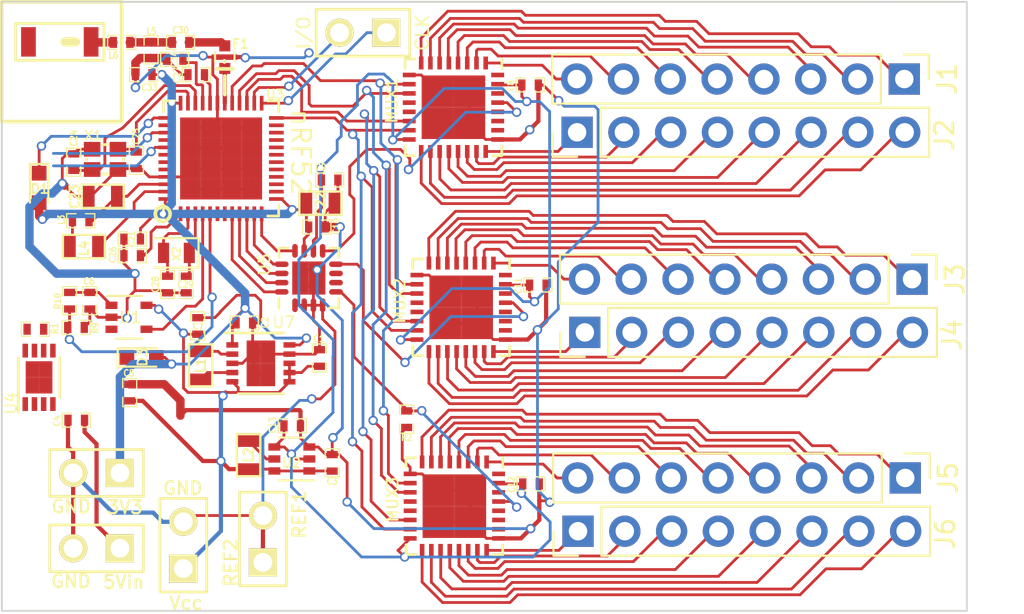
<source format=kicad_pcb>
(kicad_pcb (version 4) (host pcbnew 4.0.6)
  (layers (0 F.Cu signal) (31 B.Cu signal) (34 B.Paste user) (35 F.Paste user hide) (36 B.SilkS user) (37 F.SilkS user) (38 B.Mask user hide) (39 F.Mask user) (44 Edge.Cuts user))
  (net 0 "")
  (net 1 /DEC1)
  (net 2 /DEC2)
  (net 3 /RF)
  (net 4 /SWDCLK)
  (net 5 /SWDIO)
  (net 6 "Net-(A1-Pad1)")
  (net 7 "Net-(A1-Pad2)")
  (net 8 "Net-(L3-Pad1)")
  (net 9 AVSS)
  (net 10 DVDD)
  (net 11 AVDD)
  (net 12 VCC)
  (net 13 "Net-(C30-Pad2)")
  (net 14 "Net-(L2-Pad1)")
  (net 15 "Net-(U3-Pad22)")
  (net 16 "Net-(U3-Pad21)")
  (net 17 "Net-(U3-Pad41)")
  (net 18 "Net-(U3-Pad42)")
  (net 19 "Net-(U3-Pad44)")
  (net 20 "Net-(U3-Pad20)")
  (net 21 "Net-(C23-Pad1)")
  (net 22 "Net-(C24-Pad2)")
  (net 23 "Net-(C25-Pad2)")
  (net 24 "Net-(C28-Pad1)")
  (net 25 "Net-(C29-Pad1)")
  (net 26 "Net-(L4-Pad1)")
  (net 27 "Net-(F1-Pad2)")
  (net 28 /DEC3)
  (net 29 "Net-(U3-Pad38)")
  (net 30 "Net-(U3-Pad39)")
  (net 31 "Net-(U4-Pad7)")
  (net 32 "Net-(L1-Pad1)")
  (net 33 "Net-(U3-Pad40)")
  (net 34 "Net-(U3-Pad43)")
  (net 35 "Net-(L1-Pad2)")
  (net 36 /AIN_BAT_DIV_VOLTAGE)
  (net 37 /LOAD_SW_CTRL)
  (net 38 "Net-(U1-Pad3)")
  (net 39 /Vout)
  (net 40 5V_in_charge)
  (net 41 "Net-(R1-Pad2)")
  (net 42 "Net-(U3-Pad23)")
  (net 43 "Net-(D3-Pad1)")
  (net 44 /LED1)
  (net 45 "Net-(U3-Pad6)")
  (net 46 "Net-(U3-Pad7)")
  (net 47 "Net-(J1-Pad1)")
  (net 48 "Net-(J1-Pad2)")
  (net 49 "Net-(J1-Pad3)")
  (net 50 "Net-(J1-Pad4)")
  (net 51 "Net-(J1-Pad5)")
  (net 52 "Net-(J1-Pad6)")
  (net 53 "Net-(J1-Pad7)")
  (net 54 "Net-(J1-Pad8)")
  (net 55 "Net-(J2-Pad1)")
  (net 56 "Net-(J2-Pad2)")
  (net 57 "Net-(J2-Pad3)")
  (net 58 "Net-(J2-Pad4)")
  (net 59 "Net-(J2-Pad5)")
  (net 60 "Net-(J2-Pad6)")
  (net 61 "Net-(J2-Pad7)")
  (net 62 "Net-(J2-Pad8)")
  (net 63 /ctr_m1_a3)
  (net 64 /ctr_m1_a2)
  (net 65 "Net-(MUX1-Pad12)")
  (net 66 "Net-(MUX1-Pad13)")
  (net 67 /ctr_m1_a1)
  (net 68 /ctr_m1_a0)
  (net 69 "Net-(MUX1-Pad26)")
  (net 70 "Net-(MUX1-Pad27)")
  (net 71 "Net-(MUX1-Pad28)")
  (net 72 /m1_D_out)
  (net 73 "Net-(MUX1-Pad30)")
  (net 74 "Net-(MUX1-Pad32)")
  (net 75 "Net-(U3-Pad14)")
  (net 76 "Net-(U3-Pad15)")
  (net 77 "Net-(U3-Pad16)")
  (net 78 "Net-(U3-Pad17)")
  (net 79 "Net-(U3-Pad18)")
  (net 80 "Net-(U3-Pad19)")
  (net 81 /m3_D_out)
  (net 82 "Net-(U5-Pad6)")
  (net 83 "Net-(U5-Pad7)")
  (net 84 /m2_D_out)
  (net 85 /~DRDY)
  (net 86 /DOUT)
  (net 87 /DIN)
  (net 88 /SPI_SCLK)
  (net 89 /SPI_~CS)
  (net 90 "Net-(J3-Pad1)")
  (net 91 "Net-(J3-Pad2)")
  (net 92 "Net-(J3-Pad3)")
  (net 93 "Net-(J3-Pad4)")
  (net 94 "Net-(J3-Pad5)")
  (net 95 "Net-(J3-Pad6)")
  (net 96 "Net-(J3-Pad7)")
  (net 97 "Net-(J3-Pad8)")
  (net 98 "Net-(J4-Pad1)")
  (net 99 "Net-(J4-Pad2)")
  (net 100 "Net-(J4-Pad3)")
  (net 101 "Net-(J4-Pad4)")
  (net 102 "Net-(J4-Pad5)")
  (net 103 "Net-(J4-Pad6)")
  (net 104 "Net-(J4-Pad7)")
  (net 105 "Net-(J4-Pad8)")
  (net 106 "Net-(J5-Pad1)")
  (net 107 "Net-(J5-Pad2)")
  (net 108 "Net-(J5-Pad3)")
  (net 109 "Net-(J5-Pad4)")
  (net 110 "Net-(J5-Pad5)")
  (net 111 "Net-(J5-Pad6)")
  (net 112 "Net-(J5-Pad7)")
  (net 113 "Net-(J5-Pad8)")
  (net 114 "Net-(J6-Pad1)")
  (net 115 "Net-(J6-Pad2)")
  (net 116 "Net-(J6-Pad3)")
  (net 117 "Net-(J6-Pad4)")
  (net 118 "Net-(J6-Pad5)")
  (net 119 "Net-(J6-Pad6)")
  (net 120 "Net-(J6-Pad7)")
  (net 121 "Net-(J6-Pad8)")
  (net 122 "Net-(MUX2-Pad12)")
  (net 123 "Net-(MUX2-Pad13)")
  (net 124 "Net-(MUX2-Pad26)")
  (net 125 "Net-(MUX2-Pad27)")
  (net 126 "Net-(MUX2-Pad28)")
  (net 127 "Net-(MUX2-Pad30)")
  (net 128 "Net-(MUX2-Pad32)")
  (net 129 "Net-(MUX3-Pad12)")
  (net 130 "Net-(MUX3-Pad13)")
  (net 131 "Net-(MUX3-Pad26)")
  (net 132 "Net-(MUX3-Pad27)")
  (net 133 "Net-(MUX3-Pad28)")
  (net 134 "Net-(MUX3-Pad30)")
  (net 135 "Net-(MUX3-Pad32)")
  (module SM0402 (layer F.Cu) (at 287.87 148.15 90)
    (fp_text reference R2 (at -1 0 180) (layer F.SilkS) (effects (font (size 0.35052 0.3048) (thickness 0.07112))))
    (fp_text value 2k hide)
    (pad 1 smd rect (at -0.44958 0 90) (size 0.39878 0.59944) (layers F.Cu F.Paste F.Mask) (net 9 AVSS))
    (pad 2 smd rect (at 0.44958 0 90) (size 0.39878 0.59944) (layers F.Cu F.Paste F.Mask) (net 81 /m3_D_out))
  )
  (module PIN_ARRAY_2X1 (layer F.Cu) (at 271.04 151.07 180)
    (fp_text reference P5 hide)
    (fp_text value CONN_2 hide)
    (pad 1 thru_hole rect (at -1.27 0 180) (size 1.524 1.524) (drill 1.016) (layers *.Cu *.Mask F.SilkS) (net 10 DVDD))
    (pad 2 thru_hole circle (at 1.27 0 180) (size 1.524 1.524) (drill 1.016) (layers *.Cu *.Mask F.SilkS) (net 9 AVSS))
  )
  (module PIN_ARRAY_2X1 (layer F.Cu) (at 280.07 154.65 90)
    (fp_text reference P4 hide)
    (fp_text value CONN_2 hide)
    (pad 1 thru_hole rect (at -1.27 0 90) (size 1.524 1.524) (drill 1.016) (layers *.Cu *.Mask F.SilkS) (net 9 AVSS))
    (pad 2 thru_hole circle (at 1.27 0 90) (size 1.524 1.524) (drill 1.016) (layers *.Cu *.Mask F.SilkS) (net 9 AVSS))
  )
  (module Pin_Headers:Pin_Header_Straight_1x08_Pitch2.54mm (layer F.Cu) (at 315.3 140.55 270)
    (fp_text reference J3 (at 0 -2.33 270) (layer F.SilkS))
    (fp_text value CONN_01X08)
    (pad 1 thru_hole rect (at 0 0 270) (size 1.7 1.7) (drill 1) (layers *.Cu *.Mask) (net 90 "Net-(J3-Pad1)"))
    (pad 2 thru_hole oval (at 0 2.54 270) (size 1.7 1.7) (drill 1) (layers *.Cu *.Mask) (net 91 "Net-(J3-Pad2)"))
    (pad 3 thru_hole oval (at 0 5.08 270) (size 1.7 1.7) (drill 1) (layers *.Cu *.Mask) (net 92 "Net-(J3-Pad3)"))
    (pad 4 thru_hole oval (at 0 7.62 270) (size 1.7 1.7) (drill 1) (layers *.Cu *.Mask) (net 93 "Net-(J3-Pad4)"))
    (pad 5 thru_hole oval (at 0 10.16 270) (size 1.7 1.7) (drill 1) (layers *.Cu *.Mask) (net 94 "Net-(J3-Pad5)"))
    (pad 6 thru_hole oval (at 0 12.7 270) (size 1.7 1.7) (drill 1) (layers *.Cu *.Mask) (net 95 "Net-(J3-Pad6)"))
    (pad 7 thru_hole oval (at 0 15.24 270) (size 1.7 1.7) (drill 1) (layers *.Cu *.Mask) (net 96 "Net-(J3-Pad7)"))
    (pad 8 thru_hole oval (at 0 17.78 270) (size 1.7 1.7) (drill 1) (layers *.Cu *.Mask) (net 97 "Net-(J3-Pad8)"))
  )
  (module SM0402 (layer F.Cu) (at 294.99 140.87)
    (fp_text reference C11 (at -1.05 0.04 90) (layer F.SilkS) (effects (font (size 0.35052 0.3048) (thickness 0.07112))))
    (fp_text value 4.7uF hide)
    (pad 1 smd rect (at -0.44958 0) (size 0.39878 0.59944) (layers F.Cu F.Paste F.Mask) (net 11 AVDD))
    (pad 2 smd rect (at 0.44958 0) (size 0.39878 0.59944) (layers F.Cu F.Paste F.Mask) (net 9 AVSS))
  )
  (module Pin_Headers:Pin_Header_Straight_1x08_Pitch2.54mm (layer F.Cu) (at 297.54 143.44 90)
    (fp_text reference J4 (at -0.14 19.94 90) (layer F.SilkS))
    (fp_text value CONN_01X08)
    (pad 1 thru_hole rect (at 0 0 90) (size 1.7 1.7) (drill 1) (layers *.Cu *.Mask) (net 98 "Net-(J4-Pad1)"))
    (pad 2 thru_hole oval (at 0 2.54 90) (size 1.7 1.7) (drill 1) (layers *.Cu *.Mask) (net 99 "Net-(J4-Pad2)"))
    (pad 3 thru_hole oval (at 0 5.08 90) (size 1.7 1.7) (drill 1) (layers *.Cu *.Mask) (net 100 "Net-(J4-Pad3)"))
    (pad 4 thru_hole oval (at 0 7.62 90) (size 1.7 1.7) (drill 1) (layers *.Cu *.Mask) (net 101 "Net-(J4-Pad4)"))
    (pad 5 thru_hole oval (at 0 10.16 90) (size 1.7 1.7) (drill 1) (layers *.Cu *.Mask) (net 102 "Net-(J4-Pad5)"))
    (pad 6 thru_hole oval (at 0 12.7 90) (size 1.7 1.7) (drill 1) (layers *.Cu *.Mask) (net 103 "Net-(J4-Pad6)"))
    (pad 7 thru_hole oval (at 0 15.24 90) (size 1.7 1.7) (drill 1) (layers *.Cu *.Mask) (net 104 "Net-(J4-Pad7)"))
    (pad 8 thru_hole oval (at 0 17.78 90) (size 1.7 1.7) (drill 1) (layers *.Cu *.Mask) (net 105 "Net-(J4-Pad8)"))
  )
  (module Housings_DFN_QFN:QFN-32-1EP_5x5mm_Pitch0.5mm (layer F.Cu) (at 290.83 142.08 270)
    (fp_text reference MUX2 (at -0.35 3.35 270) (layer F.SilkS) (effects (font (size 0.6 0.6) (thickness 0.1))))
    (fp_text value ADG1606)
    (pad 1 smd rect (at -2.4 -1.75 270) (size 0.7 0.25) (layers F.Cu F.Paste F.Mask) (net 97 "Net-(J3-Pad8)"))
    (pad 2 smd rect (at -2.4 -1.25 270) (size 0.7 0.25) (layers F.Cu F.Paste F.Mask) (net 96 "Net-(J3-Pad7)"))
    (pad 3 smd rect (at -2.4 -0.75 270) (size 0.7 0.25) (layers F.Cu F.Paste F.Mask) (net 95 "Net-(J3-Pad6)"))
    (pad 4 smd rect (at -2.4 -0.25 270) (size 0.7 0.25) (layers F.Cu F.Paste F.Mask) (net 94 "Net-(J3-Pad5)"))
    (pad 5 smd rect (at -2.4 0.25 270) (size 0.7 0.25) (layers F.Cu F.Paste F.Mask) (net 93 "Net-(J3-Pad4)"))
    (pad 6 smd rect (at -2.4 0.75 270) (size 0.7 0.25) (layers F.Cu F.Paste F.Mask) (net 92 "Net-(J3-Pad3)"))
    (pad 7 smd rect (at -2.4 1.25 270) (size 0.7 0.25) (layers F.Cu F.Paste F.Mask) (net 91 "Net-(J3-Pad2)"))
    (pad 8 smd rect (at -2.4 1.75 270) (size 0.7 0.25) (layers F.Cu F.Paste F.Mask) (net 90 "Net-(J3-Pad1)"))
    (pad 9 smd rect (at -1.75 2.4) (size 0.7 0.25) (layers F.Cu F.Paste F.Mask) (net 9 AVSS))
    (pad 10 smd rect (at -1.25 2.4) (size 0.7 0.25) (layers F.Cu F.Paste F.Mask) (net 63 /ctr_m1_a3))
    (pad 11 smd rect (at -0.75 2.4) (size 0.7 0.25) (layers F.Cu F.Paste F.Mask) (net 64 /ctr_m1_a2))
    (pad 12 smd rect (at -0.25 2.4) (size 0.7 0.25) (layers F.Cu F.Paste F.Mask) (net 122 "Net-(MUX2-Pad12)"))
    (pad 13 smd rect (at 0.25 2.4) (size 0.7 0.25) (layers F.Cu F.Paste F.Mask) (net 123 "Net-(MUX2-Pad13)"))
    (pad 14 smd rect (at 0.75 2.4) (size 0.7 0.25) (layers F.Cu F.Paste F.Mask) (net 67 /ctr_m1_a1))
    (pad 15 smd rect (at 1.25 2.4) (size 0.7 0.25) (layers F.Cu F.Paste F.Mask) (net 68 /ctr_m1_a0))
    (pad 16 smd rect (at 1.75 2.4) (size 0.7 0.25) (layers F.Cu F.Paste F.Mask) (net 11 AVDD))
    (pad 17 smd rect (at 2.4 1.75 270) (size 0.7 0.25) (layers F.Cu F.Paste F.Mask) (net 105 "Net-(J4-Pad8)"))
    (pad 18 smd rect (at 2.4 1.25 270) (size 0.7 0.25) (layers F.Cu F.Paste F.Mask) (net 104 "Net-(J4-Pad7)"))
    (pad 19 smd rect (at 2.4 0.75 270) (size 0.7 0.25) (layers F.Cu F.Paste F.Mask) (net 103 "Net-(J4-Pad6)"))
    (pad 20 smd rect (at 2.4 0.25 270) (size 0.7 0.25) (layers F.Cu F.Paste F.Mask) (net 102 "Net-(J4-Pad5)"))
    (pad 21 smd rect (at 2.4 -0.25 270) (size 0.7 0.25) (layers F.Cu F.Paste F.Mask) (net 101 "Net-(J4-Pad4)"))
    (pad 22 smd rect (at 2.4 -0.75 270) (size 0.7 0.25) (layers F.Cu F.Paste F.Mask) (net 100 "Net-(J4-Pad3)"))
    (pad 23 smd rect (at 2.4 -1.25 270) (size 0.7 0.25) (layers F.Cu F.Paste F.Mask) (net 99 "Net-(J4-Pad2)"))
    (pad 24 smd rect (at 2.4 -1.75 270) (size 0.7 0.25) (layers F.Cu F.Paste F.Mask) (net 98 "Net-(J4-Pad1)"))
    (pad 25 smd rect (at 1.75 -2.4) (size 0.7 0.25) (layers F.Cu F.Paste F.Mask) (net 9 AVSS))
    (pad 26 smd rect (at 1.25 -2.4) (size 0.7 0.25) (layers F.Cu F.Paste F.Mask) (net 124 "Net-(MUX2-Pad26)"))
    (pad 27 smd rect (at 0.75 -2.4) (size 0.7 0.25) (layers F.Cu F.Paste F.Mask) (net 125 "Net-(MUX2-Pad27)"))
    (pad 28 smd rect (at 0.25 -2.4) (size 0.7 0.25) (layers F.Cu F.Paste F.Mask) (net 126 "Net-(MUX2-Pad28)"))
    (pad 29 smd rect (at -0.25 -2.4) (size 0.7 0.25) (layers F.Cu F.Paste F.Mask) (net 84 /m2_D_out))
    (pad 30 smd rect (at -0.75 -2.4) (size 0.7 0.25) (layers F.Cu F.Paste F.Mask) (net 127 "Net-(MUX2-Pad30)"))
    (pad 31 smd rect (at -1.25 -2.4) (size 0.7 0.25) (layers F.Cu F.Paste F.Mask) (net 11 AVDD))
    (pad 32 smd rect (at -1.75 -2.4) (size 0.7 0.25) (layers F.Cu F.Paste F.Mask) (net 128 "Net-(MUX2-Pad32)"))
    (pad 33 smd rect (at 0.8625 0.8625 270) (size 1.725 1.725) (layers F.Cu F.Paste F.Mask) (net 9 AVSS))
    (pad 33 smd rect (at 0.8625 -0.8625 270) (size 1.725 1.725) (layers F.Cu F.Paste F.Mask) (net 9 AVSS))
    (pad 33 smd rect (at -0.8625 0.8625 270) (size 1.725 1.725) (layers F.Cu F.Paste F.Mask) (net 9 AVSS))
    (pad 33 smd rect (at -0.8625 -0.8625 270) (size 1.725 1.725) (layers F.Cu F.Paste F.Mask) (net 9 AVSS))
  )
  (module Housings_DFN_QFN:QFN-32-1EP_5x5mm_Pitch0.5mm (layer F.Cu) (at 290.46 152.87 270)
    (fp_text reference MUX3 (at -0.35 3.35 270) (layer F.SilkS) (effects (font (size 0.6 0.6) (thickness 0.1))))
    (fp_text value ADG1606)
    (pad 1 smd rect (at -2.4 -1.75 270) (size 0.7 0.25) (layers F.Cu F.Paste F.Mask) (net 113 "Net-(J5-Pad8)"))
    (pad 2 smd rect (at -2.4 -1.25 270) (size 0.7 0.25) (layers F.Cu F.Paste F.Mask) (net 112 "Net-(J5-Pad7)"))
    (pad 3 smd rect (at -2.4 -0.75 270) (size 0.7 0.25) (layers F.Cu F.Paste F.Mask) (net 111 "Net-(J5-Pad6)"))
    (pad 4 smd rect (at -2.4 -0.25 270) (size 0.7 0.25) (layers F.Cu F.Paste F.Mask) (net 110 "Net-(J5-Pad5)"))
    (pad 5 smd rect (at -2.4 0.25 270) (size 0.7 0.25) (layers F.Cu F.Paste F.Mask) (net 109 "Net-(J5-Pad4)"))
    (pad 6 smd rect (at -2.4 0.75 270) (size 0.7 0.25) (layers F.Cu F.Paste F.Mask) (net 108 "Net-(J5-Pad3)"))
    (pad 7 smd rect (at -2.4 1.25 270) (size 0.7 0.25) (layers F.Cu F.Paste F.Mask) (net 107 "Net-(J5-Pad2)"))
    (pad 8 smd rect (at -2.4 1.75 270) (size 0.7 0.25) (layers F.Cu F.Paste F.Mask) (net 106 "Net-(J5-Pad1)"))
    (pad 9 smd rect (at -1.75 2.4) (size 0.7 0.25) (layers F.Cu F.Paste F.Mask) (net 9 AVSS))
    (pad 10 smd rect (at -1.25 2.4) (size 0.7 0.25) (layers F.Cu F.Paste F.Mask) (net 63 /ctr_m1_a3))
    (pad 11 smd rect (at -0.75 2.4) (size 0.7 0.25) (layers F.Cu F.Paste F.Mask) (net 64 /ctr_m1_a2))
    (pad 12 smd rect (at -0.25 2.4) (size 0.7 0.25) (layers F.Cu F.Paste F.Mask) (net 129 "Net-(MUX3-Pad12)"))
    (pad 13 smd rect (at 0.25 2.4) (size 0.7 0.25) (layers F.Cu F.Paste F.Mask) (net 130 "Net-(MUX3-Pad13)"))
    (pad 14 smd rect (at 0.75 2.4) (size 0.7 0.25) (layers F.Cu F.Paste F.Mask) (net 67 /ctr_m1_a1))
    (pad 15 smd rect (at 1.25 2.4) (size 0.7 0.25) (layers F.Cu F.Paste F.Mask) (net 68 /ctr_m1_a0))
    (pad 16 smd rect (at 1.75 2.4) (size 0.7 0.25) (layers F.Cu F.Paste F.Mask) (net 11 AVDD))
    (pad 17 smd rect (at 2.4 1.75 270) (size 0.7 0.25) (layers F.Cu F.Paste F.Mask) (net 121 "Net-(J6-Pad8)"))
    (pad 18 smd rect (at 2.4 1.25 270) (size 0.7 0.25) (layers F.Cu F.Paste F.Mask) (net 120 "Net-(J6-Pad7)"))
    (pad 19 smd rect (at 2.4 0.75 270) (size 0.7 0.25) (layers F.Cu F.Paste F.Mask) (net 119 "Net-(J6-Pad6)"))
    (pad 20 smd rect (at 2.4 0.25 270) (size 0.7 0.25) (layers F.Cu F.Paste F.Mask) (net 118 "Net-(J6-Pad5)"))
    (pad 21 smd rect (at 2.4 -0.25 270) (size 0.7 0.25) (layers F.Cu F.Paste F.Mask) (net 117 "Net-(J6-Pad4)"))
    (pad 22 smd rect (at 2.4 -0.75 270) (size 0.7 0.25) (layers F.Cu F.Paste F.Mask) (net 116 "Net-(J6-Pad3)"))
    (pad 23 smd rect (at 2.4 -1.25 270) (size 0.7 0.25) (layers F.Cu F.Paste F.Mask) (net 115 "Net-(J6-Pad2)"))
    (pad 24 smd rect (at 2.4 -1.75 270) (size 0.7 0.25) (layers F.Cu F.Paste F.Mask) (net 114 "Net-(J6-Pad1)"))
    (pad 25 smd rect (at 1.75 -2.4) (size 0.7 0.25) (layers F.Cu F.Paste F.Mask) (net 9 AVSS))
    (pad 26 smd rect (at 1.25 -2.4) (size 0.7 0.25) (layers F.Cu F.Paste F.Mask) (net 131 "Net-(MUX3-Pad26)"))
    (pad 27 smd rect (at 0.75 -2.4) (size 0.7 0.25) (layers F.Cu F.Paste F.Mask) (net 132 "Net-(MUX3-Pad27)"))
    (pad 28 smd rect (at 0.25 -2.4) (size 0.7 0.25) (layers F.Cu F.Paste F.Mask) (net 133 "Net-(MUX3-Pad28)"))
    (pad 29 smd rect (at -0.25 -2.4) (size 0.7 0.25) (layers F.Cu F.Paste F.Mask) (net 81 /m3_D_out))
    (pad 30 smd rect (at -0.75 -2.4) (size 0.7 0.25) (layers F.Cu F.Paste F.Mask) (net 134 "Net-(MUX3-Pad30)"))
    (pad 31 smd rect (at -1.25 -2.4) (size 0.7 0.25) (layers F.Cu F.Paste F.Mask) (net 11 AVDD))
    (pad 32 smd rect (at -1.75 -2.4) (size 0.7 0.25) (layers F.Cu F.Paste F.Mask) (net 135 "Net-(MUX3-Pad32)"))
    (pad 33 smd rect (at 0.8625 0.8625 270) (size 1.725 1.725) (layers F.Cu F.Paste F.Mask) (net 9 AVSS))
    (pad 33 smd rect (at 0.8625 -0.8625 270) (size 1.725 1.725) (layers F.Cu F.Paste F.Mask) (net 9 AVSS))
    (pad 33 smd rect (at -0.8625 0.8625 270) (size 1.725 1.725) (layers F.Cu F.Paste F.Mask) (net 9 AVSS))
    (pad 33 smd rect (at -0.8625 -0.8625 270) (size 1.725 1.725) (layers F.Cu F.Paste F.Mask) (net 9 AVSS))
  )
  (module Pin_Headers:Pin_Header_Straight_1x08_Pitch2.54mm (layer F.Cu) (at 297.17 154.23 90)
    (fp_text reference J6 (at -0.14 19.94 90) (layer F.SilkS))
    (fp_text value CONN_01X08)
    (pad 1 thru_hole rect (at 0 0 90) (size 1.7 1.7) (drill 1) (layers *.Cu *.Mask) (net 114 "Net-(J6-Pad1)"))
    (pad 2 thru_hole oval (at 0 2.54 90) (size 1.7 1.7) (drill 1) (layers *.Cu *.Mask) (net 115 "Net-(J6-Pad2)"))
    (pad 3 thru_hole oval (at 0 5.08 90) (size 1.7 1.7) (drill 1) (layers *.Cu *.Mask) (net 116 "Net-(J6-Pad3)"))
    (pad 4 thru_hole oval (at 0 7.62 90) (size 1.7 1.7) (drill 1) (layers *.Cu *.Mask) (net 117 "Net-(J6-Pad4)"))
    (pad 5 thru_hole oval (at 0 10.16 90) (size 1.7 1.7) (drill 1) (layers *.Cu *.Mask) (net 118 "Net-(J6-Pad5)"))
    (pad 6 thru_hole oval (at 0 12.7 90) (size 1.7 1.7) (drill 1) (layers *.Cu *.Mask) (net 119 "Net-(J6-Pad6)"))
    (pad 7 thru_hole oval (at 0 15.24 90) (size 1.7 1.7) (drill 1) (layers *.Cu *.Mask) (net 120 "Net-(J6-Pad7)"))
    (pad 8 thru_hole oval (at 0 17.78 90) (size 1.7 1.7) (drill 1) (layers *.Cu *.Mask) (net 121 "Net-(J6-Pad8)"))
  )
  (module SM0402 (layer F.Cu) (at 294.62 151.66)
    (fp_text reference C12 (at -1.05 0.04 90) (layer F.SilkS) (effects (font (size 0.35052 0.3048) (thickness 0.07112))))
    (fp_text value 4.7uF hide)
    (pad 1 smd rect (at -0.44958 0) (size 0.39878 0.59944) (layers F.Cu F.Paste F.Mask) (net 11 AVDD))
    (pad 2 smd rect (at 0.44958 0) (size 0.39878 0.59944) (layers F.Cu F.Paste F.Mask) (net 9 AVSS))
  )
  (module Pin_Headers:Pin_Header_Straight_1x08_Pitch2.54mm (layer F.Cu) (at 314.93 151.34 270)
    (fp_text reference J5 (at 0 -2.33 270) (layer F.SilkS))
    (fp_text value CONN_01X08)
    (pad 1 thru_hole rect (at 0 0 270) (size 1.7 1.7) (drill 1) (layers *.Cu *.Mask) (net 106 "Net-(J5-Pad1)"))
    (pad 2 thru_hole oval (at 0 2.54 270) (size 1.7 1.7) (drill 1) (layers *.Cu *.Mask) (net 107 "Net-(J5-Pad2)"))
    (pad 3 thru_hole oval (at 0 5.08 270) (size 1.7 1.7) (drill 1) (layers *.Cu *.Mask) (net 108 "Net-(J5-Pad3)"))
    (pad 4 thru_hole oval (at 0 7.62 270) (size 1.7 1.7) (drill 1) (layers *.Cu *.Mask) (net 109 "Net-(J5-Pad4)"))
    (pad 5 thru_hole oval (at 0 10.16 270) (size 1.7 1.7) (drill 1) (layers *.Cu *.Mask) (net 110 "Net-(J5-Pad5)"))
    (pad 6 thru_hole oval (at 0 12.7 270) (size 1.7 1.7) (drill 1) (layers *.Cu *.Mask) (net 111 "Net-(J5-Pad6)"))
    (pad 7 thru_hole oval (at 0 15.24 270) (size 1.7 1.7) (drill 1) (layers *.Cu *.Mask) (net 112 "Net-(J5-Pad7)"))
    (pad 8 thru_hole oval (at 0 17.78 270) (size 1.7 1.7) (drill 1) (layers *.Cu *.Mask) (net 113 "Net-(J5-Pad8)"))
  )
  (module TO_SOT_Packages_SMD:SOT-363_SC-70-6 (layer F.Cu) (at 281.64 150.31 180)
    (fp_text reference U2 (at 0.0225 -0.2125 180) (layer F.SilkS) (effects (font (size 0.5 0.5) (thickness 0.1))))
    (fp_text value TPS61222)
    (pad 1 smd rect (at -0.95 -0.65 180) (size 0.65 0.4) (layers F.Cu F.Paste F.Mask) (net 12 VCC))
    (pad 3 smd rect (at -0.95 0.65 180) (size 0.65 0.4) (layers F.Cu F.Paste F.Mask) (net 9 AVSS))
    (pad 5 smd rect (at 0.95 0 180) (size 0.65 0.4) (layers F.Cu F.Paste F.Mask) (net 14 "Net-(L2-Pad1)"))
    (pad 2 smd rect (at -0.95 0 180) (size 0.65 0.4) (layers F.Cu F.Paste F.Mask) (net 11 AVDD))
    (pad 4 smd rect (at 0.95 0.65 180) (size 0.65 0.4) (layers F.Cu F.Paste F.Mask) (net 11 AVDD))
    (pad 6 smd rect (at 0.95 -0.65 180) (size 0.65 0.4) (layers F.Cu F.Paste F.Mask) (net 12 VCC))
  )
  (module SM0402 (layer F.Cu) (at 283 137.72 180)
    (fp_text reference C10 (at -1.05 0.04 270) (layer F.SilkS) (effects (font (size 0.35052 0.3048) (thickness 0.07112))))
    (fp_text value 0.1uF hide)
    (pad 1 smd rect (at -0.44958 0 180) (size 0.39878 0.59944) (layers F.Cu F.Paste F.Mask) (net 9 AVSS))
    (pad 2 smd rect (at 0.44958 0 180) (size 0.39878 0.59944) (layers F.Cu F.Paste F.Mask) (net 10 DVDD))
  )
  (module SM0402 (layer F.Cu) (at 283.69 135.17)
    (fp_text reference C9 (at -0.48 -0.68 180) (layer F.SilkS) (effects (font (size 0.35052 0.3048) (thickness 0.07112))))
    (fp_text value 0.1uF hide)
    (pad 1 smd rect (at -0.44958 0) (size 0.39878 0.59944) (layers F.Cu F.Paste F.Mask) (net 11 AVDD))
    (pad 2 smd rect (at 0.44958 0) (size 0.39878 0.59944) (layers F.Cu F.Paste F.Mask) (net 9 AVSS))
  )
  (module Pin_Headers:Pin_Header_Straight_1x08_Pitch2.54mm (layer F.Cu) (at 314.88 129.69 270)
    (fp_text reference J1 (at 0 -2.33 270) (layer F.SilkS))
    (fp_text value CONN_01X08)
    (pad 1 thru_hole rect (at 0 0 270) (size 1.7 1.7) (drill 1) (layers *.Cu *.Mask) (net 47 "Net-(J1-Pad1)"))
    (pad 2 thru_hole oval (at 0 2.54 270) (size 1.7 1.7) (drill 1) (layers *.Cu *.Mask) (net 48 "Net-(J1-Pad2)"))
    (pad 3 thru_hole oval (at 0 5.08 270) (size 1.7 1.7) (drill 1) (layers *.Cu *.Mask) (net 49 "Net-(J1-Pad3)"))
    (pad 4 thru_hole oval (at 0 7.62 270) (size 1.7 1.7) (drill 1) (layers *.Cu *.Mask) (net 50 "Net-(J1-Pad4)"))
    (pad 5 thru_hole oval (at 0 10.16 270) (size 1.7 1.7) (drill 1) (layers *.Cu *.Mask) (net 51 "Net-(J1-Pad5)"))
    (pad 6 thru_hole oval (at 0 12.7 270) (size 1.7 1.7) (drill 1) (layers *.Cu *.Mask) (net 52 "Net-(J1-Pad6)"))
    (pad 7 thru_hole oval (at 0 15.24 270) (size 1.7 1.7) (drill 1) (layers *.Cu *.Mask) (net 53 "Net-(J1-Pad7)"))
    (pad 8 thru_hole oval (at 0 17.78 270) (size 1.7 1.7) (drill 1) (layers *.Cu *.Mask) (net 54 "Net-(J1-Pad8)"))
  )
  (module SM0402 (layer F.Cu) (at 294.57 130.01)
    (fp_text reference C8 (at -1.05 0.04 90) (layer F.SilkS) (effects (font (size 0.35052 0.3048) (thickness 0.07112))))
    (fp_text value 4.7uF hide)
    (pad 1 smd rect (at -0.44958 0) (size 0.39878 0.59944) (layers F.Cu F.Paste F.Mask) (net 11 AVDD))
    (pad 2 smd rect (at 0.44958 0) (size 0.39878 0.59944) (layers F.Cu F.Paste F.Mask) (net 9 AVSS))
  )
  (module PIN_ARRAY_2X1 (layer F.Cu) (at 275.75 154.99 90)
    (fp_text reference P3 hide)
    (fp_text value CONN_2 hide)
    (pad 1 thru_hole rect (at -1.27 0 90) (size 1.524 1.524) (drill 1.016) (layers *.Cu *.Mask F.SilkS) (net 12 VCC))
    (pad 2 thru_hole circle (at 1.27 0 90) (size 1.524 1.524) (drill 1.016) (layers *.Cu *.Mask F.SilkS) (net 9 AVSS))
  )
  (module SM0402 (layer F.Cu) (at 267.72 143.27 180)
    (fp_text reference R1 (at -1.05 0.04 270) (layer F.SilkS) (effects (font (size 0.35052 0.3048) (thickness 0.07112))))
    (fp_text value 2k hide)
    (pad 1 smd rect (at -0.44958 0 180) (size 0.39878 0.59944) (layers F.Cu F.Paste F.Mask) (net 9 AVSS))
    (pad 2 smd rect (at 0.44958 0 180) (size 0.39878 0.59944) (layers F.Cu F.Paste F.Mask) (net 41 "Net-(R1-Pad2)"))
  )
  (module LEDs:LED_0603 (layer F.Cu) (at 273.485 144.8)
    (fp_text reference D3 (at 0.05 0 90) (layer F.SilkS) (effects (font (size 0.5 0.5) (thickness 0.1))))
    (fp_text value LED)
    (pad 2 smd rect (at 0.8 0 180) (size 0.8 0.8) (layers F.Cu F.Paste F.Mask) (net 10 DVDD))
    (pad 1 smd rect (at -0.8 0 180) (size 0.8 0.8) (layers F.Cu F.Paste F.Mask) (net 43 "Net-(D3-Pad1)"))
  )
  (module PIN_ARRAY_2X1 (layer F.Cu) (at 285.5 127.175 180)
    (fp_text reference P2 hide)
    (fp_text value CONN_2 hide)
    (pad 1 thru_hole rect (at -1.27 0 180) (size 1.524 1.524) (drill 1.016) (layers *.Cu *.Mask F.SilkS) (net 4 /SWDCLK))
    (pad 2 thru_hole circle (at 1.27 0 180) (size 1.524 1.524) (drill 1.016) (layers *.Cu *.Mask F.SilkS) (net 5 /SWDIO))
  )
  (module SM0402 (layer F.Cu) (at 272.84 146.705 270)
    (fp_text reference C5 (at -1.05 0.04 360) (layer F.SilkS) (effects (font (size 0.35052 0.3048) (thickness 0.07112))))
    (fp_text value 4.7uF hide)
    (pad 1 smd rect (at -0.44958 0 270) (size 0.39878 0.59944) (layers F.Cu F.Paste F.Mask) (net 9 AVSS))
    (pad 2 smd rect (at 0.44958 0 270) (size 0.39878 0.59944) (layers F.Cu F.Paste F.Mask) (net 12 VCC))
  )
  (module SM0402 (layer F.Cu) (at 269.94 148.205)
    (fp_text reference C4 (at -1.05 0.04 90) (layer F.SilkS) (effects (font (size 0.35052 0.3048) (thickness 0.07112))))
    (fp_text value 4.7uF hide)
    (pad 1 smd rect (at -0.44958 0) (size 0.39878 0.59944) (layers F.Cu F.Paste F.Mask) (net 9 AVSS))
    (pad 2 smd rect (at 0.44958 0) (size 0.39878 0.59944) (layers F.Cu F.Paste F.Mask) (net 40 5V_in_charge))
  )
  (module Crystals:Crystal_SMD_2012-2pin_2.0x1.2mm (layer F.Cu) (at 275.375 139.125 180)
    (fp_text reference X2 (at 0 -0.05 270) (layer F.SilkS) (effects (font (size 0.4 0.4) (thickness 0.1))))
    (fp_text value "32.768 kHz")
    (pad 1 smd rect (at -0.7 0 180) (size 0.6 1.1) (layers F.Cu F.Paste F.Mask) (net 25 "Net-(C29-Pad1)"))
    (pad 2 smd rect (at 0.7 0 180) (size 0.6 1.1) (layers F.Cu F.Paste F.Mask) (net 24 "Net-(C28-Pad1)"))
  )
  (module SM0402 (layer F.Cu) (at 269.575 141.72 90)
    (fp_text reference R10 (at -0.025 -0.65 270) (layer F.SilkS) (effects (font (size 0.35052 0.3048) (thickness 0.07112))))
    (fp_text value 1M hide)
    (pad 1 smd rect (at -0.44958 0 90) (size 0.39878 0.59944) (layers F.Cu F.Paste F.Mask) (net 36 /AIN_BAT_DIV_VOLTAGE))
    (pad 2 smd rect (at 0.44958 0 90) (size 0.39878 0.59944) (layers F.Cu F.Paste F.Mask) (net 39 /Vout))
  )
  (module SM0402 (layer F.Cu) (at 269.925 143.17 180)
    (fp_text reference R9 (at -1.05 -0.03 270) (layer F.SilkS) (effects (font (size 0.35052 0.3048) (thickness 0.07112))))
    (fp_text value 1M hide)
    (pad 1 smd rect (at -0.44958 0 180) (size 0.39878 0.59944) (layers F.Cu F.Paste F.Mask) (net 9 AVSS))
    (pad 2 smd rect (at 0.44958 0 180) (size 0.39878 0.59944) (layers F.Cu F.Paste F.Mask) (net 36 /AIN_BAT_DIV_VOLTAGE))
  )
  (module SM0402 (layer F.Cu) (at 276.53 143.09 90)
    (fp_text reference C7 (at -0.03 0.02 180) (layer F.SilkS) (effects (font (size 0.35052 0.3048) (thickness 0.07112))))
    (fp_text value 10uF hide)
    (pad 1 smd rect (at -0.44958 0 90) (size 0.39878 0.59944) (layers F.Cu F.Paste F.Mask) (net 12 VCC))
    (pad 2 smd rect (at 0.44958 0 90) (size 0.39878 0.59944) (layers F.Cu F.Paste F.Mask) (net 9 AVSS))
  )
  (module SM0402 (layer F.Cu) (at 270.675 141.72 270)
    (fp_text reference C6 (at -1.05 0.04 360) (layer F.SilkS) (effects (font (size 0.35052 0.3048) (thickness 0.07112))))
    (fp_text value 10uF hide)
    (pad 1 smd rect (at -0.44958 0 270) (size 0.39878 0.59944) (layers F.Cu F.Paste F.Mask) (net 39 /Vout))
    (pad 2 smd rect (at 0.44958 0 270) (size 0.39878 0.59944) (layers F.Cu F.Paste F.Mask) (net 9 AVSS))
  )
  (module SM0603 (layer F.Cu) (at 276.69 145.23 90)
    (fp_text reference L1 (at 0 0 90) (layer F.SilkS) (effects (font (size 0.508 0.4572) (thickness 0.1143))))
    (fp_text value 2.2µH hide)
    (pad 1 smd rect (at -0.762 0 90) (size 0.635 1.143) (layers F.Cu F.Paste F.Mask) (net 32 "Net-(L1-Pad1)"))
    (pad 2 smd rect (at 0.762 0 90) (size 0.635 1.143) (layers F.Cu F.Paste F.Mask) (net 35 "Net-(L1-Pad2)"))
  )
  (module SM0402 (layer F.Cu) (at 283.14 144.83 270)
    (fp_text reference C1 (at -1.05 0.04 360) (layer F.SilkS) (effects (font (size 0.35052 0.3048) (thickness 0.07112))))
    (fp_text value 10uF hide)
    (pad 1 smd rect (at -0.44958 0 270) (size 0.39878 0.59944) (layers F.Cu F.Paste F.Mask) (net 9 AVSS))
    (pad 2 smd rect (at 0.44958 0 270) (size 0.39878 0.59944) (layers F.Cu F.Paste F.Mask) (net 12 VCC))
  )
  (module SM0402 (layer F.Cu) (at 272.975 138.375)
    (fp_text reference C21 (at -0.02 0 90) (layer F.SilkS) (effects (font (size 0.35052 0.3048) (thickness 0.07112))))
    (fp_text value 4.7µF hide)
    (pad 1 smd rect (at -0.44958 0) (size 0.39878 0.59944) (layers F.Cu F.Paste F.Mask) (net 9 AVSS))
    (pad 2 smd rect (at 0.44958 0) (size 0.39878 0.59944) (layers F.Cu F.Paste F.Mask) (net 10 DVDD))
  )
  (module Resistors_SMD:R_0402 (layer F.Cu) (at 278 128.5 90)
    (fp_text reference F1 (at 0.71 0.85 180) (layer F.SilkS) (effects (font (size 0.5 0.5) (thickness 0.1))))
    (fp_text value 2450FM07A0029)
    (pad 1 smd rect (at 0 0.3265 90) (size 0.3 0.7) (layers F.Cu F.Paste F.Mask) (net 9 AVSS))
    (pad 2 smd rect (at -0.6125 0 90) (size 0.6 0.6) (layers F.Cu F.Paste F.Mask) (net 27 "Net-(F1-Pad2)"))
    (pad 4 smd rect (at 0.6125 0 90) (size 0.6 0.6) (layers F.Cu F.Paste F.Mask) (net 3 /RF))
    (pad 3 smd rect (at 0 -0.3625 90) (size 0.3 0.7) (layers F.Cu F.Paste F.Mask) (net 9 AVSS))
  )
  (module SM0402 (layer F.Cu) (at 275.28 128.62 180)
    (fp_text reference C34 (at 0 0 270) (layer F.SilkS) (effects (font (size 0.35052 0.3048) (thickness 0.07112))))
    (fp_text value 100pF hide)
    (pad 1 smd rect (at -0.44958 0 180) (size 0.39878 0.59944) (layers F.Cu F.Paste F.Mask) (net 28 /DEC3))
    (pad 2 smd rect (at 0.44958 0 180) (size 0.39878 0.59944) (layers F.Cu F.Paste F.Mask) (net 9 AVSS))
  )
  (module SM0402 (layer F.Cu) (at 273.6 129.45)
    (fp_text reference C33 (at 0.31 0.7) (layer F.SilkS) (effects (font (size 0.35052 0.3048) (thickness 0.07112))))
    (fp_text value 100nF hide)
    (pad 1 smd rect (at -0.44958 0) (size 0.39878 0.59944) (layers F.Cu F.Paste F.Mask) (net 9 AVSS))
    (pad 2 smd rect (at 0.44958 0) (size 0.39878 0.59944) (layers F.Cu F.Paste F.Mask) (net 10 DVDD))
  )
  (module SM0603 (layer F.Cu) (at 279.29 150.1 270)
    (fp_text reference L2 (at 0 0 270) (layer F.SilkS) (effects (font (size 0.508 0.4572) (thickness 0.1143))))
    (fp_text value 4.7µH hide)
    (pad 1 smd rect (at -0.762 0 270) (size 0.635 1.143) (layers F.Cu F.Paste F.Mask) (net 14 "Net-(L2-Pad1)"))
    (pad 2 smd rect (at 0.762 0 270) (size 0.635 1.143) (layers F.Cu F.Paste F.Mask) (net 12 VCC))
  )
  (module SM0402 (layer F.Cu) (at 281.66 148.51)
    (fp_text reference C13 (at -1.0625 -0.0375 90) (layer F.SilkS) (effects (font (size 0.35052 0.3048) (thickness 0.07112))))
    (fp_text value 10uF hide)
    (pad 1 smd rect (at -0.44958 0) (size 0.39878 0.59944) (layers F.Cu F.Paste F.Mask) (net 11 AVDD))
    (pad 2 smd rect (at 0.44958 0) (size 0.39878 0.59944) (layers F.Cu F.Paste F.Mask) (net 9 AVSS))
  )
  (module SM0402 (layer F.Cu) (at 283.83 150.52 90)
    (fp_text reference C3 (at -1 0 180) (layer F.SilkS) (effects (font (size 0.35052 0.3048) (thickness 0.07112))))
    (fp_text value 10uF hide)
    (pad 1 smd rect (at -0.44958 0 90) (size 0.39878 0.59944) (layers F.Cu F.Paste F.Mask) (net 12 VCC))
    (pad 2 smd rect (at 0.44958 0 90) (size 0.39878 0.59944) (layers F.Cu F.Paste F.Mask) (net 9 AVSS))
  )
  (module SM0402 (layer F.Cu) (at 279.06 142.93)
    (fp_text reference C2 (at 1.125 -0.025 90) (layer F.SilkS) (effects (font (size 0.35052 0.3048) (thickness 0.07112))))
    (fp_text value 10uF hide)
    (pad 1 smd rect (at -0.44958 0) (size 0.39878 0.59944) (layers F.Cu F.Paste F.Mask) (net 10 DVDD))
    (pad 2 smd rect (at 0.44958 0) (size 0.39878 0.59944) (layers F.Cu F.Paste F.Mask) (net 9 AVSS))
  )
  (module LEDs:LED_0603 (layer F.Cu) (at 267.925 135.6 270)
    (fp_text reference D1 (at 0.05 -0.025 540) (layer F.SilkS) (effects (font (size 0.5 0.5) (thickness 0.1))))
    (fp_text value LED)
    (pad 2 smd rect (at 0.8 0 90) (size 0.8 0.8) (layers F.Cu F.Paste F.Mask) (net 10 DVDD))
    (pad 1 smd rect (at -0.8 0 90) (size 0.8 0.8) (layers F.Cu F.Paste F.Mask) (net 44 /LED1))
  )
  (module PIN_ARRAY_2X1 (layer F.Cu) (at 271.04 155.16 180)
    (fp_text reference P1 hide)
    (fp_text value CONN_2 hide)
    (pad 1 thru_hole rect (at -1.27 0 180) (size 1.524 1.524) (drill 1.016) (layers *.Cu *.Mask F.SilkS) (net 40 5V_in_charge))
    (pad 2 thru_hole circle (at 1.27 0 180) (size 1.524 1.524) (drill 1.016) (layers *.Cu *.Mask F.SilkS) (net 9 AVSS))
  )
  (module SM0603 (layer F.Cu) (at 270.355 138.78 180)
    (fp_text reference L4 (at 0 -0.1 450) (layer F.SilkS) (effects (font (size 0.508 0.4572) (thickness 0.1143))))
    (fp_text value 10uH hide)
    (pad 1 smd rect (at -0.762 0 180) (size 0.635 1.143) (layers F.Cu F.Paste F.Mask) (net 26 "Net-(L4-Pad1)"))
    (pad 2 smd rect (at 0.762 0 180) (size 0.635 1.143) (layers F.Cu F.Paste F.Mask) (net 8 "Net-(L3-Pad1)"))
  )
  (module CRYSTAL-SMD-2.0MMx1.6MM (layer F.Cu) (at 271.5 134.05)
    (fp_text reference X1 (at -0.65 -1.3) (layer F.SilkS) (effects (font (size 0.5 0.5) (thickness 0.092))))
    (fp_text value Crystal_GND24 hide)
    (pad 4 smd rect (at -0.7 -0.55) (size 0.9 0.8) (layers F.Cu F.Paste F.Mask) (net 9 AVSS))
    (pad 3 smd rect (at 0.7 -0.55) (size 0.9 0.8) (layers F.Cu F.Paste F.Mask) (net 23 "Net-(C25-Pad2)"))
    (pad 1 smd rect (at -0.7 0.55) (size 0.9 0.8) (layers F.Cu F.Paste F.Mask) (net 22 "Net-(C24-Pad2)"))
    (pad 2 smd rect (at 0.7 0.55) (size 0.9 0.8) (layers F.Cu F.Paste F.Mask) (net 9 AVSS))
  )
  (module SM0402 (layer F.Cu) (at 274.89 140.84 270)
    (fp_text reference C28 (at 0 0.65 450) (layer F.SilkS) (effects (font (size 0.35052 0.3048) (thickness 0.07112))))
    (fp_text value 12pF hide)
    (pad 1 smd rect (at -0.44958 0 270) (size 0.39878 0.59944) (layers F.Cu F.Paste F.Mask) (net 24 "Net-(C28-Pad1)"))
    (pad 2 smd rect (at 0.44958 0 270) (size 0.39878 0.59944) (layers F.Cu F.Paste F.Mask) (net 9 AVSS))
  )
  (module SM0402 (layer F.Cu) (at 272.975 139.275 180)
    (fp_text reference C26 (at 1.05 0.05 270) (layer F.SilkS) (effects (font (size 0.35052 0.3048) (thickness 0.07112))))
    (fp_text value 100nF hide)
    (pad 1 smd rect (at -0.44958 0 180) (size 0.39878 0.59944) (layers F.Cu F.Paste F.Mask) (net 1 /DEC1))
    (pad 2 smd rect (at 0.44958 0 180) (size 0.39878 0.59944) (layers F.Cu F.Paste F.Mask) (net 9 AVSS))
  )
  (module SM0402 (layer F.Cu) (at 269.8 134.2 270)
    (fp_text reference C24 (at -1.3 0 270) (layer F.SilkS) (effects (font (size 0.35052 0.3048) (thickness 0.07112))))
    (fp_text value 12pF hide)
    (pad 1 smd rect (at -0.44958 0 270) (size 0.39878 0.59944) (layers F.Cu F.Paste F.Mask) (net 9 AVSS))
    (pad 2 smd rect (at 0.44958 0 270) (size 0.39878 0.59944) (layers F.Cu F.Paste F.Mask) (net 22 "Net-(C24-Pad2)"))
  )
  (module SM0402 (layer F.Cu) (at 273.2 134.1 90)
    (fp_text reference C25 (at 1.3 0 90) (layer F.SilkS) (effects (font (size 0.35052 0.3048) (thickness 0.07112))))
    (fp_text value 12pF hide)
    (pad 1 smd rect (at -0.44958 0 90) (size 0.39878 0.59944) (layers F.Cu F.Paste F.Mask) (net 9 AVSS))
    (pad 2 smd rect (at 0.44958 0 90) (size 0.39878 0.59944) (layers F.Cu F.Paste F.Mask) (net 23 "Net-(C25-Pad2)"))
  )
  (module SM0402 (layer F.Cu) (at 276.45 129.45 180)
    (fp_text reference C27 (at 1.03 -0.03 450) (layer F.SilkS) (effects (font (size 0.35052 0.3048) (thickness 0.07112))))
    (fp_text value N.C. hide)
    (pad 1 smd rect (at -0.44958 0 180) (size 0.39878 0.59944) (layers F.Cu F.Paste F.Mask) (net 2 /DEC2))
    (pad 2 smd rect (at 0.44958 0 180) (size 0.39878 0.59944) (layers F.Cu F.Paste F.Mask) (net 9 AVSS))
  )
  (module SM0402 (layer F.Cu) (at 275.91 140.84 270)
    (fp_text reference C29 (at 0 0.04 540) (layer F.SilkS) (effects (font (size 0.35052 0.3048) (thickness 0.07112))))
    (fp_text value 12pF hide)
    (pad 1 smd rect (at -0.44958 0 270) (size 0.39878 0.59944) (layers F.Cu F.Paste F.Mask) (net 25 "Net-(C29-Pad1)"))
    (pad 2 smd rect (at 0.44958 0 270) (size 0.39878 0.59944) (layers F.Cu F.Paste F.Mask) (net 9 AVSS))
  )
  (module JTI-2450AT18A100-CHIP-ANT (layer F.Cu) (at 269.045 127.673 180)
    (fp_text reference A1 hide)
    (fp_text value CHIP-ANT hide)
    (pad 1 smd rect (at -1.7 0 180) (size 0.8 1.6) (layers F.Cu F.Paste F.Mask) (net 6 "Net-(A1-Pad1)"))
    (pad 2 smd rect (at 1.7 0 180) (size 0.8 1.6) (layers F.Cu F.Paste F.Mask) (net 7 "Net-(A1-Pad2)"))
  )
  (module SM0402 (layer F.Cu) (at 272.4 127.7 180)
    (fp_text reference L6 (at 0.45 -0.7 180) (layer F.SilkS) (effects (font (size 0.35052 0.3048) (thickness 0.07112))))
    (fp_text value 3.9nH hide)
    (pad 1 smd rect (at -0.44958 0 180) (size 0.39878 0.59944) (layers F.Cu F.Paste F.Mask) (net 13 "Net-(C30-Pad2)"))
    (pad 2 smd rect (at 0.44958 0 180) (size 0.39878 0.59944) (layers F.Cu F.Paste F.Mask) (net 6 "Net-(A1-Pad1)"))
  )
  (module SM0402 (layer F.Cu) (at 274 128.1 270)
    (fp_text reference L5 (at -1.01 -0.02 360) (layer F.SilkS) (effects (font (size 0.35052 0.3048) (thickness 0.07112))))
    (fp_text value 2.7nH hide)
    (pad 1 smd rect (at -0.44958 0 270) (size 0.39878 0.59944) (layers F.Cu F.Paste F.Mask) (net 13 "Net-(C30-Pad2)"))
    (pad 2 smd rect (at 0.44958 0 270) (size 0.39878 0.59944) (layers F.Cu F.Paste F.Mask) (net 9 AVSS))
  )
  (module SM0402 (layer F.Cu) (at 275.6 127.7 180)
    (fp_text reference C30 (at 0 0.66 180) (layer F.SilkS) (effects (font (size 0.35052 0.3048) (thickness 0.07112))))
    (fp_text value 1.0pF hide)
    (pad 1 smd rect (at -0.44958 0 180) (size 0.39878 0.59944) (layers F.Cu F.Paste F.Mask) (net 3 /RF))
    (pad 2 smd rect (at 0.44958 0 180) (size 0.39878 0.59944) (layers F.Cu F.Paste F.Mask) (net 13 "Net-(C30-Pad2)"))
  )
  (module SM0402 (layer F.Cu) (at 270.18 137.38)
    (fp_text reference L3 (at -1.05 -0.05 90) (layer F.SilkS) (effects (font (size 0.35052 0.3048) (thickness 0.07112))))
    (fp_text value 15nH hide)
    (pad 1 smd rect (at -0.44958 0) (size 0.39878 0.59944) (layers F.Cu F.Paste F.Mask) (net 8 "Net-(L3-Pad1)"))
    (pad 2 smd rect (at 0.44958 0) (size 0.39878 0.59944) (layers F.Cu F.Paste F.Mask) (net 21 "Net-(C23-Pad1)"))
  )
  (module SM0603 (layer F.Cu) (at 271.38 136.055 180)
    (fp_text reference C23 (at 1.53 -0.02 270) (layer F.SilkS) (effects (font (size 0.508 0.4572) (thickness 0.1143))))
    (fp_text value 1.0µF hide)
    (pad 1 smd rect (at -0.762 0 180) (size 0.635 1.143) (layers F.Cu F.Paste F.Mask) (net 21 "Net-(C23-Pad1)"))
    (pad 2 smd rect (at 0.762 0 180) (size 0.635 1.143) (layers F.Cu F.Paste F.Mask) (net 9 AVSS))
  )
  (module SM0603 (layer F.Cu) (at 283.19 136.43)
    (fp_text reference C22 (at 0.01 0.03 90) (layer F.SilkS) (effects (font (size 0.508 0.4572) (thickness 0.1143))))
    (fp_text value 100nF hide)
    (pad 1 smd rect (at -0.762 0) (size 0.635 1.143) (layers F.Cu F.Paste F.Mask) (net 10 DVDD))
    (pad 2 smd rect (at 0.762 0) (size 0.635 1.143) (layers F.Cu F.Paste F.Mask) (net 9 AVSS))
  )
  (module Housings_DFN_QFN:UQFN-48-1EP_6x6mm_Pitch0.4mm (layer F.Cu) (at 277.8 134 90)
    (fp_text reference U3 (at 3.48 2.94 180) (layer F.SilkS) (effects (font (size 0.5 0.5) (thickness 0.095))))
    (fp_text value NRF528XX-QFAA)
    (pad 1 smd rect (at -3 -2.2 90) (size 0.8 0.2) (layers F.Cu F.Paste F.Mask) (net 1 /DEC1))
    (pad 2 smd rect (at -3 -1.8 90) (size 0.8 0.2) (layers F.Cu F.Paste F.Mask) (net 24 "Net-(C28-Pad1)"))
    (pad 3 smd rect (at -3 -1.4 90) (size 0.8 0.2) (layers F.Cu F.Paste F.Mask) (net 25 "Net-(C29-Pad1)"))
    (pad 4 smd rect (at -3 -1 90) (size 0.8 0.2) (layers F.Cu F.Paste F.Mask) (net 37 /LOAD_SW_CTRL))
    (pad 5 smd rect (at -3 -0.6 90) (size 0.8 0.2) (layers F.Cu F.Paste F.Mask) (net 36 /AIN_BAT_DIV_VOLTAGE))
    (pad 6 smd rect (at -3 -0.2 90) (size 0.8 0.2) (layers F.Cu F.Paste F.Mask) (net 45 "Net-(U3-Pad6)"))
    (pad 7 smd rect (at -3 0.2 90) (size 0.8 0.2) (layers F.Cu F.Paste F.Mask) (net 46 "Net-(U3-Pad7)"))
    (pad 8 smd rect (at -3 0.6 90) (size 0.8 0.2) (layers F.Cu F.Paste F.Mask) (net 89 /SPI_~CS))
    (pad 9 smd rect (at -3 1 90) (size 0.8 0.2) (layers F.Cu F.Paste F.Mask) (net 88 /SPI_SCLK))
    (pad 10 smd rect (at -3 1.4 90) (size 0.8 0.2) (layers F.Cu F.Paste F.Mask) (net 87 /DIN))
    (pad 11 smd rect (at -3 1.8 90) (size 0.8 0.2) (layers F.Cu F.Paste F.Mask) (net 86 /DOUT))
    (pad 12 smd rect (at -3 2.2 90) (size 0.8 0.2) (layers F.Cu F.Paste F.Mask) (net 85 /~DRDY))
    (pad 13 smd rect (at -2.2 3 180) (size 0.8 0.2) (layers F.Cu F.Paste F.Mask) (net 10 DVDD))
    (pad 14 smd rect (at -1.8 3 180) (size 0.8 0.2) (layers F.Cu F.Paste F.Mask) (net 75 "Net-(U3-Pad14)"))
    (pad 15 smd rect (at -1.4 3 180) (size 0.8 0.2) (layers F.Cu F.Paste F.Mask) (net 76 "Net-(U3-Pad15)"))
    (pad 16 smd rect (at -1 3 180) (size 0.8 0.2) (layers F.Cu F.Paste F.Mask) (net 77 "Net-(U3-Pad16)"))
    (pad 17 smd rect (at -0.6 3 180) (size 0.8 0.2) (layers F.Cu F.Paste F.Mask) (net 78 "Net-(U3-Pad17)"))
    (pad 18 smd rect (at -0.2 3 180) (size 0.8 0.2) (layers F.Cu F.Paste F.Mask) (net 79 "Net-(U3-Pad18)"))
    (pad 19 smd rect (at 0.2 3 180) (size 0.8 0.2) (layers F.Cu F.Paste F.Mask) (net 80 "Net-(U3-Pad19)"))
    (pad 20 smd rect (at 0.6 3 180) (size 0.8 0.2) (layers F.Cu F.Paste F.Mask) (net 20 "Net-(U3-Pad20)"))
    (pad 21 smd rect (at 1 3 180) (size 0.8 0.2) (layers F.Cu F.Paste F.Mask) (net 16 "Net-(U3-Pad21)"))
    (pad 22 smd rect (at 1.4 3 180) (size 0.8 0.2) (layers F.Cu F.Paste F.Mask) (net 15 "Net-(U3-Pad22)"))
    (pad 23 smd rect (at 1.8 3 180) (size 0.8 0.2) (layers F.Cu F.Paste F.Mask) (net 42 "Net-(U3-Pad23)"))
    (pad 24 smd rect (at 2.2 3 180) (size 0.8 0.2) (layers F.Cu F.Paste F.Mask) (net 68 /ctr_m1_a0))
    (pad 25 smd rect (at 3 2.2 90) (size 0.8 0.2) (layers F.Cu F.Paste F.Mask) (net 4 /SWDCLK))
    (pad 26 smd rect (at 3 1.8 90) (size 0.8 0.2) (layers F.Cu F.Paste F.Mask) (net 5 /SWDIO))
    (pad 27 smd rect (at 3 1.4 90) (size 0.8 0.2) (layers F.Cu F.Paste F.Mask) (net 67 /ctr_m1_a1))
    (pad 28 smd rect (at 3 1 90) (size 0.8 0.2) (layers F.Cu F.Paste F.Mask) (net 64 /ctr_m1_a2))
    (pad 29 smd rect (at 3 0.6 90) (size 0.8 0.2) (layers F.Cu F.Paste F.Mask) (net 63 /ctr_m1_a3))
    (pad 30 smd rect (at 3 0.2 90) (size 0.8 0.2) (layers F.Cu F.Paste F.Mask) (net 27 "Net-(F1-Pad2)"))
    (pad 31 smd rect (at 3 -0.2 90) (size 0.8 0.2) (layers F.Cu F.Paste F.Mask) (net 9 AVSS))
    (pad 32 smd rect (at 3 -0.6 90) (size 0.8 0.2) (layers F.Cu F.Paste F.Mask) (net 2 /DEC2))
    (pad 33 smd rect (at 3 -1 90) (size 0.8 0.2) (layers F.Cu F.Paste F.Mask) (net 28 /DEC3))
    (pad 34 smd rect (at 3 -1.4 90) (size 0.8 0.2) (layers F.Cu F.Paste F.Mask) (net 22 "Net-(C24-Pad2)"))
    (pad 35 smd rect (at 3 -1.8 90) (size 0.8 0.2) (layers F.Cu F.Paste F.Mask) (net 23 "Net-(C25-Pad2)"))
    (pad 36 smd rect (at 3 -2.2 90) (size 0.8 0.2) (layers F.Cu F.Paste F.Mask) (net 10 DVDD))
    (pad 37 smd rect (at 2.2 -3 180) (size 0.8 0.2) (layers F.Cu F.Paste F.Mask) (net 44 /LED1))
    (pad 38 smd rect (at 1.8 -3 180) (size 0.8 0.2) (layers F.Cu F.Paste F.Mask) (net 29 "Net-(U3-Pad38)"))
    (pad 39 smd rect (at 1.4 -3 180) (size 0.8 0.2) (layers F.Cu F.Paste F.Mask) (net 30 "Net-(U3-Pad39)"))
    (pad 40 smd rect (at 1 -3 180) (size 0.8 0.2) (layers F.Cu F.Paste F.Mask) (net 33 "Net-(U3-Pad40)"))
    (pad 41 smd rect (at 0.6 -3 180) (size 0.8 0.2) (layers F.Cu F.Paste F.Mask) (net 17 "Net-(U3-Pad41)"))
    (pad 42 smd rect (at 0.2 -3 180) (size 0.8 0.2) (layers F.Cu F.Paste F.Mask) (net 18 "Net-(U3-Pad42)"))
    (pad 43 smd rect (at -0.2 -3 180) (size 0.8 0.2) (layers F.Cu F.Paste F.Mask) (net 34 "Net-(U3-Pad43)"))
    (pad 44 smd rect (at -0.6 -3 180) (size 0.8 0.2) (layers F.Cu F.Paste F.Mask) (net 19 "Net-(U3-Pad44)"))
    (pad 45 smd rect (at -1 -3 180) (size 0.8 0.2) (layers F.Cu F.Paste F.Mask) (net 9 AVSS))
    (pad 46 smd rect (at -1.4 -3 180) (size 0.8 0.2) (layers F.Cu F.Paste F.Mask) (net 21 "Net-(C23-Pad1)"))
    (pad 47 smd rect (at -1.8 -3 180) (size 0.8 0.2) (layers F.Cu F.Paste F.Mask) (net 26 "Net-(L4-Pad1)"))
    (pad 48 smd rect (at -2.2 -3 180) (size 0.8 0.2) (layers F.Cu F.Paste F.Mask) (net 10 DVDD))
    (pad 49 smd rect (at 1.66875 1.66875 90) (size 1.1125 1.1125) (layers F.Cu F.Paste F.Mask) (net 9 AVSS))
    (pad 49 smd rect (at 1.66875 0.55625 90) (size 1.1125 1.1125) (layers F.Cu F.Paste F.Mask) (net 9 AVSS))
    (pad 49 smd rect (at 1.66875 -0.55625 90) (size 1.1125 1.1125) (layers F.Cu F.Paste F.Mask) (net 9 AVSS))
    (pad 49 smd rect (at 1.66875 -1.66875 90) (size 1.1125 1.1125) (layers F.Cu F.Paste F.Mask) (net 9 AVSS))
    (pad 49 smd rect (at 0.55625 1.66875 90) (size 1.1125 1.1125) (layers F.Cu F.Paste F.Mask) (net 9 AVSS))
    (pad 49 smd rect (at 0.55625 0.55625 90) (size 1.1125 1.1125) (layers F.Cu F.Paste F.Mask) (net 9 AVSS))
    (pad 49 smd rect (at 0.55625 -0.55625 90) (size 1.1125 1.1125) (layers F.Cu F.Paste F.Mask) (net 9 AVSS))
    (pad 49 smd rect (at 0.55625 -1.66875 90) (size 1.1125 1.1125) (layers F.Cu F.Paste F.Mask) (net 9 AVSS))
    (pad 49 smd rect (at -0.55625 1.66875 90) (size 1.1125 1.1125) (layers F.Cu F.Paste F.Mask) (net 9 AVSS))
    (pad 49 smd rect (at -0.55625 0.55625 90) (size 1.1125 1.1125) (layers F.Cu F.Paste F.Mask) (net 9 AVSS))
    (pad 49 smd rect (at -0.55625 -0.55625 90) (size 1.1125 1.1125) (layers F.Cu F.Paste F.Mask) (net 9 AVSS))
    (pad 49 smd rect (at -0.55625 -1.66875 90) (size 1.1125 1.1125) (layers F.Cu F.Paste F.Mask) (net 9 AVSS))
    (pad 49 smd rect (at -1.66875 1.66875 90) (size 1.1125 1.1125) (layers F.Cu F.Paste F.Mask) (net 9 AVSS))
    (pad 49 smd rect (at -1.66875 0.55625 90) (size 1.1125 1.1125) (layers F.Cu F.Paste F.Mask) (net 9 AVSS))
    (pad 49 smd rect (at -1.66875 -0.55625 90) (size 1.1125 1.1125) (layers F.Cu F.Paste F.Mask) (net 9 AVSS))
    (pad 49 smd rect (at -1.66875 -1.66875 90) (size 1.1125 1.1125) (layers F.Cu F.Paste F.Mask) (net 9 AVSS))
  )
  (module Housings_DFN_QFN:DFN-10-1EP_3x3mm_Pitch0.5mm (layer F.Cu) (at 279.96 145.12)
    (fp_text reference U7 (at 1.24 -2.23) (layer F.SilkS) (effects (font (size 0.6 0.6) (thickness 0.09))))
    (fp_text value TPS63001)
    (pad 1 smd rect (at -1.55 -1) (size 0.65 0.3) (layers F.Cu F.Paste F.Mask) (net 10 DVDD))
    (pad 2 smd rect (at -1.55 -0.5) (size 0.65 0.3) (layers F.Cu F.Paste F.Mask) (net 35 "Net-(L1-Pad2)"))
    (pad 3 smd rect (at -1.55 0) (size 0.65 0.3) (layers F.Cu F.Paste F.Mask) (net 9 AVSS))
    (pad 4 smd rect (at -1.55 0.5) (size 0.65 0.3) (layers F.Cu F.Paste F.Mask) (net 32 "Net-(L1-Pad1)"))
    (pad 5 smd rect (at -1.55 1) (size 0.65 0.3) (layers F.Cu F.Paste F.Mask) (net 12 VCC))
    (pad 6 smd rect (at 1.55 1) (size 0.65 0.3) (layers F.Cu F.Paste F.Mask) (net 12 VCC))
    (pad 7 smd rect (at 1.55 0.5) (size 0.65 0.3) (layers F.Cu F.Paste F.Mask) (net 12 VCC))
    (pad 8 smd rect (at 1.55 0) (size 0.65 0.3) (layers F.Cu F.Paste F.Mask) (net 12 VCC))
    (pad 9 smd rect (at 1.55 -0.5) (size 0.65 0.3) (layers F.Cu F.Paste F.Mask) (net 9 AVSS))
    (pad 10 smd rect (at 1.55 -1) (size 0.65 0.3) (layers F.Cu F.Paste F.Mask) (net 10 DVDD))
    (pad 11 smd rect (at 0.3875 0.62) (size 0.775 1.24) (layers F.Cu F.Paste F.Mask) (net 9 AVSS))
    (pad 11 smd rect (at 0.3875 -0.62) (size 0.775 1.24) (layers F.Cu F.Paste F.Mask) (net 9 AVSS))
    (pad 11 smd rect (at -0.3875 0.62) (size 0.775 1.24) (layers F.Cu F.Paste F.Mask) (net 9 AVSS))
    (pad 11 smd rect (at -0.3875 -0.62) (size 0.775 1.24) (layers F.Cu F.Paste F.Mask) (net 9 AVSS))
  )
  (module TO_SOT_Packages_SMD:SOT-353_SC-70-5 (layer F.Cu) (at 272.8 142.62)
    (fp_text reference U1 (at 0.07 0.01) (layer F.SilkS) (effects (font (size 0.6 0.6) (thickness 0.09))))
    (fp_text value TPS2294x)
    (pad 1 smd rect (at -0.95 -0.65) (size 0.65 0.4) (layers F.Cu F.Paste F.Mask) (net 39 /Vout))
    (pad 3 smd rect (at -0.95 0.65) (size 0.65 0.4) (layers F.Cu F.Paste F.Mask) (net 38 "Net-(U1-Pad3)"))
    (pad 2 smd rect (at -0.95 0) (size 0.65 0.4) (layers F.Cu F.Paste F.Mask) (net 9 AVSS))
    (pad 4 smd rect (at 0.95 0.65) (size 0.65 0.4) (layers F.Cu F.Paste F.Mask) (net 37 /LOAD_SW_CTRL))
    (pad 5 smd rect (at 0.95 -0.65) (size 0.65 0.4) (layers F.Cu F.Paste F.Mask) (net 12 VCC))
  )
  (module Pin_Headers:Pin_Header_Straight_1x08_Pitch2.54mm (layer F.Cu) (at 297.12 132.58 90)
    (fp_text reference J2 (at -0.14 19.94 90) (layer F.SilkS))
    (fp_text value CONN_01X08)
    (pad 1 thru_hole rect (at 0 0 90) (size 1.7 1.7) (drill 1) (layers *.Cu *.Mask) (net 55 "Net-(J2-Pad1)"))
    (pad 2 thru_hole oval (at 0 2.54 90) (size 1.7 1.7) (drill 1) (layers *.Cu *.Mask) (net 56 "Net-(J2-Pad2)"))
    (pad 3 thru_hole oval (at 0 5.08 90) (size 1.7 1.7) (drill 1) (layers *.Cu *.Mask) (net 57 "Net-(J2-Pad3)"))
    (pad 4 thru_hole oval (at 0 7.62 90) (size 1.7 1.7) (drill 1) (layers *.Cu *.Mask) (net 58 "Net-(J2-Pad4)"))
    (pad 5 thru_hole oval (at 0 10.16 90) (size 1.7 1.7) (drill 1) (layers *.Cu *.Mask) (net 59 "Net-(J2-Pad5)"))
    (pad 6 thru_hole oval (at 0 12.7 90) (size 1.7 1.7) (drill 1) (layers *.Cu *.Mask) (net 60 "Net-(J2-Pad6)"))
    (pad 7 thru_hole oval (at 0 15.24 90) (size 1.7 1.7) (drill 1) (layers *.Cu *.Mask) (net 61 "Net-(J2-Pad7)"))
    (pad 8 thru_hole oval (at 0 17.78 90) (size 1.7 1.7) (drill 1) (layers *.Cu *.Mask) (net 62 "Net-(J2-Pad8)"))
  )
  (module Housings_DFN_QFN:QFN-32-1EP_5x5mm_Pitch0.5mm (layer F.Cu) (at 290.41 131.22 270)
    (fp_text reference MUX1 (at -0.35 3.35 450) (layer F.SilkS) (effects (font (size 0.6 0.6) (thickness 0.1))))
    (fp_text value ADG1606)
    (pad 1 smd rect (at -2.4 -1.75 270) (size 0.7 0.25) (layers F.Cu F.Paste F.Mask) (net 54 "Net-(J1-Pad8)"))
    (pad 2 smd rect (at -2.4 -1.25 270) (size 0.7 0.25) (layers F.Cu F.Paste F.Mask) (net 53 "Net-(J1-Pad7)"))
    (pad 3 smd rect (at -2.4 -0.75 270) (size 0.7 0.25) (layers F.Cu F.Paste F.Mask) (net 52 "Net-(J1-Pad6)"))
    (pad 4 smd rect (at -2.4 -0.25 270) (size 0.7 0.25) (layers F.Cu F.Paste F.Mask) (net 51 "Net-(J1-Pad5)"))
    (pad 5 smd rect (at -2.4 0.25 270) (size 0.7 0.25) (layers F.Cu F.Paste F.Mask) (net 50 "Net-(J1-Pad4)"))
    (pad 6 smd rect (at -2.4 0.75 270) (size 0.7 0.25) (layers F.Cu F.Paste F.Mask) (net 49 "Net-(J1-Pad3)"))
    (pad 7 smd rect (at -2.4 1.25 270) (size 0.7 0.25) (layers F.Cu F.Paste F.Mask) (net 48 "Net-(J1-Pad2)"))
    (pad 8 smd rect (at -2.4 1.75 270) (size 0.7 0.25) (layers F.Cu F.Paste F.Mask) (net 47 "Net-(J1-Pad1)"))
    (pad 9 smd rect (at -1.75 2.4) (size 0.7 0.25) (layers F.Cu F.Paste F.Mask) (net 9 AVSS))
    (pad 10 smd rect (at -1.25 2.4) (size 0.7 0.25) (layers F.Cu F.Paste F.Mask) (net 63 /ctr_m1_a3))
    (pad 11 smd rect (at -0.75 2.4) (size 0.7 0.25) (layers F.Cu F.Paste F.Mask) (net 64 /ctr_m1_a2))
    (pad 12 smd rect (at -0.25 2.4) (size 0.7 0.25) (layers F.Cu F.Paste F.Mask) (net 65 "Net-(MUX1-Pad12)"))
    (pad 13 smd rect (at 0.25 2.4) (size 0.7 0.25) (layers F.Cu F.Paste F.Mask) (net 66 "Net-(MUX1-Pad13)"))
    (pad 14 smd rect (at 0.75 2.4) (size 0.7 0.25) (layers F.Cu F.Paste F.Mask) (net 67 /ctr_m1_a1))
    (pad 15 smd rect (at 1.25 2.4) (size 0.7 0.25) (layers F.Cu F.Paste F.Mask) (net 68 /ctr_m1_a0))
    (pad 16 smd rect (at 1.75 2.4) (size 0.7 0.25) (layers F.Cu F.Paste F.Mask) (net 11 AVDD))
    (pad 17 smd rect (at 2.4 1.75 270) (size 0.7 0.25) (layers F.Cu F.Paste F.Mask) (net 62 "Net-(J2-Pad8)"))
    (pad 18 smd rect (at 2.4 1.25 270) (size 0.7 0.25) (layers F.Cu F.Paste F.Mask) (net 61 "Net-(J2-Pad7)"))
    (pad 19 smd rect (at 2.4 0.75 270) (size 0.7 0.25) (layers F.Cu F.Paste F.Mask) (net 60 "Net-(J2-Pad6)"))
    (pad 20 smd rect (at 2.4 0.25 270) (size 0.7 0.25) (layers F.Cu F.Paste F.Mask) (net 59 "Net-(J2-Pad5)"))
    (pad 21 smd rect (at 2.4 -0.25 270) (size 0.7 0.25) (layers F.Cu F.Paste F.Mask) (net 58 "Net-(J2-Pad4)"))
    (pad 22 smd rect (at 2.4 -0.75 270) (size 0.7 0.25) (layers F.Cu F.Paste F.Mask) (net 57 "Net-(J2-Pad3)"))
    (pad 23 smd rect (at 2.4 -1.25 270) (size 0.7 0.25) (layers F.Cu F.Paste F.Mask) (net 56 "Net-(J2-Pad2)"))
    (pad 24 smd rect (at 2.4 -1.75 270) (size 0.7 0.25) (layers F.Cu F.Paste F.Mask) (net 55 "Net-(J2-Pad1)"))
    (pad 25 smd rect (at 1.75 -2.4) (size 0.7 0.25) (layers F.Cu F.Paste F.Mask) (net 9 AVSS))
    (pad 26 smd rect (at 1.25 -2.4) (size 0.7 0.25) (layers F.Cu F.Paste F.Mask) (net 69 "Net-(MUX1-Pad26)"))
    (pad 27 smd rect (at 0.75 -2.4) (size 0.7 0.25) (layers F.Cu F.Paste F.Mask) (net 70 "Net-(MUX1-Pad27)"))
    (pad 28 smd rect (at 0.25 -2.4) (size 0.7 0.25) (layers F.Cu F.Paste F.Mask) (net 71 "Net-(MUX1-Pad28)"))
    (pad 29 smd rect (at -0.25 -2.4) (size 0.7 0.25) (layers F.Cu F.Paste F.Mask) (net 72 /m1_D_out))
    (pad 30 smd rect (at -0.75 -2.4) (size 0.7 0.25) (layers F.Cu F.Paste F.Mask) (net 73 "Net-(MUX1-Pad30)"))
    (pad 31 smd rect (at -1.25 -2.4) (size 0.7 0.25) (layers F.Cu F.Paste F.Mask) (net 11 AVDD))
    (pad 32 smd rect (at -1.75 -2.4) (size 0.7 0.25) (layers F.Cu F.Paste F.Mask) (net 74 "Net-(MUX1-Pad32)"))
    (pad 33 smd rect (at 0.8625 0.8625 270) (size 1.725 1.725) (layers F.Cu F.Paste F.Mask) (net 9 AVSS))
    (pad 33 smd rect (at 0.8625 -0.8625 270) (size 1.725 1.725) (layers F.Cu F.Paste F.Mask) (net 9 AVSS))
    (pad 33 smd rect (at -0.8625 0.8625 270) (size 1.725 1.725) (layers F.Cu F.Paste F.Mask) (net 9 AVSS))
    (pad 33 smd rect (at -0.8625 -0.8625 270) (size 1.725 1.725) (layers F.Cu F.Paste F.Mask) (net 9 AVSS))
  )
  (module Housings_DFN_QFN:QFN-16-1EP_3x3mm_Pitch0.5mm (layer F.Cu) (at 282.56 140.49 90)
    (fp_text reference U5 (at 0.73 -2.41 90) (layer F.SilkS) (effects (font (size 0.6 0.6) (thickness 0.1))))
    (fp_text value ADS1220)
    (pad 1 smd oval (at -1.475 -0.75 90) (size 0.75 0.3) (layers F.Cu F.Paste F.Mask) (net 9 AVSS))
    (pad 2 smd oval (at -1.475 -0.25 90) (size 0.75 0.3) (layers F.Cu F.Paste F.Mask) (net 9 AVSS))
    (pad 3 smd oval (at -1.475 0.25 90) (size 0.75 0.3) (layers F.Cu F.Paste F.Mask) (net 9 AVSS))
    (pad 4 smd oval (at -1.475 0.75 90) (size 0.75 0.3) (layers F.Cu F.Paste F.Mask) (net 9 AVSS))
    (pad 5 smd oval (at -0.75 1.475 180) (size 0.75 0.3) (layers F.Cu F.Paste F.Mask) (net 81 /m3_D_out))
    (pad 6 smd oval (at -0.25 1.475 180) (size 0.75 0.3) (layers F.Cu F.Paste F.Mask) (net 82 "Net-(U5-Pad6)"))
    (pad 7 smd oval (at 0.25 1.475 180) (size 0.75 0.3) (layers F.Cu F.Paste F.Mask) (net 83 "Net-(U5-Pad7)"))
    (pad 8 smd oval (at 0.75 1.475 180) (size 0.75 0.3) (layers F.Cu F.Paste F.Mask) (net 84 /m2_D_out))
    (pad 9 smd oval (at 1.475 0.75 90) (size 0.75 0.3) (layers F.Cu F.Paste F.Mask) (net 72 /m1_D_out))
    (pad 10 smd oval (at 1.475 0.25 90) (size 0.75 0.3) (layers F.Cu F.Paste F.Mask) (net 11 AVDD))
    (pad 11 smd oval (at 1.475 -0.25 90) (size 0.75 0.3) (layers F.Cu F.Paste F.Mask) (net 10 DVDD))
    (pad 12 smd oval (at 1.475 -0.75 90) (size 0.75 0.3) (layers F.Cu F.Paste F.Mask) (net 85 /~DRDY))
    (pad 13 smd oval (at 0.75 -1.475 180) (size 0.75 0.3) (layers F.Cu F.Paste F.Mask) (net 86 /DOUT))
    (pad 14 smd oval (at 0.25 -1.475 180) (size 0.75 0.3) (layers F.Cu F.Paste F.Mask) (net 87 /DIN))
    (pad 15 smd oval (at -0.25 -1.475 180) (size 0.75 0.3) (layers F.Cu F.Paste F.Mask) (net 88 /SPI_SCLK))
    (pad 16 smd oval (at -0.75 -1.475 180) (size 0.75 0.3) (layers F.Cu F.Paste F.Mask) (net 89 /SPI_~CS))
    (pad 17 smd rect (at 0.45 0.45 90) (size 0.9 0.9) (layers F.Cu F.Paste F.Mask) (net 9 AVSS))
    (pad 17 smd rect (at 0.45 -0.45 90) (size 0.9 0.9) (layers F.Cu F.Paste F.Mask) (net 9 AVSS))
    (pad 17 smd rect (at -0.45 0.45 90) (size 0.9 0.9) (layers F.Cu F.Paste F.Mask) (net 9 AVSS))
    (pad 17 smd rect (at -0.45 -0.45 90) (size 0.9 0.9) (layers F.Cu F.Paste F.Mask) (net 9 AVSS))
  )
  (module Housings_DFN_QFN:DFN-8-1EP_3x2mm_Pitch0.5mm (layer F.Cu) (at 267.92 145.88 90)
    (fp_text reference U4 (at -1.41 -1.52 90) (layer F.SilkS) (effects (font (size 0.6 0.6) (thickness 0.09))))
    (fp_text value MCP73831)
    (pad 1 smd rect (at -1.45 -0.75 90) (size 0.75 0.3) (layers F.Cu F.Paste F.Mask) (net 40 5V_in_charge))
    (pad 2 smd rect (at -1.45 -0.25 90) (size 0.75 0.3) (layers F.Cu F.Paste F.Mask) (net 40 5V_in_charge))
    (pad 3 smd rect (at -1.45 0.25 90) (size 0.75 0.3) (layers F.Cu F.Paste F.Mask) (net 12 VCC))
    (pad 4 smd rect (at -1.45 0.75 90) (size 0.75 0.3) (layers F.Cu F.Paste F.Mask) (net 12 VCC))
    (pad 5 smd rect (at 1.45 0.75 90) (size 0.75 0.3) (layers F.Cu F.Paste F.Mask) (net 43 "Net-(D3-Pad1)"))
    (pad 6 smd rect (at 1.45 0.25 90) (size 0.75 0.3) (layers F.Cu F.Paste F.Mask) (net 9 AVSS))
    (pad 7 smd rect (at 1.45 -0.25 90) (size 0.75 0.3) (layers F.Cu F.Paste F.Mask) (net 31 "Net-(U4-Pad7)"))
    (pad 8 smd rect (at 1.45 -0.75 90) (size 0.75 0.3) (layers F.Cu F.Paste F.Mask) (net 41 "Net-(R1-Pad2)"))
    (pad 9 smd rect (at 0.4375 0.3625 90) (size 0.875 0.725) (layers F.Cu F.Paste F.Mask) (net 9 AVSS))
    (pad 9 smd rect (at 0.4375 -0.3625 90) (size 0.875 0.725) (layers F.Cu F.Paste F.Mask) (net 9 AVSS))
    (pad 9 smd rect (at -0.4375 0.3625 90) (size 0.875 0.725) (layers F.Cu F.Paste F.Mask) (net 9 AVSS))
    (pad 9 smd rect (at -0.4375 -0.3625 90) (size 0.875 0.725) (layers F.Cu F.Paste F.Mask) (net 9 AVSS))
  )
  (gr_text 3V3 (at 272.58 152.93) (layer F.SilkS) (effects (font (size 0.7 0.7) (thickness 0.12))))
  (gr_text GND (at 269.66 152.89) (layer F.SilkS) (effects (font (size 0.7 0.7) (thickness 0.12))))
  (gr_line (start 318.27 158.55) (end 265.9 158.55) (angle 90) (layer Edge.Cuts) (width 0.1))
  (gr_line (start 318.27 125.5) (end 318.27 158.55) (angle 90) (layer Edge.Cuts) (width 0.1))
  (gr_line (start 314.41 125.5) (end 318.27 125.5) (angle 90) (layer Edge.Cuts) (width 0.1))
  (gr_text REF1 (at 282.05 153.33 90) (layer F.SilkS) (effects (font (size 0.7 0.7) (thickness 0.12))))
  (gr_text REF2 (at 278.32 155.94 90) (layer F.SilkS) (effects (font (size 0.7 0.7) (thickness 0.12))))
  (gr_line (start 265.9 158.55) (end 265.9 147.2) (angle 90) (layer Edge.Cuts) (width 0.1))
  (gr_text 5Vin (at 272.51 156.99) (layer F.SilkS) (effects (font (size 0.7 0.7) (thickness 0.12))))
  (gr_text GND (at 269.65 156.95) (layer F.SilkS) (effects (font (size 0.7 0.7) (thickness 0.12))))
  (gr_text Vcc (at 275.89 158.13) (layer F.SilkS) (effects (font (size 0.7 0.7) (thickness 0.12))))
  (gr_text GND (at 275.72 151.9) (layer F.SilkS) (effects (font (size 0.7 0.7) (thickness 0.12))))
  (gr_line (start 265.9 125.5) (end 314.41 125.5) (angle 90) (layer Edge.Cuts) (width 0.1))
  (gr_line (start 277.55 129.14) (end 278.46 129.14) (angle 90) (layer F.SilkS) (width 0.2))
  (gr_line (start 277.98 128.77) (end 277.98 128.7) (angle 90) (layer F.SilkS) (width 0.2))
  (gr_line (start 278 130.53) (end 278 129.53) (angle 90) (layer F.SilkS) (width 0.2))
  (gr_line (start 265.9 125.5) (end 265.9 147.2) (angle 90) (layer Edge.Cuts) (width 0.1))
  (gr_text I/O (at 282.28 127.18 90) (layer F.SilkS) (effects (font (size 0.7 0.7) (thickness 0.1))))
  (gr_line (start 265.9 132) (end 265.9 125.5) (angle 90) (layer F.SilkS) (width 0.2))
  (gr_line (start 272.4 132) (end 265.9 132) (angle 90) (layer F.SilkS) (width 0.2))
  (gr_line (start 272.4 125.5) (end 272.4 132) (angle 90) (layer F.SilkS) (width 0.2))
  (gr_line (start 265.9 125.5) (end 272.4 125.5) (angle 90) (layer F.SilkS) (width 0.2))
  (gr_text nRF52 (at 282.12 133.66 270) (layer F.SilkS) (effects (font (size 1 1) (thickness 0.125))))
  (gr_circle (center 274.63 137.01) (end 274.98 137.21) (layer F.SilkS) (width 0.2))
  (gr_text CLK (at 288.72 127.18 90) (layer F.SilkS) (effects (font (size 0.7 0.7) (thickness 0.1))))
  (gr_line (start 269.9 127.673) (end 269.32 127.673) (angle 90) (layer F.SilkS) (width 0.5))
  (segment (start 273.42458 139.275) (end 273.6 139.275) (width 0.152) (layer F.Cu) (net 1))
  (segment (start 273.6 139.275) (end 274 138.875) (width 0.152) (layer F.Cu) (net 1))
  (segment (start 274 138.875) (end 274 138) (width 0.152) (layer F.Cu) (net 1))
  (segment (start 274 138) (end 274.275 137.725) (width 0.152) (layer F.Cu) (net 1))
  (segment (start 274.275 137.725) (end 274.875 137.725) (width 0.152) (layer F.Cu) (net 1))
  (segment (start 274.875 137.725) (end 275.6 137) (width 0.152) (layer F.Cu) (net 1))
  (segment (start 275.6 137) (end 275.6 137.14) (width 0.152) (layer F.Cu) (net 1))
  (segment (start 275.6 137) (end 275.55 137) (width 0.152) (layer F.Cu) (net 1))
  (segment (start 276.89958 129.45) (end 276.89958 129.69958) (width 0.152) (layer F.Cu) (net 2))
  (segment (start 276.89958 129.69958) (end 277.2 130) (width 0.152) (layer F.Cu) (net 2))
  (segment (start 277.2 130) (end 277.2 131) (width 0.152) (layer F.Cu) (net 2))
  (segment (start 276.04958 127.7) (end 277.8 127.7) (width 0.4572) (layer F.Cu) (net 3))
  (segment (start 277.8 127.7) (end 278 127.9) (width 0.4572) (layer F.Cu) (net 3))
  (segment (start 286.77 127.175) (end 285.715 127.175) (width 0.152) (layer B.Cu) (net 4))
  (segment (start 281.31 131) (end 280 131) (width 0.152) (layer F.Cu) (net 4))
  (segment (start 281.45 130.86) (end 281.31 131) (width 0.152) (layer F.Cu) (net 4))
  (via (at 281.45 130.86) (size 0.508) (drill 0.3302) (layers F.Cu B.Cu) (net 4))
  (segment (start 281.48 130.86) (end 281.45 130.86) (width 0.152) (layer B.Cu) (net 4))
  (segment (start 284.01 128.33) (end 281.48 130.86) (width 0.152) (layer B.Cu) (net 4))
  (segment (start 284.56 128.33) (end 284.01 128.33) (width 0.152) (layer B.Cu) (net 4))
  (segment (start 285.715 127.175) (end 284.56 128.33) (width 0.152) (layer B.Cu) (net 4))
  (segment (start 280 131) (end 280 130.73) (width 0.152) (layer F.Cu) (net 4))
  (segment (start 284.23 127.175) (end 284.23 127.32) (width 0.152) (layer B.Cu) (net 5))
  (segment (start 279.6 130.4) (end 279.6 131) (width 0.152) (layer F.Cu) (net 5))
  (segment (start 284.23 127.32) (end 281.475 130.075) (width 0.152) (layer B.Cu) (net 5))
  (via (at 281.475 130.075) (size 0.508) (drill 0.3302) (layers F.Cu B.Cu) (net 5))
  (segment (start 281.475 130.075) (end 281.4 130.15) (width 0.152) (layer F.Cu) (net 5))
  (segment (start 281.4 130.15) (end 279.85 130.15) (width 0.152) (layer F.Cu) (net 5))
  (segment (start 279.85 130.15) (end 279.6 130.4) (width 0.152) (layer F.Cu) (net 5))
  (segment (start 271.95042 127.7) (end 270.772 127.7) (width 0.46) (layer F.Cu) (net 6))
  (segment (start 270.772 127.7) (end 270.745 127.673) (width 0.46) (layer F.Cu) (net 6))
  (segment (start 269.73042 137.38) (end 269.73042 138.64258) (width 0.152) (layer F.Cu) (net 8))
  (segment (start 269.73042 138.64258) (end 269.593 138.78) (width 0.152) (layer F.Cu) (net 8))
  (segment (start 288.06 151.12) (end 288.06 150.76) (width 0.152) (layer F.Cu) (net 9))
  (segment (start 287.63 148.83958) (end 287.87 148.59958) (width 0.152) (layer F.Cu) (net 9))
  (segment (start 287.63 150.33) (end 287.63 148.83958) (width 0.152) (layer F.Cu) (net 9))
  (segment (start 288.06 150.76) (end 287.63 150.33) (width 0.152) (layer F.Cu) (net 9))
  (segment (start 280.07 153.38) (end 276.09 153.38) (width 0.152) (layer F.Cu) (net 9))
  (segment (start 276.09 153.38) (end 275.75 153.72) (width 0.152) (layer F.Cu) (net 9))
  (segment (start 283.31 141.965) (end 282.81 141.965) (width 0.152) (layer F.Cu) (net 9))
  (segment (start 275.75958 153.72958) (end 275.75 153.72) (width 0.229) (layer F.Cu) (net 9))
  (segment (start 275.75 153.72) (end 274.61 153.72) (width 0.229) (layer B.Cu) (net 9))
  (segment (start 271.92 153.22) (end 269.77 151.07) (width 0.229) (layer B.Cu) (net 9))
  (segment (start 274.11 153.22) (end 271.92 153.22) (width 0.229) (layer B.Cu) (net 9))
  (segment (start 274.61 153.72) (end 274.11 153.22) (width 0.229) (layer B.Cu) (net 9))
  (segment (start 269.49042 148.205) (end 269.49042 149.66042) (width 0.229) (layer F.Cu) (net 9))
  (segment (start 269.77 149.94) (end 269.77 151.07) (width 0.229) (layer F.Cu) (net 9))
  (segment (start 269.49042 149.66042) (end 269.77 149.94) (width 0.229) (layer F.Cu) (net 9))
  (segment (start 269.77 151.07) (end 269.77 155.16) (width 0.229) (layer F.Cu) (net 9))
  (segment (start 295.01958 130.01) (end 295.27 130.01) (width 0.152) (layer F.Cu) (net 9))
  (segment (start 296.1 142.17) (end 294.97 143.3) (width 0.152) (layer B.Cu) (net 9))
  (segment (start 296.1 139.62) (end 296.1 142.17) (width 0.152) (layer B.Cu) (net 9))
  (segment (start 298.26 137.46) (end 296.1 139.62) (width 0.152) (layer B.Cu) (net 9))
  (segment (start 298.26 131.35) (end 298.26 136.59) (width 0.152) (layer B.Cu) (net 9))
  (segment (start 298.26 136.59) (end 298.26 137.46) (width 0.152) (layer B.Cu) (net 9))
  (segment (start 298.08 131.17) (end 298.26 131.35) (width 0.152) (layer B.Cu) (net 9))
  (segment (start 296.43 131.17) (end 298.08 131.17) (width 0.152) (layer B.Cu) (net 9))
  (segment (start 296.12 130.86) (end 296.43 131.17) (width 0.152) (layer B.Cu) (net 9))
  (via (at 296.12 130.86) (size 0.508) (drill 0.3302) (layers F.Cu B.Cu) (net 9))
  (segment (start 295.27 130.01) (end 296.12 130.86) (width 0.152) (layer F.Cu) (net 9))
  (segment (start 294.97 151.99) (end 294.97 143.3) (width 0.152) (layer B.Cu) (net 9))
  (segment (start 295.06958 152.58) (end 295.56 152.58) (width 0.152) (layer F.Cu) (net 9))
  (segment (start 295.56 152.58) (end 295.64 152.66) (width 0.152) (layer F.Cu) (net 9))
  (via (at 295.64 152.66) (size 0.508) (drill 0.3302) (layers F.Cu B.Cu) (net 9))
  (segment (start 295.64 152.66) (end 294.97 151.99) (width 0.152) (layer B.Cu) (net 9))
  (segment (start 295.06958 152.58) (end 295.06958 151.66) (width 0.229) (layer F.Cu) (net 9))
  (via (at 294.97 143.3) (size 0.508) (drill 0.3302) (layers F.Cu B.Cu) (net 9))
  (segment (start 294.6 154.09) (end 286.09 154.09) (width 0.152) (layer B.Cu) (net 9))
  (via (at 294.6 154.09) (size 0.508) (drill 0.3302) (layers F.Cu B.Cu) (net 9))
  (via (at 284.64 152.64) (size 0.508) (drill 0.3302) (layers F.Cu B.Cu) (net 9))
  (segment (start 284.64 150.51) (end 284.64 152.64) (width 0.152) (layer F.Cu) (net 9))
  (segment (start 284.20042 150.07042) (end 284.64 150.51) (width 0.152) (layer F.Cu) (net 9))
  (segment (start 284.20042 150.07042) (end 283.83 150.07042) (width 0.152) (layer F.Cu) (net 9))
  (segment (start 286.09 154.09) (end 284.64 152.64) (width 0.152) (layer B.Cu) (net 9))
  (segment (start 283.01 140.04) (end 283.01 141.42) (width 0.152) (layer B.Cu) (net 9))
  (segment (start 283.01 141.42) (end 284.38 142.79) (width 0.152) (layer B.Cu) (net 9))
  (segment (start 284.38 142.79) (end 284.38 148.64) (width 0.152) (layer B.Cu) (net 9))
  (segment (start 284.38 148.64) (end 283.87 149.15) (width 0.152) (layer B.Cu) (net 9))
  (via (at 283.87 149.15) (size 0.508) (drill 0.3302) (layers F.Cu B.Cu) (net 9))
  (segment (start 283.87 149.15) (end 283.83 149.19) (width 0.152) (layer F.Cu) (net 9))
  (segment (start 283.83 149.19) (end 283.83 150.07042) (width 0.152) (layer F.Cu) (net 9))
  (segment (start 284.26 137.71) (end 284.26 138.79) (width 0.152) (layer B.Cu) (net 9))
  (segment (start 284.25 137.72) (end 284.26 137.71) (width 0.4572) (layer F.Cu) (net 9))
  (via (at 284.26 137.71) (size 0.508) (drill 0.3302) (layers F.Cu B.Cu) (net 9))
  (segment (start 283.44958 137.72) (end 284.25 137.72) (width 0.4572) (layer F.Cu) (net 9))
  (segment (start 284.26 138.79) (end 283.01 140.04) (width 0.152) (layer B.Cu) (net 9))
  (segment (start 295.43958 142.83042) (end 295.43958 140.87) (width 0.229) (layer F.Cu) (net 9))
  (segment (start 294.97 143.3) (end 295.43958 142.83042) (width 0.229) (layer F.Cu) (net 9))
  (segment (start 293.23 143.83) (end 294.44 143.83) (width 0.229) (layer F.Cu) (net 9))
  (segment (start 294.44 143.83) (end 294.97 143.3) (width 0.229) (layer F.Cu) (net 9))
  (segment (start 293.23 143.83) (end 292.58 143.83) (width 0.152) (layer F.Cu) (net 9))
  (segment (start 292.58 143.83) (end 291.6925 142.9425) (width 0.152) (layer F.Cu) (net 9))
  (segment (start 288.43 140.33) (end 289.08 140.33) (width 0.152) (layer F.Cu) (net 9))
  (segment (start 291.6925 142.9425) (end 289.9675 142.9425) (width 0.152) (layer F.Cu) (net 9))
  (segment (start 291.6925 141.2175) (end 291.6925 142.9425) (width 0.152) (layer F.Cu) (net 9))
  (segment (start 289.08 140.33) (end 289.9675 141.2175) (width 0.152) (layer F.Cu) (net 9))
  (segment (start 289.9675 141.2175) (end 291.6925 141.2175) (width 0.152) (layer F.Cu) (net 9))
  (segment (start 289.5975 152.0075) (end 291.3225 152.0075) (width 0.152) (layer F.Cu) (net 9))
  (segment (start 288.71 151.12) (end 289.5975 152.0075) (width 0.152) (layer F.Cu) (net 9))
  (segment (start 294.6 154.09) (end 295.06958 153.62042) (width 0.229) (layer F.Cu) (net 9))
  (segment (start 291.3225 152.0075) (end 291.3225 153.7325) (width 0.152) (layer F.Cu) (net 9))
  (segment (start 291.3225 153.7325) (end 289.5975 153.7325) (width 0.152) (layer F.Cu) (net 9))
  (segment (start 288.06 151.12) (end 288.71 151.12) (width 0.152) (layer F.Cu) (net 9))
  (segment (start 292.21 154.62) (end 291.3225 153.7325) (width 0.152) (layer F.Cu) (net 9))
  (segment (start 292.86 154.62) (end 292.21 154.62) (width 0.152) (layer F.Cu) (net 9))
  (segment (start 294.07 154.62) (end 294.6 154.09) (width 0.229) (layer F.Cu) (net 9))
  (segment (start 292.86 154.62) (end 294.07 154.62) (width 0.229) (layer F.Cu) (net 9))
  (segment (start 295.06958 153.62042) (end 295.06958 152.58) (width 0.229) (layer F.Cu) (net 9))
  (via (at 283.01 140.04) (size 0.508) (drill 0.3302) (layers F.Cu B.Cu) (net 9))
  (segment (start 283.01 140.04) (end 283.02 140.04) (width 0.4572) (layer B.Cu) (net 9))
  (segment (start 282.10958 148.51) (end 282.10958 147.70958) (width 0.229) (layer F.Cu) (net 9))
  (segment (start 282.06 147.66) (end 275.89 147.66) (width 0.229) (layer F.Cu) (net 9))
  (segment (start 282.10958 147.70958) (end 282.06 147.66) (width 0.229) (layer F.Cu) (net 9))
  (segment (start 275.89 147.66) (end 275.59 147.96) (width 0.229) (layer F.Cu) (net 9))
  (segment (start 282.10958 148.51) (end 282.10958 149.17958) (width 0.152) (layer F.Cu) (net 9))
  (segment (start 282.10958 149.17958) (end 282.59 149.66) (width 0.152) (layer F.Cu) (net 9))
  (segment (start 283.83 150.07042) (end 283.48042 150.07042) (width 0.152) (layer F.Cu) (net 9))
  (segment (start 283.07 149.66) (end 282.59 149.66) (width 0.152) (layer F.Cu) (net 9))
  (segment (start 283.48042 150.07042) (end 283.07 149.66) (width 0.152) (layer F.Cu) (net 9))
  (segment (start 273.125 141.175) (end 274.77542 141.175) (width 0.152) (layer F.Cu) (net 9))
  (segment (start 274.77542 141.175) (end 274.89 141.28958) (width 0.152) (layer F.Cu) (net 9))
  (segment (start 272.7 142.67) (end 272.7 141.6) (width 0.152) (layer F.Cu) (net 9))
  (segment (start 272.7 141.6) (end 273.125 141.175) (width 0.152) (layer F.Cu) (net 9))
  (segment (start 273.125 141.175) (end 273.125 140.25) (width 0.152) (layer F.Cu) (net 9))
  (segment (start 272.65 142.62) (end 272.7 142.67) (width 0.152) (layer F.Cu) (net 9))
  (via (at 272.7 142.67) (size 0.508) (drill 0.3302) (layers F.Cu B.Cu) (net 9))
  (segment (start 271.85 142.62) (end 272.65 142.62) (width 0.152) (layer F.Cu) (net 9))
  (segment (start 283.01 140.94) (end 282.11 140.94) (width 0.152) (layer F.Cu) (net 9))
  (segment (start 283.01 140.04) (end 282.11 140.04) (width 0.152) (layer F.Cu) (net 9))
  (segment (start 283.01 140.94) (end 283.01 140.04) (width 0.152) (layer F.Cu) (net 9))
  (segment (start 284.13958 135.17) (end 284.13958 136.24242) (width 0.152) (layer F.Cu) (net 9))
  (segment (start 284.13958 136.24242) (end 283.952 136.43) (width 0.152) (layer F.Cu) (net 9))
  (segment (start 283.952 136.43) (end 283.44958 136.93242) (width 0.152) (layer F.Cu) (net 9))
  (segment (start 283.44958 136.93242) (end 283.44958 137.72) (width 0.152) (layer F.Cu) (net 9))
  (segment (start 282.81 141.965) (end 282.81 141.14) (width 0.152) (layer F.Cu) (net 9))
  (segment (start 282.81 141.14) (end 283.01 140.94) (width 0.152) (layer F.Cu) (net 9))
  (segment (start 282.31 141.965) (end 281.81 141.965) (width 0.152) (layer F.Cu) (net 9))
  (segment (start 282.81 141.965) (end 282.31 141.965) (width 0.152) (layer F.Cu) (net 9))
  (segment (start 283.14 144.38042) (end 283.14 143.12) (width 0.152) (layer F.Cu) (net 9))
  (segment (start 282.81 142.79) (end 282.81 141.965) (width 0.152) (layer F.Cu) (net 9))
  (segment (start 283.14 143.12) (end 282.81 142.79) (width 0.152) (layer F.Cu) (net 9))
  (segment (start 269.3 135.475) (end 269.18 135.355) (width 0.4572) (layer F.Cu) (net 9))
  (via (at 269.18 135.355) (size 0.508) (drill 0.3302) (layers F.Cu B.Cu) (net 9))
  (via (at 273.125 140.25) (size 0.508) (drill 0.3302) (layers F.Cu B.Cu) (net 9))
  (segment (start 268.875 140.25) (end 273.125 140.25) (width 0.4572) (layer B.Cu) (net 9))
  (segment (start 267.4 138.775) (end 268.875 140.25) (width 0.4572) (layer B.Cu) (net 9))
  (segment (start 267.4 136.625) (end 267.4 138.775) (width 0.4572) (layer B.Cu) (net 9))
  (segment (start 268.125 135.9) (end 267.4 136.625) (width 0.4572) (layer B.Cu) (net 9))
  (segment (start 268.635 135.9) (end 268.125 135.9) (width 0.4572) (layer B.Cu) (net 9))
  (segment (start 269.18 135.355) (end 268.635 135.9) (width 0.4572) (layer B.Cu) (net 9))
  (segment (start 273.125 140.25) (end 273.1 140.275) (width 0.4572) (layer F.Cu) (net 9))
  (segment (start 272.52542 139.275) (end 272.52542 139.70042) (width 0.152) (layer F.Cu) (net 9))
  (segment (start 272.52542 139.70042) (end 273.1 140.275) (width 0.152) (layer F.Cu) (net 9))
  (segment (start 279.50958 142.93) (end 279.87 142.93) (width 0.152) (layer F.Cu) (net 9))
  (segment (start 277.45958 142.64042) (end 276.53 142.64042) (width 0.152) (layer F.Cu) (net 9))
  (segment (start 277.75 142.35) (end 277.45958 142.64042) (width 0.152) (layer F.Cu) (net 9))
  (segment (start 277.75 142.325) (end 277.75 142.35) (width 0.152) (layer F.Cu) (net 9))
  (segment (start 278.65 141.425) (end 277.75 142.325) (width 0.152) (layer F.Cu) (net 9))
  (segment (start 279.65 141.425) (end 278.65 141.425) (width 0.152) (layer F.Cu) (net 9))
  (segment (start 279.95 141.725) (end 279.65 141.425) (width 0.152) (layer F.Cu) (net 9))
  (segment (start 279.95 142.85) (end 279.95 141.725) (width 0.152) (layer F.Cu) (net 9))
  (segment (start 279.87 142.93) (end 279.95 142.85) (width 0.152) (layer F.Cu) (net 9))
  (segment (start 271.85 142.62) (end 271.12542 142.62) (width 0.152) (layer F.Cu) (net 9))
  (segment (start 271.12542 142.62) (end 270.675 142.16958) (width 0.152) (layer F.Cu) (net 9))
  (segment (start 270.675 142.16958) (end 270.675 142.86958) (width 0.152) (layer F.Cu) (net 9))
  (segment (start 270.675 142.86958) (end 270.37458 143.17) (width 0.152) (layer F.Cu) (net 9))
  (segment (start 275.91 141.28958) (end 276.08542 141.28958) (width 0.152) (layer F.Cu) (net 9))
  (segment (start 272.52542 138.375) (end 272.52542 139.275) (width 0.152) (layer F.Cu) (net 9))
  (segment (start 272.2 134.6) (end 272.185 134.6) (width 0.152) (layer F.Cu) (net 9))
  (segment (start 272.185 134.6) (end 270.73 136.055) (width 0.152) (layer F.Cu) (net 9))
  (segment (start 270.73 136.055) (end 270.618 136.055) (width 0.152) (layer F.Cu) (net 9))
  (segment (start 269.8 133.75042) (end 269.43458 133.75042) (width 0.152) (layer F.Cu) (net 9))
  (segment (start 269.88 136.055) (end 270.618 136.055) (width 0.152) (layer F.Cu) (net 9))
  (segment (start 269.3 135.475) (end 269.88 136.055) (width 0.152) (layer F.Cu) (net 9))
  (segment (start 269.18 134.005) (end 269.18 135.355) (width 0.152) (layer F.Cu) (net 9))
  (segment (start 269.43458 133.75042) (end 269.18 134.005) (width 0.152) (layer F.Cu) (net 9))
  (segment (start 272.84 146.25542) (end 274.71542 146.25542) (width 0.4572) (layer F.Cu) (net 9))
  (segment (start 275.59 147.13) (end 275.59 147.96) (width 0.4572) (layer F.Cu) (net 9))
  (segment (start 274.71542 146.25542) (end 275.59 147.13) (width 0.4572) (layer F.Cu) (net 9))
  (segment (start 283.12 144.36042) (end 283.14 144.38042) (width 0.152) (layer F.Cu) (net 9))
  (segment (start 274.88792 141.2875) (end 274.89 141.28958) (width 0.152) (layer F.Cu) (net 9))
  (segment (start 274.89 141.28958) (end 275.91 141.28958) (width 0.152) (layer F.Cu) (net 9))
  (segment (start 280.3475 145.74) (end 279.5725 145.74) (width 0.152) (layer F.Cu) (net 9))
  (segment (start 278.41 145.12) (end 278.9525 145.12) (width 0.152) (layer F.Cu) (net 9))
  (segment (start 278.9525 145.12) (end 279.5725 144.5) (width 0.152) (layer F.Cu) (net 9))
  (segment (start 279.5725 144.5) (end 279.5725 145.74) (width 0.152) (layer F.Cu) (net 9))
  (segment (start 280.3475 144.5) (end 279.5725 144.5) (width 0.152) (layer F.Cu) (net 9))
  (segment (start 281.51 144.62) (end 280.4675 144.62) (width 0.152) (layer F.Cu) (net 9))
  (segment (start 280.4675 144.62) (end 280.3475 144.5) (width 0.152) (layer F.Cu) (net 9))
  (segment (start 281.51 144.62) (end 282.90042 144.62) (width 0.152) (layer F.Cu) (net 9))
  (segment (start 282.90042 144.62) (end 283.14 144.38042) (width 0.152) (layer F.Cu) (net 9))
  (segment (start 279.50958 142.93) (end 279.50958 144.43708) (width 0.152) (layer F.Cu) (net 9))
  (segment (start 279.50958 144.43708) (end 279.5725 144.5) (width 0.152) (layer F.Cu) (net 9))
  (segment (start 279.11 128.53) (end 282.31 128.53) (width 0.152) (layer B.Cu) (net 9))
  (segment (start 279.08 128.5) (end 279.11 128.53) (width 0.229) (layer F.Cu) (net 9))
  (via (at 279.11 128.53) (size 0.508) (drill 0.3302) (layers F.Cu B.Cu) (net 9))
  (segment (start 278.3265 128.5) (end 279.08 128.5) (width 0.229) (layer F.Cu) (net 9))
  (via (at 282.57 128.27) (size 0.508) (drill 0.3302) (layers F.Cu B.Cu) (net 9))
  (segment (start 282.31 128.53) (end 282.57 128.27) (width 0.152) (layer B.Cu) (net 9))
  (segment (start 282.57 128.27) (end 282.585 128.255) (width 0.152) (layer F.Cu) (net 9))
  (segment (start 282.585 128.255) (end 282.57 128.27) (width 0.152) (layer F.Cu) (net 9))
  (segment (start 273.15 130.15) (end 273.15 130.09) (width 0.152) (layer B.Cu) (net 9))
  (segment (start 273.15042 130.14958) (end 273.15 130.15) (width 0.152) (layer F.Cu) (net 9))
  (segment (start 273.15042 129.45) (end 273.15042 130.14958) (width 0.152) (layer F.Cu) (net 9))
  (via (at 273.15 130.15) (size 0.508) (drill 0.3302) (layers F.Cu B.Cu) (net 9))
  (segment (start 274.82 128.42) (end 276.82 128.42) (width 0.152) (layer B.Cu) (net 9))
  (segment (start 273.15 130.09) (end 274.82 128.42) (width 0.152) (layer B.Cu) (net 9))
  (segment (start 276.00042 129.45) (end 275.66042 129.45) (width 0.152) (layer F.Cu) (net 9))
  (segment (start 275.66042 129.45) (end 274.83042 128.62) (width 0.152) (layer F.Cu) (net 9))
  (segment (start 274 128.54958) (end 274.76 128.54958) (width 0.4572) (layer F.Cu) (net 9))
  (segment (start 274.76 128.54958) (end 274.83042 128.62) (width 0.4572) (layer F.Cu) (net 9))
  (via (at 276.82 128.42) (size 0.508) (drill 0.3302) (layers F.Cu B.Cu) (net 9))
  (segment (start 276.9 128.5) (end 276.82 128.42) (width 0.152) (layer F.Cu) (net 9))
  (segment (start 277.6375 128.5) (end 276.9 128.5) (width 0.152) (layer F.Cu) (net 9))
  (segment (start 276.81 128.43) (end 276.8 128.43) (width 0.152) (layer B.Cu) (net 9))
  (segment (start 276.82 128.42) (end 276.81 128.43) (width 0.152) (layer B.Cu) (net 9))
  (segment (start 277.6375 128.5) (end 278.3265 128.5) (width 0.152) (layer F.Cu) (net 9))
  (segment (start 273.15042 129.45) (end 273.15042 128.79958) (width 0.4572) (layer F.Cu) (net 9))
  (segment (start 273.15042 128.79958) (end 273.40042 128.54958) (width 0.4572) (layer F.Cu) (net 9))
  (segment (start 273.40042 128.54958) (end 274 128.54958) (width 0.4572) (layer F.Cu) (net 9))
  (segment (start 273.2 134.54958) (end 273.44958 134.54958) (width 0.152) (layer F.Cu) (net 9))
  (segment (start 273.44958 134.54958) (end 273.9 135) (width 0.152) (layer F.Cu) (net 9))
  (segment (start 273.9 135) (end 274.8 135) (width 0.152) (layer F.Cu) (net 9))
  (segment (start 277.6 131) (end 277.6 129.7) (width 0.152) (layer F.Cu) (net 9))
  (segment (start 277.35 129.45) (end 277.35 128.5) (width 0.152) (layer F.Cu) (net 9))
  (segment (start 277.6 129.7) (end 277.35 129.45) (width 0.152) (layer F.Cu) (net 9))
  (segment (start 278.35625 132.33125) (end 278.35625 133.44375) (width 0.152) (layer F.Cu) (net 9))
  (segment (start 277.24375 135.66875) (end 276.13125 135.66875) (width 0.152) (layer F.Cu) (net 9))
  (segment (start 278.35625 135.66875) (end 277.24375 135.66875) (width 0.152) (layer F.Cu) (net 9))
  (segment (start 279.46875 135.66875) (end 278.35625 135.66875) (width 0.152) (layer F.Cu) (net 9))
  (segment (start 279.46875 134.55625) (end 279.46875 135.66875) (width 0.152) (layer F.Cu) (net 9))
  (segment (start 278.35625 134.55625) (end 279.46875 134.55625) (width 0.152) (layer F.Cu) (net 9))
  (segment (start 277.24375 134.55625) (end 278.35625 134.55625) (width 0.152) (layer F.Cu) (net 9))
  (segment (start 276.13125 134.55625) (end 277.24375 134.55625) (width 0.152) (layer F.Cu) (net 9))
  (segment (start 276.13125 133.44375) (end 276.13125 134.55625) (width 0.152) (layer F.Cu) (net 9))
  (segment (start 277.24375 133.44375) (end 276.13125 133.44375) (width 0.152) (layer F.Cu) (net 9))
  (segment (start 278.35625 133.44375) (end 277.24375 133.44375) (width 0.152) (layer F.Cu) (net 9))
  (segment (start 279.46875 132.33125) (end 279.46875 133.44375) (width 0.152) (layer F.Cu) (net 9))
  (segment (start 278.35625 132.33125) (end 279.46875 132.33125) (width 0.152) (layer F.Cu) (net 9))
  (segment (start 277.24375 132.33125) (end 278.35625 132.33125) (width 0.152) (layer F.Cu) (net 9))
  (segment (start 276.13125 132.33125) (end 277.24375 132.33125) (width 0.152) (layer F.Cu) (net 9))
  (segment (start 274.8 135) (end 275.6875 135) (width 0.152) (layer F.Cu) (net 9))
  (segment (start 275.6875 135) (end 276.13125 134.55625) (width 0.152) (layer F.Cu) (net 9))
  (segment (start 277.6 131) (end 277.6 131.975) (width 0.152) (layer F.Cu) (net 9))
  (segment (start 277.6 131.975) (end 277.24375 132.33125) (width 0.152) (layer F.Cu) (net 9))
  (segment (start 270.8 133.5) (end 270.05042 133.5) (width 0.152) (layer F.Cu) (net 9))
  (segment (start 270.05042 133.5) (end 269.8 133.75042) (width 0.152) (layer F.Cu) (net 9))
  (segment (start 273.2 134.54958) (end 272.25042 134.54958) (width 0.152) (layer F.Cu) (net 9))
  (segment (start 272.25042 134.54958) (end 272.2 134.6) (width 0.152) (layer F.Cu) (net 9))
  (segment (start 272.30042 134.54958) (end 272.2 134.65) (width 0.1524) (layer F.Cu) (net 9))
  (segment (start 295.01958 131.97042) (end 295.01958 130.01) (width 0.229) (layer F.Cu) (net 9))
  (via (at 294.55 132.44) (size 0.508) (drill 0.3302) (layers F.Cu B.Cu) (net 9))
  (segment (start 292.81 132.97) (end 294.02 132.97) (width 0.229) (layer F.Cu) (net 9))
  (segment (start 294.02 132.97) (end 294.55 132.44) (width 0.229) (layer F.Cu) (net 9))
  (segment (start 292.81 132.97) (end 292.16 132.97) (width 0.152) (layer F.Cu) (net 9))
  (segment (start 292.16 132.97) (end 291.2725 132.0825) (width 0.152) (layer F.Cu) (net 9))
  (segment (start 288.01 129.47) (end 288.66 129.47) (width 0.152) (layer F.Cu) (net 9))
  (segment (start 291.2725 132.0825) (end 289.5475 132.0825) (width 0.152) (layer F.Cu) (net 9))
  (segment (start 291.2725 130.3575) (end 291.2725 132.0825) (width 0.152) (layer F.Cu) (net 9))
  (segment (start 294.55 132.44) (end 295.01958 131.97042) (width 0.229) (layer F.Cu) (net 9))
  (segment (start 288.66 129.47) (end 289.5475 130.3575) (width 0.152) (layer F.Cu) (net 9))
  (segment (start 289.5475 130.3575) (end 291.2725 130.3575) (width 0.152) (layer F.Cu) (net 9))
  (segment (start 283.31 141.965) (end 283.31 142.72) (width 0.152) (layer F.Cu) (net 9))
  (segment (start 280.07 149.12) (end 280.07 153.38) (width 0.152) (layer B.Cu) (net 9))
  (segment (start 282.06 147.13) (end 280.07 149.12) (width 0.152) (layer B.Cu) (net 9))
  (segment (start 282.64 147.13) (end 282.06 147.13) (width 0.152) (layer B.Cu) (net 9))
  (segment (start 282.72 147.05) (end 282.64 147.13) (width 0.152) (layer B.Cu) (net 9))
  (via (at 282.72 147.05) (size 0.508) (drill 0.3302) (layers F.Cu B.Cu) (net 9))
  (segment (start 283.19 147.05) (end 282.72 147.05) (width 0.152) (layer F.Cu) (net 9))
  (segment (start 283.98 146.26) (end 283.19 147.05) (width 0.152) (layer F.Cu) (net 9))
  (segment (start 283.98 143.39) (end 283.98 146.26) (width 0.152) (layer F.Cu) (net 9))
  (segment (start 283.31 142.72) (end 283.98 143.39) (width 0.152) (layer F.Cu) (net 9))
  (segment (start 280.07 155.92) (end 280.07 153.38) (width 0.229) (layer F.Cu) (net 9))
  (segment (start 279.8 153.11) (end 280.07 153.38) (width 0.229) (layer F.Cu) (net 9))
  (segment (start 275.11 145.16) (end 273.01 145.16) (width 0.4572) (layer B.Cu) (net 10))
  (segment (start 272.31 145.86) (end 272.31 151.07) (width 0.4572) (layer B.Cu) (net 10))
  (segment (start 273.01 145.16) (end 272.31 145.86) (width 0.4572) (layer B.Cu) (net 10))
  (segment (start 279.1 142.125) (end 279.1 142.18) (width 0.152) (layer B.Cu) (net 10))
  (segment (start 274.75 144.8) (end 274.285 144.8) (width 0.152) (layer F.Cu) (net 10))
  (segment (start 275.11 145.16) (end 274.75 144.8) (width 0.152) (layer F.Cu) (net 10))
  (via (at 275.11 145.16) (size 0.508) (drill 0.3302) (layers F.Cu B.Cu) (net 10))
  (segment (start 276.12 145.16) (end 275.11 145.16) (width 0.152) (layer B.Cu) (net 10))
  (segment (start 279.1 142.18) (end 276.12 145.16) (width 0.152) (layer B.Cu) (net 10))
  (segment (start 282.55042 137.72) (end 282.55042 138.11958) (width 0.152) (layer F.Cu) (net 10))
  (segment (start 282.31 138.36) (end 282.31 139.015) (width 0.152) (layer F.Cu) (net 10))
  (segment (start 282.55042 138.11958) (end 282.31 138.36) (width 0.152) (layer F.Cu) (net 10))
  (segment (start 281.655 136.78) (end 282.078 136.78) (width 0.152) (layer F.Cu) (net 10))
  (segment (start 282.078 136.78) (end 282.428 136.43) (width 0.152) (layer F.Cu) (net 10))
  (segment (start 282.428 136.43) (end 282.428 137.59758) (width 0.152) (layer F.Cu) (net 10))
  (segment (start 282.428 137.59758) (end 282.55042 137.72) (width 0.152) (layer F.Cu) (net 10))
  (segment (start 274.64 137.01) (end 274.81 137.01) (width 0.4572) (layer B.Cu) (net 10))
  (segment (start 279.1 141.3) (end 279.1 142.125) (width 0.4572) (layer B.Cu) (net 10))
  (segment (start 274.81 137.01) (end 279.1 141.3) (width 0.4572) (layer B.Cu) (net 10))
  (segment (start 278.61042 142.93) (end 278.61042 142.61458) (width 0.152) (layer F.Cu) (net 10))
  (segment (start 278.61042 142.61458) (end 279.1 142.125) (width 0.152) (layer F.Cu) (net 10))
  (via (at 279.1 142.125) (size 0.508) (drill 0.3302) (layers F.Cu B.Cu) (net 10))
  (segment (start 279.1 142.125) (end 280.725 143.75) (width 0.152) (layer B.Cu) (net 10))
  (segment (start 281.51 144.12) (end 282.08 144.12) (width 0.152) (layer F.Cu) (net 10))
  (segment (start 274.64 137.01) (end 268.39 137.01) (width 0.4572) (layer B.Cu) (net 10))
  (segment (start 267.925 137.125) (end 267.925 136.4) (width 0.4572) (layer F.Cu) (net 10))
  (segment (start 268.1 137.3) (end 267.925 137.125) (width 0.4572) (layer F.Cu) (net 10))
  (via (at 268.1 137.3) (size 0.508) (drill 0.3302) (layers F.Cu B.Cu) (net 10))
  (segment (start 268.39 137.01) (end 268.1 137.3) (width 0.4572) (layer B.Cu) (net 10))
  (segment (start 274.64 137.01) (end 274.215 137.01) (width 0.152) (layer F.Cu) (net 10))
  (segment (start 273.42458 137.80042) (end 273.42458 138.375) (width 0.152) (layer F.Cu) (net 10))
  (segment (start 274.215 137.01) (end 273.42458 137.80042) (width 0.152) (layer F.Cu) (net 10))
  (segment (start 280.8 136.2) (end 281.075 136.2) (width 0.152) (layer F.Cu) (net 10))
  (segment (start 281.075 136.2) (end 281.655 136.78) (width 0.152) (layer F.Cu) (net 10))
  (via (at 281.655 136.78) (size 0.508) (drill 0.3302) (layers F.Cu B.Cu) (net 10))
  (segment (start 281.655 136.78) (end 281.425 137.01) (width 0.4572) (layer B.Cu) (net 10))
  (segment (start 281.425 137.01) (end 274.64 137.01) (width 0.4572) (layer B.Cu) (net 10))
  (segment (start 281.51 144.12) (end 281.61 144.12) (width 0.152) (layer F.Cu) (net 10))
  (segment (start 278.41 144.12) (end 278.41 143.13042) (width 0.152) (layer F.Cu) (net 10))
  (segment (start 278.41 143.13042) (end 278.61042 142.93) (width 0.152) (layer F.Cu) (net 10))
  (segment (start 275.12 130.98) (end 275.12 136.45) (width 0.4572) (layer B.Cu) (net 10))
  (segment (start 275.12 136.45) (end 274.64 137.01) (width 0.4572) (layer B.Cu) (net 10))
  (via (at 275.12 130.98) (size 0.508) (drill 0.3302) (layers F.Cu B.Cu) (net 10))
  (segment (start 275.12 129.99) (end 275.12 130.98) (width 0.4572) (layer B.Cu) (net 10))
  (segment (start 274.58 129.45) (end 275.12 129.99) (width 0.4572) (layer B.Cu) (net 10))
  (via (at 274.64 137.01) (size 0.508) (drill 0.3302) (layers F.Cu B.Cu) (net 10))
  (segment (start 275.12 130.98) (end 275.14 131) (width 0.152) (layer F.Cu) (net 10))
  (via (at 274.58 129.45) (size 0.508) (drill 0.3302) (layers F.Cu B.Cu) (net 10))
  (segment (start 274.64 137.01) (end 274.66 136.99) (width 0.152) (layer F.Cu) (net 10))
  (segment (start 274.66 136.99) (end 274.8 136.2) (width 0.152) (layer F.Cu) (net 10))
  (segment (start 274.04958 129.45) (end 274.58 129.45) (width 0.152) (layer F.Cu) (net 10))
  (segment (start 275.14 131) (end 275.6 131) (width 0.152) (layer F.Cu) (net 10))
  (segment (start 282.425 143.75) (end 282.45 143.75) (width 0.152) (layer F.Cu) (net 10))
  (segment (start 280.725 143.75) (end 282.425 143.75) (width 0.152) (layer B.Cu) (net 10))
  (via (at 282.425 143.75) (size 0.508) (drill 0.3302) (layers F.Cu B.Cu) (net 10))
  (segment (start 282.08 144.12) (end 282.45 143.75) (width 0.152) (layer F.Cu) (net 10))
  (segment (start 294.39 130.91) (end 295.08 130.91) (width 0.152) (layer B.Cu) (net 11))
  (segment (start 295.63 140.95) (end 294.81 141.77) (width 0.152) (layer B.Cu) (net 11))
  (segment (start 295.63 131.46) (end 295.63 140.95) (width 0.152) (layer B.Cu) (net 11))
  (segment (start 295.08 130.91) (end 295.63 131.46) (width 0.152) (layer B.Cu) (net 11))
  (segment (start 283.2 134.52) (end 283.2 138.3) (width 0.152) (layer B.Cu) (net 11))
  (segment (start 283.89 144.74) (end 283.87 144.74) (width 0.152) (layer B.Cu) (net 11))
  (segment (start 283.89 143.85) (end 283.89 144.74) (width 0.152) (layer B.Cu) (net 11))
  (segment (start 282.02 141.98) (end 283.89 143.85) (width 0.152) (layer B.Cu) (net 11))
  (segment (start 282.02 139.48) (end 282.02 141.98) (width 0.152) (layer B.Cu) (net 11))
  (segment (start 283.2 138.3) (end 282.02 139.48) (width 0.152) (layer B.Cu) (net 11))
  (segment (start 287.76 155.63) (end 285.424 155.63) (width 0.152) (layer B.Cu) (net 11))
  (segment (start 281.615 151.821) (end 281.615 150.045) (width 0.152) (layer B.Cu) (net 11))
  (segment (start 285.424 155.63) (end 281.615 151.821) (width 0.152) (layer B.Cu) (net 11))
  (segment (start 287.12 132.99) (end 287.12 129.87) (width 0.152) (layer B.Cu) (net 11))
  (segment (start 284.1 133.62) (end 283.2 134.52) (width 0.152) (layer B.Cu) (net 11))
  (segment (start 284.1 133.01) (end 284.1 133.62) (width 0.152) (layer B.Cu) (net 11))
  (segment (start 284.32 132.79) (end 284.1 133.01) (width 0.152) (layer B.Cu) (net 11))
  (segment (start 284.32 131.98) (end 284.32 132.79) (width 0.152) (layer B.Cu) (net 11))
  (segment (start 285.2 131.1) (end 284.32 131.98) (width 0.152) (layer B.Cu) (net 11))
  (segment (start 285.2 130.02) (end 285.2 131.1) (width 0.152) (layer B.Cu) (net 11))
  (segment (start 285.8 129.42) (end 285.2 130.02) (width 0.152) (layer B.Cu) (net 11))
  (segment (start 286.64 129.42) (end 285.8 129.42) (width 0.152) (layer B.Cu) (net 11))
  (segment (start 286.82 129.6) (end 286.64 129.42) (width 0.152) (layer B.Cu) (net 11))
  (segment (start 286.85 129.6) (end 286.82 129.6) (width 0.152) (layer B.Cu) (net 11))
  (segment (start 287.12 129.87) (end 286.85 129.6) (width 0.152) (layer B.Cu) (net 11))
  (segment (start 294.17042 151.66) (end 294.17042 152.09958) (width 0.152) (layer F.Cu) (net 11))
  (segment (start 294.17042 152.09958) (end 294.1 152.17) (width 0.152) (layer F.Cu) (net 11))
  (via (at 294.1 152.17) (size 0.508) (drill 0.3302) (layers F.Cu B.Cu) (net 11))
  (segment (start 294.1 152.17) (end 295.66 153.73) (width 0.152) (layer B.Cu) (net 11))
  (segment (start 295.66 153.73) (end 295.66 154.69) (width 0.152) (layer B.Cu) (net 11))
  (segment (start 295.66 154.69) (end 294.72 155.63) (width 0.152) (layer B.Cu) (net 11))
  (segment (start 294.72 155.63) (end 287.76 155.63) (width 0.152) (layer B.Cu) (net 11))
  (segment (start 287.41 155.27) (end 288.06 154.62) (width 0.152) (layer F.Cu) (net 11))
  (via (at 287.76 155.63) (size 0.508) (drill 0.3302) (layers F.Cu B.Cu) (net 11))
  (segment (start 287.76 155.63) (end 287.4 155.27) (width 0.152) (layer F.Cu) (net 11))
  (segment (start 287.4 155.27) (end 287.41 155.27) (width 0.152) (layer F.Cu) (net 11))
  (segment (start 294.81 141.77) (end 294.19 141.77) (width 0.152) (layer B.Cu) (net 11))
  (via (at 287.54 143.85) (size 0.508) (drill 0.3302) (layers F.Cu B.Cu) (net 11))
  (segment (start 287.54 143.85) (end 287.56 143.83) (width 0.152) (layer F.Cu) (net 11))
  (segment (start 287.56 143.83) (end 287.6 143.83) (width 0.152) (layer F.Cu) (net 11))
  (segment (start 287.6 143.83) (end 288.43 143.83) (width 0.152) (layer F.Cu) (net 11))
  (segment (start 294.19 141.77) (end 293.48 141.06) (width 0.152) (layer B.Cu) (net 11))
  (segment (start 293.48 141.06) (end 290.33 141.06) (width 0.152) (layer B.Cu) (net 11))
  (segment (start 290.33 141.06) (end 287.54 143.85) (width 0.152) (layer B.Cu) (net 11))
  (via (at 294.81 141.77) (size 0.508) (drill 0.3302) (layers F.Cu B.Cu) (net 11))
  (segment (start 294.54042 140.87) (end 294.54042 141.50042) (width 0.152) (layer F.Cu) (net 11))
  (segment (start 294.54042 141.50042) (end 294.81 141.77) (width 0.152) (layer F.Cu) (net 11))
  (segment (start 294.54042 140.87) (end 293.27 140.87) (width 0.152) (layer F.Cu) (net 11))
  (segment (start 293.27 140.87) (end 293.23 140.83) (width 0.152) (layer F.Cu) (net 11))
  (segment (start 292.9 151.66) (end 292.86 151.62) (width 0.152) (layer F.Cu) (net 11))
  (segment (start 294.17042 151.66) (end 292.9 151.66) (width 0.152) (layer F.Cu) (net 11))
  (via (at 281.615 150.045) (size 0.508) (drill 0.3302) (layers F.Cu B.Cu) (net 11))
  (segment (start 283.87 147.79) (end 281.615 150.045) (width 0.152) (layer B.Cu) (net 11))
  (segment (start 283.87 147.79) (end 283.87 144.74) (width 0.152) (layer B.Cu) (net 11))
  (segment (start 283.24042 135.17) (end 283.24042 134.56042) (width 0.152) (layer F.Cu) (net 11))
  (via (at 283.2 134.52) (size 0.508) (drill 0.3302) (layers F.Cu B.Cu) (net 11))
  (segment (start 283.2 134.52) (end 283.24042 134.56042) (width 0.152) (layer F.Cu) (net 11))
  (segment (start 294.39 130.91) (end 293.77 130.91) (width 0.152) (layer B.Cu) (net 11))
  (via (at 294.39 130.91) (size 0.508) (drill 0.3302) (layers F.Cu B.Cu) (net 11))
  (segment (start 294.12042 130.64042) (end 294.39 130.91) (width 0.152) (layer F.Cu) (net 11))
  (segment (start 294.12042 130.01) (end 294.12042 130.64042) (width 0.152) (layer F.Cu) (net 11))
  (segment (start 289.91 130.2) (end 289.21 130.9) (width 0.152) (layer B.Cu) (net 11))
  (segment (start 293.06 130.2) (end 289.91 130.2) (width 0.152) (layer B.Cu) (net 11))
  (segment (start 293.77 130.91) (end 293.06 130.2) (width 0.152) (layer B.Cu) (net 11))
  (segment (start 287.18 132.97) (end 288.01 132.97) (width 0.152) (layer F.Cu) (net 11))
  (segment (start 287.14 132.97) (end 287.18 132.97) (width 0.152) (layer F.Cu) (net 11))
  (segment (start 287.12 132.99) (end 287.14 132.97) (width 0.152) (layer F.Cu) (net 11))
  (via (at 287.12 132.99) (size 0.508) (drill 0.3302) (layers F.Cu B.Cu) (net 11))
  (segment (start 289.21 130.9) (end 287.12 132.99) (width 0.152) (layer B.Cu) (net 11))
  (segment (start 281.21042 148.51) (end 281.21042 149.13958) (width 0.152) (layer F.Cu) (net 11))
  (segment (start 281.21042 149.13958) (end 280.69 149.66) (width 0.152) (layer F.Cu) (net 11))
  (segment (start 282.59 150.31) (end 281.88 150.31) (width 0.152) (layer F.Cu) (net 11))
  (segment (start 281.88 150.31) (end 281.615 150.045) (width 0.152) (layer F.Cu) (net 11))
  (segment (start 281.23 149.66) (end 280.69 149.66) (width 0.152) (layer F.Cu) (net 11))
  (segment (start 281.615 150.045) (end 281.23 149.66) (width 0.152) (layer F.Cu) (net 11))
  (segment (start 282.81 139.015) (end 282.81 138.45) (width 0.152) (layer F.Cu) (net 11))
  (segment (start 283.25 136.68) (end 283.25 135.42) (width 0.152) (layer F.Cu) (net 11))
  (segment (start 282.98 136.95) (end 283.25 136.68) (width 0.152) (layer F.Cu) (net 11))
  (segment (start 282.98 138.28) (end 282.98 136.95) (width 0.152) (layer F.Cu) (net 11))
  (segment (start 282.81 138.45) (end 282.98 138.28) (width 0.152) (layer F.Cu) (net 11))
  (segment (start 294.12042 130.01) (end 292.85 130.01) (width 0.152) (layer F.Cu) (net 11))
  (segment (start 292.85 130.01) (end 292.81 129.97) (width 0.152) (layer F.Cu) (net 11))
  (segment (start 277.79 150.42) (end 277.79 154.22) (width 0.229) (layer B.Cu) (net 12))
  (segment (start 277.79 154.22) (end 275.75 156.26) (width 0.229) (layer B.Cu) (net 12))
  (segment (start 272.84 147.15458) (end 273.54458 147.15458) (width 0.229) (layer F.Cu) (net 12))
  (segment (start 276.81 150.42) (end 277.79 150.42) (width 0.229) (layer F.Cu) (net 12))
  (segment (start 273.54458 147.15458) (end 276.81 150.42) (width 0.229) (layer F.Cu) (net 12))
  (segment (start 278.05 146.7) (end 278.05 146.73) (width 0.229) (layer F.Cu) (net 12))
  (segment (start 278.05 146.73) (end 277.9 146.88) (width 0.229) (layer F.Cu) (net 12))
  (via (at 277.9 146.88) (size 0.508) (drill 0.3302) (layers F.Cu B.Cu) (net 12))
  (segment (start 277.9 146.88) (end 277.79 146.99) (width 0.229) (layer B.Cu) (net 12))
  (segment (start 277.79 146.99) (end 277.79 150.42) (width 0.229) (layer B.Cu) (net 12))
  (via (at 277.79 150.42) (size 0.508) (drill 0.3302) (layers F.Cu B.Cu) (net 12))
  (segment (start 278.232 150.862) (end 279.29 150.862) (width 0.229) (layer F.Cu) (net 12))
  (segment (start 277.79 150.42) (end 278.232 150.862) (width 0.229) (layer F.Cu) (net 12))
  (segment (start 282.59 150.96) (end 283.82042 150.96) (width 0.152) (layer F.Cu) (net 12))
  (segment (start 283.82042 150.96) (end 283.83 150.96958) (width 0.152) (layer F.Cu) (net 12))
  (segment (start 280.69 150.96) (end 282.59 150.96) (width 0.152) (layer F.Cu) (net 12))
  (segment (start 279.29 150.862) (end 280.592 150.862) (width 0.152) (layer F.Cu) (net 12))
  (segment (start 280.592 150.862) (end 280.69 150.96) (width 0.152) (layer F.Cu) (net 12))
  (segment (start 278.73 146.7) (end 278.73 146.44) (width 0.152) (layer F.Cu) (net 12))
  (segment (start 278.73 146.44) (end 278.41 146.12) (width 0.152) (layer F.Cu) (net 12))
  (segment (start 275.76 143.48) (end 275.76 146.46) (width 0.152) (layer F.Cu) (net 12))
  (segment (start 275.76 146.46) (end 276 146.7) (width 0.152) (layer F.Cu) (net 12))
  (segment (start 277.64 146.7) (end 278.05 146.7) (width 0.152) (layer F.Cu) (net 12))
  (segment (start 278.05 146.7) (end 278.11 146.7) (width 0.152) (layer F.Cu) (net 12))
  (segment (start 276 146.7) (end 277.64 146.7) (width 0.152) (layer F.Cu) (net 12))
  (segment (start 278.11 146.7) (end 278.73 146.7) (width 0.152) (layer F.Cu) (net 12))
  (segment (start 278.73 146.7) (end 278.92 146.7) (width 0.152) (layer F.Cu) (net 12))
  (segment (start 276.53 143.53958) (end 275.81958 143.53958) (width 0.152) (layer F.Cu) (net 12))
  (segment (start 274.2 141.97) (end 273.75 141.97) (width 0.152) (layer F.Cu) (net 12))
  (segment (start 274.41 142.18) (end 274.2 141.97) (width 0.152) (layer F.Cu) (net 12))
  (via (at 274.41 142.18) (size 0.508) (drill 0.3302) (layers F.Cu B.Cu) (net 12))
  (segment (start 274.46 142.18) (end 274.41 142.18) (width 0.152) (layer B.Cu) (net 12))
  (segment (start 275.76 143.48) (end 274.46 142.18) (width 0.152) (layer B.Cu) (net 12))
  (via (at 275.76 143.48) (size 0.508) (drill 0.3302) (layers F.Cu B.Cu) (net 12))
  (segment (start 275.81958 143.53958) (end 275.76 143.48) (width 0.152) (layer F.Cu) (net 12))
  (segment (start 272.79042 147.105) (end 272.84 147.15458) (width 0.152) (layer F.Cu) (net 12))
  (segment (start 276.53 143.53958) (end 276.72042 143.53958) (width 0.152) (layer F.Cu) (net 12))
  (segment (start 276.5275 143.53708) (end 276.53 143.53958) (width 0.152) (layer F.Cu) (net 12))
  (segment (start 283.14 145.27958) (end 282.51042 145.27958) (width 0.152) (layer F.Cu) (net 12))
  (segment (start 282.17 145.62) (end 281.51 145.62) (width 0.152) (layer F.Cu) (net 12))
  (segment (start 282.51042 145.27958) (end 282.17 145.62) (width 0.152) (layer F.Cu) (net 12))
  (segment (start 278.41 146.12) (end 278.41 146.19) (width 0.152) (layer F.Cu) (net 12))
  (segment (start 278.92 146.7) (end 280.93 146.7) (width 0.152) (layer F.Cu) (net 12))
  (segment (start 280.93 146.7) (end 281.51 146.12) (width 0.152) (layer F.Cu) (net 12))
  (segment (start 281.51 145.62) (end 281.51 146.12) (width 0.152) (layer F.Cu) (net 12))
  (segment (start 281.51 145.12) (end 281.51 145.62) (width 0.152) (layer F.Cu) (net 12))
  (segment (start 274 127.69958) (end 272.85 127.69958) (width 0.46) (layer F.Cu) (net 13))
  (segment (start 272.85 127.69958) (end 272.84958 127.7) (width 0.46) (layer F.Cu) (net 13))
  (segment (start 275.15042 127.7) (end 274.00042 127.7) (width 0.46) (layer F.Cu) (net 13))
  (segment (start 274.00042 127.7) (end 274 127.69958) (width 0.46) (layer F.Cu) (net 13))
  (segment (start 280.69 150.31) (end 280.262 150.31) (width 0.152) (layer F.Cu) (net 14))
  (segment (start 280.262 150.31) (end 279.29 149.338) (width 0.152) (layer F.Cu) (net 14))
  (segment (start 274.8 133.4) (end 274.225 133.4) (width 0.152) (layer F.Cu) (net 17))
  (segment (start 273.225 134.4) (end 268.7 134.4) (width 0.152) (layer B.Cu) (net 17))
  (segment (start 274 133.625) (end 273.225 134.4) (width 0.152) (layer B.Cu) (net 17))
  (via (at 274 133.625) (size 0.508) (drill 0.3302) (layers F.Cu B.Cu) (net 17))
  (segment (start 274.225 133.4) (end 274 133.625) (width 0.152) (layer F.Cu) (net 17))
  (segment (start 270.62958 137.38) (end 270.817 137.38) (width 0.152) (layer F.Cu) (net 21))
  (segment (start 270.817 137.38) (end 272.142 136.055) (width 0.152) (layer F.Cu) (net 21))
  (segment (start 272.142 136.055) (end 272.705 136.055) (width 0.152) (layer F.Cu) (net 21))
  (segment (start 273.36 135.4) (end 274.8 135.4) (width 0.152) (layer F.Cu) (net 21))
  (segment (start 272.705 136.055) (end 273.36 135.4) (width 0.152) (layer F.Cu) (net 21))
  (segment (start 275 130.04) (end 274.720163 130.049375) (width 0.152) (layer F.Cu) (net 22))
  (segment (start 274.720163 130.049375) (end 272.76 132.04) (width 0.152) (layer F.Cu) (net 22))
  (segment (start 272.76 132.04) (end 272.77 132.03) (width 0.152) (layer F.Cu) (net 22))
  (segment (start 272.77 132.03) (end 272.455505 132.345429) (width 0.152) (layer F.Cu) (net 22))
  (segment (start 272.455505 132.345429) (end 271.6 132.83) (width 0.152) (layer F.Cu) (net 22))
  (segment (start 271.6 132.83) (end 271.49 132.94) (width 0.152) (layer F.Cu) (net 22))
  (segment (start 271.49 132.94) (end 271.49 134.31) (width 0.152) (layer F.Cu) (net 22))
  (segment (start 271.49 134.31) (end 271.2 134.6) (width 0.152) (layer F.Cu) (net 22))
  (segment (start 276.4 131) (end 276.4 130.33049) (width 0.152) (layer F.Cu) (net 22))
  (segment (start 275.395598 130.045598) (end 275 130.04) (width 0.152) (layer F.Cu) (net 22))
  (segment (start 276.115108 130.045598) (end 275.395598 130.045598) (width 0.152) (layer F.Cu) (net 22))
  (segment (start 276.4 130.33049) (end 276.115108 130.045598) (width 0.152) (layer F.Cu) (net 22))
  (segment (start 271.2 134.6) (end 270.8 134.6) (width 0.152) (layer F.Cu) (net 22))
  (segment (start 269.8 134.64958) (end 270.75042 134.64958) (width 0.152) (layer F.Cu) (net 22))
  (segment (start 270.8 134.6) (end 270.95 134.6) (width 0.152) (layer F.Cu) (net 22))
  (segment (start 270.75042 134.64958) (end 270.8 134.6) (width 0.152) (layer F.Cu) (net 22))
  (segment (start 271.05 134.65) (end 270.8 134.65) (width 0.1524) (layer F.Cu) (net 22))
  (segment (start 270.79958 134.64958) (end 270.8 134.65) (width 0.1524) (layer F.Cu) (net 22))
  (segment (start 276 131) (end 276 130.45) (width 0.152) (layer F.Cu) (net 23))
  (segment (start 276 130.45) (end 275.9 130.35) (width 0.152) (layer F.Cu) (net 23))
  (segment (start 275.9 130.35) (end 274.9 130.35) (width 0.152) (layer F.Cu) (net 23))
  (segment (start 274.9 130.35) (end 273.2 132.05) (width 0.152) (layer F.Cu) (net 23))
  (segment (start 273.2 132.05) (end 273.2 133.65042) (width 0.152) (layer F.Cu) (net 23))
  (segment (start 272.2 133.5) (end 273.04958 133.5) (width 0.152) (layer F.Cu) (net 23))
  (segment (start 273.04958 133.5) (end 273.2 133.65042) (width 0.152) (layer F.Cu) (net 23))
  (segment (start 274.675 139.125) (end 274.675 138.35) (width 0.152) (layer F.Cu) (net 24))
  (segment (start 276 137.775) (end 276 137) (width 0.152) (layer F.Cu) (net 24))
  (segment (start 275.7 138.075) (end 276 137.775) (width 0.152) (layer F.Cu) (net 24))
  (segment (start 274.95 138.075) (end 275.7 138.075) (width 0.152) (layer F.Cu) (net 24))
  (segment (start 274.675 138.35) (end 274.95 138.075) (width 0.152) (layer F.Cu) (net 24))
  (segment (start 274.89 140.39042) (end 274.89 139.34) (width 0.152) (layer F.Cu) (net 24))
  (segment (start 274.89 139.34) (end 274.675 139.125) (width 0.152) (layer F.Cu) (net 24))
  (segment (start 276.4 137) (end 276.4 138.25) (width 0.152) (layer F.Cu) (net 25))
  (segment (start 276.4 138.25) (end 276.075 138.575) (width 0.152) (layer F.Cu) (net 25))
  (segment (start 276.075 138.575) (end 276.075 139.125) (width 0.152) (layer F.Cu) (net 25))
  (segment (start 276.075 139.125) (end 276.075 140.22542) (width 0.152) (layer F.Cu) (net 25))
  (segment (start 276.075 140.22542) (end 275.91 140.39042) (width 0.152) (layer F.Cu) (net 25))
  (segment (start 274.8 135.8) (end 273.66 135.8) (width 0.152) (layer F.Cu) (net 26))
  (segment (start 273.08 136.855) (end 271.155 138.78) (width 0.152) (layer F.Cu) (net 26))
  (segment (start 273.08 136.38) (end 273.08 136.855) (width 0.152) (layer F.Cu) (net 26))
  (segment (start 273.66 135.8) (end 273.08 136.38) (width 0.152) (layer F.Cu) (net 26))
  (segment (start 271.155 138.78) (end 271.117 138.78) (width 0.152) (layer F.Cu) (net 26))
  (segment (start 278 129.1) (end 278 131) (width 0.229) (layer F.Cu) (net 27))
  (segment (start 275.90958 128.8) (end 276.45 128.8) (width 0.152) (layer F.Cu) (net 28))
  (segment (start 276.8 130.05) (end 276.75 130) (width 0.152) (layer F.Cu) (net 28))
  (segment (start 276.75 130) (end 276.5 130) (width 0.152) (layer F.Cu) (net 28))
  (segment (start 276.5 130) (end 276.45 129.95) (width 0.152) (layer F.Cu) (net 28))
  (segment (start 276.45 129.95) (end 276.45 128.8) (width 0.152) (layer F.Cu) (net 28))
  (segment (start 276.8 130.05) (end 276.8 131) (width 0.152) (layer F.Cu) (net 28))
  (segment (start 275.90958 128.8) (end 275.72958 128.62) (width 0.152) (layer F.Cu) (net 28))
  (segment (start 274.8 132.6) (end 274.075 132.6) (width 0.152) (layer F.Cu) (net 30))
  (segment (start 272.95 133.725) (end 268.7 133.725) (width 0.152) (layer B.Cu) (net 30))
  (segment (start 273.8 132.875) (end 272.95 133.725) (width 0.152) (layer B.Cu) (net 30))
  (via (at 273.8 132.875) (size 0.508) (drill 0.3302) (layers F.Cu B.Cu) (net 30))
  (segment (start 274.075 132.6) (end 273.8 132.875) (width 0.152) (layer F.Cu) (net 30))
  (segment (start 278.41 145.62) (end 277.062 145.62) (width 0.152) (layer F.Cu) (net 32))
  (segment (start 277.062 145.62) (end 276.69 145.992) (width 0.152) (layer F.Cu) (net 32))
  (segment (start 276.69 144.468) (end 277.638 144.468) (width 0.152) (layer F.Cu) (net 35))
  (segment (start 277.79 144.62) (end 278.41 144.62) (width 0.152) (layer F.Cu) (net 35))
  (segment (start 277.638 144.468) (end 277.79 144.62) (width 0.152) (layer F.Cu) (net 35))
  (segment (start 269.47542 143.17) (end 269.47542 143.72542) (width 0.152) (layer F.Cu) (net 36))
  (segment (start 277.2 141.42) (end 277.2 137) (width 0.152) (layer F.Cu) (net 36))
  (segment (start 277.31 141.53) (end 277.2 141.42) (width 0.152) (layer F.Cu) (net 36))
  (via (at 277.31 141.53) (size 0.508) (drill 0.3302) (layers F.Cu B.Cu) (net 36))
  (segment (start 277.31 143.14) (end 277.31 141.53) (width 0.152) (layer B.Cu) (net 36))
  (segment (start 275.96 144.49) (end 277.31 143.14) (width 0.152) (layer B.Cu) (net 36))
  (segment (start 270.24 144.49) (end 275.96 144.49) (width 0.152) (layer B.Cu) (net 36))
  (segment (start 269.57 143.82) (end 270.24 144.49) (width 0.152) (layer B.Cu) (net 36))
  (via (at 269.57 143.82) (size 0.508) (drill 0.3302) (layers F.Cu B.Cu) (net 36))
  (segment (start 269.47542 143.72542) (end 269.57 143.82) (width 0.152) (layer F.Cu) (net 36))
  (segment (start 269.575 142.16958) (end 269.575 143.07042) (width 0.152) (layer F.Cu) (net 36))
  (segment (start 269.575 143.07042) (end 269.47542 143.17) (width 0.152) (layer F.Cu) (net 36))
  (segment (start 276.8 137) (end 276.8 141.62) (width 0.152) (layer F.Cu) (net 37))
  (segment (start 274.65 143.27) (end 273.75 143.27) (width 0.152) (layer F.Cu) (net 37))
  (segment (start 275.9 142.02) (end 274.65 143.27) (width 0.152) (layer F.Cu) (net 37))
  (segment (start 276.4 142.02) (end 275.9 142.02) (width 0.152) (layer F.Cu) (net 37))
  (segment (start 276.8 141.62) (end 276.4 142.02) (width 0.152) (layer F.Cu) (net 37))
  (segment (start 270.675 141.27042) (end 271.15042 141.27042) (width 0.152) (layer F.Cu) (net 39))
  (segment (start 271.15042 141.27042) (end 271.85 141.97) (width 0.152) (layer F.Cu) (net 39))
  (segment (start 270.675 141.27042) (end 269.575 141.27042) (width 0.152) (layer F.Cu) (net 39))
  (segment (start 270.38958 148.205) (end 270.38958 148.84958) (width 0.229) (layer F.Cu) (net 40))
  (segment (start 271.04 153.89) (end 272.31 155.16) (width 0.229) (layer F.Cu) (net 40))
  (segment (start 271.04 149.5) (end 271.04 153.89) (width 0.229) (layer F.Cu) (net 40))
  (segment (start 270.38958 148.84958) (end 271.04 149.5) (width 0.229) (layer F.Cu) (net 40))
  (segment (start 270.365 148.18042) (end 270.38958 148.205) (width 0.152) (layer F.Cu) (net 40))
  (segment (start 274.8 131.8) (end 274.15 131.8) (width 0.152) (layer F.Cu) (net 44))
  (segment (start 267.925 133.45) (end 267.925 134.8) (width 0.152) (layer F.Cu) (net 44))
  (segment (start 268.05 133.325) (end 267.925 133.45) (width 0.152) (layer F.Cu) (net 44))
  (via (at 268.05 133.325) (size 0.508) (drill 0.3302) (layers F.Cu B.Cu) (net 44))
  (segment (start 268.575 132.8) (end 268.05 133.325) (width 0.152) (layer B.Cu) (net 44))
  (segment (start 273.15 132.8) (end 268.575 132.8) (width 0.152) (layer B.Cu) (net 44))
  (segment (start 273.85 132.1) (end 273.15 132.8) (width 0.152) (layer B.Cu) (net 44))
  (via (at 273.85 132.1) (size 0.508) (drill 0.3302) (layers F.Cu B.Cu) (net 44))
  (segment (start 274.15 131.8) (end 273.85 132.1) (width 0.152) (layer F.Cu) (net 44))
  (segment (start 314.88 129.69) (end 314.65 129.69) (width 0.152) (layer F.Cu) (net 47))
  (segment (start 314.65 129.69) (end 313.35 128.39) (width 0.152) (layer F.Cu) (net 47))
  (segment (start 313.35 128.39) (end 311.27 128.39) (width 0.152) (layer F.Cu) (net 47))
  (segment (start 311.27 128.39) (end 310.82 127.94) (width 0.152) (layer F.Cu) (net 47))
  (segment (start 310.82 127.94) (end 309.83 127.94) (width 0.152) (layer F.Cu) (net 47))
  (segment (start 309.83 127.94) (end 309.12 127.23) (width 0.152) (layer F.Cu) (net 47))
  (segment (start 309.12 127.23) (end 304.28 127.23) (width 0.152) (layer F.Cu) (net 47))
  (segment (start 304.28 127.23) (end 303.61 126.56) (width 0.152) (layer F.Cu) (net 47))
  (segment (start 303.61 126.56) (end 301.91 126.56) (width 0.152) (layer F.Cu) (net 47))
  (segment (start 301.91 126.56) (end 301.58 126.23) (width 0.152) (layer F.Cu) (net 47))
  (segment (start 301.58 126.23) (end 294.32 126.23) (width 0.152) (layer F.Cu) (net 47))
  (segment (start 294.32 126.23) (end 294.1 126.01) (width 0.152) (layer F.Cu) (net 47))
  (segment (start 294.1 126.01) (end 290.1 126.01) (width 0.152) (layer F.Cu) (net 47))
  (segment (start 290.1 126.01) (end 288.65 127.47) (width 0.152) (layer F.Cu) (net 47))
  (segment (start 288.65 127.47) (end 288.66 128.82) (width 0.152) (layer F.Cu) (net 47))
  (segment (start 312.34 129.69) (end 311.8 129.69) (width 0.152) (layer F.Cu) (net 48))
  (segment (start 311.8 129.69) (end 310.46 128.35) (width 0.152) (layer F.Cu) (net 48))
  (segment (start 310.46 128.35) (end 309.53 128.35) (width 0.152) (layer F.Cu) (net 48))
  (segment (start 309.53 128.35) (end 308.82 127.64) (width 0.152) (layer F.Cu) (net 48))
  (segment (start 308.82 127.64) (end 304.08 127.64) (width 0.152) (layer F.Cu) (net 48))
  (segment (start 304.08 127.64) (end 303.39 126.95) (width 0.152) (layer F.Cu) (net 48))
  (segment (start 303.39 126.95) (end 301.6 126.95) (width 0.152) (layer F.Cu) (net 48))
  (segment (start 301.6 126.95) (end 301.26 126.61) (width 0.152) (layer F.Cu) (net 48))
  (segment (start 301.26 126.61) (end 294.21 126.61) (width 0.152) (layer F.Cu) (net 48))
  (segment (start 294.21 126.61) (end 294 126.4) (width 0.152) (layer F.Cu) (net 48))
  (segment (start 294 126.4) (end 290.24 126.4) (width 0.152) (layer F.Cu) (net 48))
  (segment (start 290.24 126.4) (end 289.16 127.48) (width 0.152) (layer F.Cu) (net 48))
  (segment (start 289.16 127.48) (end 289.16 128.82) (width 0.152) (layer F.Cu) (net 48))
  (segment (start 289.66 128.82) (end 289.66 127.46) (width 0.152) (layer F.Cu) (net 49))
  (segment (start 308.58 127.96) (end 309.8 129.18) (width 0.152) (layer F.Cu) (net 49))
  (segment (start 303.73 127.96) (end 308.58 127.96) (width 0.152) (layer F.Cu) (net 49))
  (segment (start 303.13 127.36) (end 303.73 127.96) (width 0.152) (layer F.Cu) (net 49))
  (segment (start 301.318804 127.36) (end 303.13 127.36) (width 0.152) (layer F.Cu) (net 49))
  (segment (start 300.888804 126.93) (end 301.318804 127.36) (width 0.152) (layer F.Cu) (net 49))
  (segment (start 293.93 126.93) (end 300.888804 126.93) (width 0.152) (layer F.Cu) (net 49))
  (segment (start 293.705598 126.705598) (end 293.93 126.93) (width 0.152) (layer F.Cu) (net 49))
  (segment (start 290.414402 126.705598) (end 293.705598 126.705598) (width 0.152) (layer F.Cu) (net 49))
  (segment (start 289.66 127.46) (end 290.414402 126.705598) (width 0.152) (layer F.Cu) (net 49))
  (segment (start 309.8 129.18) (end 309.8 129.69) (width 0.152) (layer F.Cu) (net 49))
  (segment (start 307.26 129.69) (end 306.59 129.69) (width 0.152) (layer F.Cu) (net 50))
  (segment (start 306.59 129.69) (end 305.25 128.35) (width 0.152) (layer F.Cu) (net 50))
  (segment (start 305.25 128.35) (end 303.56 128.35) (width 0.152) (layer F.Cu) (net 50))
  (segment (start 303.56 128.35) (end 302.995598 127.785598) (width 0.152) (layer F.Cu) (net 50))
  (segment (start 302.995598 127.785598) (end 301.245598 127.785598) (width 0.152) (layer F.Cu) (net 50))
  (segment (start 301.245598 127.785598) (end 300.79 127.33) (width 0.152) (layer F.Cu) (net 50))
  (segment (start 300.79 127.33) (end 293.8 127.33) (width 0.152) (layer F.Cu) (net 50))
  (segment (start 293.8 127.33) (end 293.48 127.01) (width 0.152) (layer F.Cu) (net 50))
  (segment (start 293.48 127.01) (end 290.61 127.01) (width 0.152) (layer F.Cu) (net 50))
  (segment (start 290.61 127.01) (end 290.13 127.49) (width 0.152) (layer F.Cu) (net 50))
  (segment (start 290.13 127.49) (end 290.13 128.79) (width 0.152) (layer F.Cu) (net 50))
  (segment (start 290.13 128.79) (end 290.16 128.82) (width 0.152) (layer F.Cu) (net 50))
  (segment (start 304.72 129.69) (end 304.24 129.69) (width 0.152) (layer F.Cu) (net 51))
  (segment (start 304.24 129.69) (end 302.64 128.09) (width 0.152) (layer F.Cu) (net 51))
  (segment (start 302.64 128.09) (end 301.07 128.09) (width 0.152) (layer F.Cu) (net 51))
  (segment (start 301.07 128.09) (end 300.63 127.65) (width 0.152) (layer F.Cu) (net 51))
  (segment (start 300.63 127.65) (end 293.45 127.65) (width 0.152) (layer F.Cu) (net 51))
  (segment (start 293.45 127.65) (end 293.13 127.33) (width 0.152) (layer F.Cu) (net 51))
  (segment (start 293.13 127.33) (end 291 127.33) (width 0.152) (layer F.Cu) (net 51))
  (segment (start 291 127.33) (end 290.66 127.67) (width 0.152) (layer F.Cu) (net 51))
  (segment (start 290.66 127.67) (end 290.66 128.82) (width 0.152) (layer F.Cu) (net 51))
  (segment (start 302.18 129.69) (end 302.09 129.69) (width 0.152) (layer F.Cu) (net 52))
  (segment (start 302.09 129.69) (end 300.39 127.99) (width 0.152) (layer F.Cu) (net 52))
  (segment (start 300.39 127.99) (end 293.21 127.99) (width 0.152) (layer F.Cu) (net 52))
  (segment (start 293.21 127.99) (end 292.9 127.68) (width 0.152) (layer F.Cu) (net 52))
  (segment (start 292.9 127.68) (end 291.47 127.68) (width 0.152) (layer F.Cu) (net 52))
  (segment (start 291.47 127.68) (end 291.16 127.99) (width 0.152) (layer F.Cu) (net 52))
  (segment (start 291.16 127.99) (end 291.16 128.82) (width 0.152) (layer F.Cu) (net 52))
  (segment (start 299.64 129.69) (end 299.08 129.69) (width 0.152) (layer F.Cu) (net 53))
  (segment (start 299.08 129.69) (end 297.83 128.44) (width 0.152) (layer F.Cu) (net 53))
  (segment (start 297.83 128.44) (end 292.83 128.44) (width 0.152) (layer F.Cu) (net 53))
  (segment (start 292.83 128.44) (end 292.46 128.07) (width 0.152) (layer F.Cu) (net 53))
  (segment (start 292.46 128.07) (end 291.74 128.07) (width 0.152) (layer F.Cu) (net 53))
  (segment (start 291.74 128.07) (end 291.66 128.15) (width 0.152) (layer F.Cu) (net 53))
  (segment (start 291.66 128.15) (end 291.66 128.82) (width 0.152) (layer F.Cu) (net 53))
  (segment (start 297.1 129.69) (end 295.98 129.69) (width 0.152) (layer F.Cu) (net 54))
  (segment (start 292.96 128.82) (end 292.16 128.82) (width 0.152) (layer F.Cu) (net 54))
  (segment (start 293.08 128.94) (end 292.96 128.82) (width 0.152) (layer F.Cu) (net 54))
  (segment (start 295.23 128.94) (end 293.08 128.94) (width 0.152) (layer F.Cu) (net 54))
  (segment (start 295.98 129.69) (end 295.23 128.94) (width 0.152) (layer F.Cu) (net 54))
  (segment (start 292.16 128.82) (end 292.16 128.79) (width 0.152) (layer F.Cu) (net 54))
  (segment (start 292.16 133.62) (end 296.08 133.62) (width 0.152) (layer F.Cu) (net 55))
  (segment (start 296.08 133.62) (end 297.12 132.58) (width 0.152) (layer F.Cu) (net 55))
  (segment (start 299.66 132.58) (end 299.66 132.98) (width 0.152) (layer F.Cu) (net 56))
  (segment (start 299.66 132.98) (end 298.715598 133.924402) (width 0.152) (layer F.Cu) (net 56))
  (segment (start 291.66 134.15) (end 291.66 133.62) (width 0.152) (layer F.Cu) (net 56))
  (segment (start 291.79 134.28) (end 291.66 134.15) (width 0.152) (layer F.Cu) (net 56))
  (segment (start 292.58 134.28) (end 291.79 134.28) (width 0.152) (layer F.Cu) (net 56))
  (segment (start 292.935598 133.924402) (end 292.58 134.28) (width 0.152) (layer F.Cu) (net 56))
  (segment (start 298.715598 133.924402) (end 292.935598 133.924402) (width 0.152) (layer F.Cu) (net 56))
  (segment (start 291.66 133.62) (end 291.66 133.92) (width 0.152) (layer F.Cu) (net 56))
  (segment (start 299.51 132.58) (end 299.66 132.58) (width 0.152) (layer F.Cu) (net 56))
  (segment (start 302.2 132.58) (end 301.77 132.58) (width 0.152) (layer F.Cu) (net 57))
  (segment (start 301.77 132.58) (end 300.121196 134.228804) (width 0.152) (layer F.Cu) (net 57))
  (segment (start 300.121196 134.228804) (end 293.141196 134.228804) (width 0.152) (layer F.Cu) (net 57))
  (segment (start 293.141196 134.228804) (end 292.77 134.6) (width 0.152) (layer F.Cu) (net 57))
  (segment (start 292.77 134.6) (end 291.54 134.6) (width 0.152) (layer F.Cu) (net 57))
  (segment (start 291.54 134.6) (end 291.16 134.22) (width 0.152) (layer F.Cu) (net 57))
  (segment (start 291.16 134.22) (end 291.16 133.62) (width 0.152) (layer F.Cu) (net 57))
  (segment (start 304.74 132.58) (end 304.48 132.58) (width 0.152) (layer F.Cu) (net 58))
  (segment (start 304.48 132.58) (end 302.4 134.66) (width 0.152) (layer F.Cu) (net 58))
  (segment (start 302.4 134.66) (end 293.27 134.66) (width 0.152) (layer F.Cu) (net 58))
  (segment (start 293.27 134.66) (end 292.96 134.97) (width 0.152) (layer F.Cu) (net 58))
  (segment (start 292.96 134.97) (end 291.18 134.97) (width 0.152) (layer F.Cu) (net 58))
  (segment (start 291.18 134.97) (end 290.66 134.45) (width 0.152) (layer F.Cu) (net 58))
  (segment (start 290.66 134.45) (end 290.66 133.62) (width 0.152) (layer F.Cu) (net 58))
  (segment (start 307.28 132.58) (end 307.19 132.58) (width 0.152) (layer F.Cu) (net 59))
  (segment (start 307.19 132.58) (end 304.74 135.03) (width 0.152) (layer F.Cu) (net 59))
  (segment (start 304.74 135.03) (end 293.36 135.03) (width 0.152) (layer F.Cu) (net 59))
  (segment (start 293.36 135.03) (end 293.09 135.3) (width 0.152) (layer F.Cu) (net 59))
  (segment (start 293.09 135.3) (end 290.9 135.3) (width 0.152) (layer F.Cu) (net 59))
  (segment (start 290.9 135.3) (end 290.16 134.56) (width 0.152) (layer F.Cu) (net 59))
  (segment (start 290.16 134.56) (end 290.16 133.62) (width 0.152) (layer F.Cu) (net 59))
  (segment (start 309.82 132.58) (end 309.62 132.58) (width 0.152) (layer F.Cu) (net 60))
  (segment (start 309.62 132.58) (end 306.84 135.36) (width 0.152) (layer F.Cu) (net 60))
  (segment (start 306.84 135.36) (end 293.54 135.36) (width 0.152) (layer F.Cu) (net 60))
  (segment (start 293.54 135.36) (end 293.19 135.71) (width 0.152) (layer F.Cu) (net 60))
  (segment (start 293.19 135.71) (end 290.27 135.71) (width 0.152) (layer F.Cu) (net 60))
  (segment (start 290.27 135.71) (end 289.67 135.11) (width 0.152) (layer F.Cu) (net 60))
  (segment (start 289.67 135.11) (end 289.67 133.63) (width 0.152) (layer F.Cu) (net 60))
  (segment (start 289.67 133.63) (end 289.66 133.62) (width 0.152) (layer F.Cu) (net 60))
  (segment (start 312.36 132.58) (end 311.84 132.58) (width 0.152) (layer F.Cu) (net 61))
  (segment (start 311.84 132.58) (end 308.7 135.72) (width 0.152) (layer F.Cu) (net 61))
  (segment (start 308.7 135.72) (end 293.64 135.72) (width 0.152) (layer F.Cu) (net 61))
  (segment (start 293.64 135.72) (end 293.25 136.11) (width 0.152) (layer F.Cu) (net 61))
  (segment (start 293.25 136.11) (end 289.92 136.11) (width 0.152) (layer F.Cu) (net 61))
  (segment (start 289.92 136.11) (end 289.16 135.35) (width 0.152) (layer F.Cu) (net 61))
  (segment (start 289.16 135.35) (end 289.16 133.62) (width 0.152) (layer F.Cu) (net 61))
  (segment (start 314.9 132.58) (end 314.55 132.58) (width 0.152) (layer F.Cu) (net 62))
  (segment (start 314.55 132.58) (end 312.51 134.62) (width 0.152) (layer F.Cu) (net 62))
  (segment (start 312.51 134.62) (end 310.58 134.62) (width 0.152) (layer F.Cu) (net 62))
  (segment (start 310.58 134.62) (end 309.17 136.03) (width 0.152) (layer F.Cu) (net 62))
  (segment (start 309.17 136.03) (end 293.85 136.03) (width 0.152) (layer F.Cu) (net 62))
  (segment (start 293.85 136.03) (end 293.43 136.45) (width 0.152) (layer F.Cu) (net 62))
  (segment (start 293.43 136.45) (end 289.77 136.45) (width 0.152) (layer F.Cu) (net 62))
  (segment (start 289.77 136.45) (end 288.66 135.34) (width 0.152) (layer F.Cu) (net 62))
  (segment (start 288.66 135.34) (end 288.66 133.62) (width 0.152) (layer F.Cu) (net 62))
  (via (at 286.61 147.69) (size 0.508) (drill 0.3302) (layers F.Cu B.Cu) (net 63))
  (segment (start 288.06 151.62) (end 287.4 151.62) (width 0.152) (layer F.Cu) (net 63))
  (segment (start 286.88 151.1) (end 287.4 151.62) (width 0.152) (layer F.Cu) (net 63))
  (segment (start 286.88 147.96) (end 286.88 151.1) (width 0.152) (layer F.Cu) (net 63))
  (segment (start 286.88 147.96) (end 286.61 147.69) (width 0.152) (layer F.Cu) (net 63))
  (segment (start 287.37 134.07) (end 287.37 142.59) (width 0.152) (layer B.Cu) (net 63))
  (segment (start 286.61 143.35) (end 286.61 147.69) (width 0.152) (layer B.Cu) (net 63))
  (segment (start 286.61 147.69) (end 286.61 147.72) (width 0.152) (layer B.Cu) (net 63))
  (segment (start 287.37 142.59) (end 286.61 143.35) (width 0.152) (layer B.Cu) (net 63))
  (via (at 286.43 129.91) (size 0.508) (drill 0.3302) (layers F.Cu B.Cu) (net 63))
  (segment (start 286.47 129.95) (end 286.43 129.91) (width 0.152) (layer B.Cu) (net 63))
  (segment (start 286.47 129.95) (end 286.47 133.17) (width 0.152) (layer B.Cu) (net 63))
  (segment (start 286.47 133.17) (end 287.37 134.07) (width 0.152) (layer B.Cu) (net 63))
  (via (at 287.37 134.07) (size 0.508) (drill 0.3302) (layers F.Cu B.Cu) (net 63))
  (segment (start 287.37 134.07) (end 287.29 134.15) (width 0.152) (layer F.Cu) (net 63))
  (segment (start 287.29 134.15) (end 287.29 140.47) (width 0.152) (layer F.Cu) (net 63))
  (segment (start 287.29 140.47) (end 287.65 140.83) (width 0.152) (layer F.Cu) (net 63))
  (segment (start 288.43 140.83) (end 287.65 140.83) (width 0.152) (layer F.Cu) (net 63))
  (segment (start 284.71 129.78) (end 286.3 129.78) (width 0.152) (layer F.Cu) (net 63))
  (segment (start 278.4 130.09) (end 279.51 128.98) (width 0.152) (layer F.Cu) (net 63))
  (segment (start 279.51 128.98) (end 280 128.98) (width 0.152) (layer F.Cu) (net 63))
  (segment (start 280 128.98) (end 280.13 128.85) (width 0.152) (layer F.Cu) (net 63))
  (segment (start 280.13 128.85) (end 282.27 128.85) (width 0.152) (layer F.Cu) (net 63))
  (segment (start 282.27 128.85) (end 283.2 129.78) (width 0.152) (layer F.Cu) (net 63))
  (segment (start 283.2 129.78) (end 284.71 129.78) (width 0.152) (layer F.Cu) (net 63))
  (segment (start 278.4 131) (end 278.4 130.09) (width 0.152) (layer F.Cu) (net 63))
  (segment (start 286.49 129.97) (end 288.01 129.97) (width 0.152) (layer F.Cu) (net 63))
  (segment (start 286.3 129.78) (end 286.43 129.91) (width 0.152) (layer F.Cu) (net 63))
  (segment (start 286.43 129.91) (end 286.49 129.97) (width 0.152) (layer F.Cu) (net 63))
  (segment (start 286.76 134.37) (end 286.76 142.31) (width 0.152) (layer B.Cu) (net 64))
  (segment (start 287.43 152.12) (end 288.06 152.12) (width 0.152) (layer F.Cu) (net 64))
  (segment (start 286.5 151.19) (end 287.43 152.12) (width 0.152) (layer F.Cu) (net 64))
  (segment (start 286.5 148.67) (end 286.5 151.19) (width 0.152) (layer F.Cu) (net 64))
  (segment (start 286.05 148.22) (end 286.5 148.67) (width 0.152) (layer F.Cu) (net 64))
  (via (at 286.05 148.22) (size 0.508) (drill 0.3302) (layers F.Cu B.Cu) (net 64))
  (segment (start 286.05 143.02) (end 286.05 148.22) (width 0.152) (layer B.Cu) (net 64))
  (segment (start 286.76 142.31) (end 286.05 143.02) (width 0.152) (layer B.Cu) (net 64))
  (segment (start 285.93 130.47) (end 285.86 130.47) (width 0.152) (layer F.Cu) (net 64))
  (segment (start 287.41 141.33) (end 288.43 141.33) (width 0.152) (layer F.Cu) (net 64))
  (segment (start 286.93 140.85) (end 287.41 141.33) (width 0.152) (layer F.Cu) (net 64))
  (segment (start 286.93 134.54) (end 286.93 140.85) (width 0.152) (layer F.Cu) (net 64))
  (segment (start 286.76 134.37) (end 286.93 134.54) (width 0.152) (layer F.Cu) (net 64))
  (via (at 286.76 134.37) (size 0.508) (drill 0.3302) (layers F.Cu B.Cu) (net 64))
  (segment (start 286.07 133.68) (end 286.76 134.37) (width 0.152) (layer B.Cu) (net 64))
  (segment (start 286.07 130.68) (end 286.07 133.68) (width 0.152) (layer B.Cu) (net 64))
  (segment (start 285.7 130.31) (end 286.07 130.68) (width 0.152) (layer B.Cu) (net 64))
  (via (at 285.7 130.31) (size 0.508) (drill 0.3302) (layers F.Cu B.Cu) (net 64))
  (segment (start 285.86 130.47) (end 285.7 130.31) (width 0.152) (layer F.Cu) (net 64))
  (segment (start 278.8 131) (end 278.8 130.31951) (width 0.152) (layer F.Cu) (net 64))
  (segment (start 285.65 130.47) (end 285.93 130.47) (width 0.152) (layer F.Cu) (net 64))
  (segment (start 285.93 130.47) (end 288.01 130.47) (width 0.152) (layer F.Cu) (net 64))
  (segment (start 284.96 131.16) (end 285.65 130.47) (width 0.152) (layer F.Cu) (net 64))
  (segment (start 282.71 131.16) (end 284.96 131.16) (width 0.152) (layer F.Cu) (net 64))
  (segment (start 282.58 131.03) (end 282.71 131.16) (width 0.152) (layer F.Cu) (net 64))
  (segment (start 282.58 130.05) (end 282.58 130.74) (width 0.152) (layer F.Cu) (net 64))
  (segment (start 282.58 130.74) (end 282.58 131.03) (width 0.152) (layer F.Cu) (net 64))
  (segment (start 281.765598 129.235598) (end 282.58 130.05) (width 0.152) (layer F.Cu) (net 64))
  (segment (start 280.934402 129.235598) (end 281.765598 129.235598) (width 0.152) (layer F.Cu) (net 64))
  (segment (start 280.77 129.4) (end 280.934402 129.235598) (width 0.152) (layer F.Cu) (net 64))
  (segment (start 279.71951 129.4) (end 280.77 129.4) (width 0.152) (layer F.Cu) (net 64))
  (segment (start 278.8 130.31951) (end 279.71951 129.4) (width 0.152) (layer F.Cu) (net 64))
  (segment (start 286.08 134.66) (end 286.08 142.21) (width 0.152) (layer B.Cu) (net 67))
  (segment (start 286.96 153.62) (end 288.06 153.62) (width 0.152) (layer F.Cu) (net 67))
  (segment (start 285.94 152.6) (end 286.96 153.62) (width 0.152) (layer F.Cu) (net 67))
  (segment (start 285.94 149.28) (end 285.94 152.6) (width 0.152) (layer F.Cu) (net 67))
  (segment (start 285.5 148.84) (end 285.94 149.28) (width 0.152) (layer F.Cu) (net 67))
  (segment (start 285.5 148.82) (end 285.5 148.84) (width 0.152) (layer F.Cu) (net 67))
  (via (at 285.5 148.82) (size 0.508) (drill 0.3302) (layers F.Cu B.Cu) (net 67))
  (segment (start 285.5 142.79) (end 285.5 148.82) (width 0.152) (layer B.Cu) (net 67))
  (segment (start 286.08 142.21) (end 285.5 142.79) (width 0.152) (layer B.Cu) (net 67))
  (segment (start 285.74 131.97) (end 285.74 131.75) (width 0.152) (layer F.Cu) (net 67))
  (segment (start 287.17 142.83) (end 288.43 142.83) (width 0.152) (layer F.Cu) (net 67))
  (segment (start 286.41 142.07) (end 287.17 142.83) (width 0.152) (layer F.Cu) (net 67))
  (segment (start 286.41 134.99) (end 286.41 142.07) (width 0.152) (layer F.Cu) (net 67))
  (segment (start 286.08 134.66) (end 286.41 134.99) (width 0.152) (layer F.Cu) (net 67))
  (via (at 286.08 134.66) (size 0.508) (drill 0.3302) (layers F.Cu B.Cu) (net 67))
  (segment (start 285.7 134.28) (end 286.08 134.66) (width 0.152) (layer B.Cu) (net 67))
  (segment (start 285.7 131.71) (end 285.7 134.28) (width 0.152) (layer B.Cu) (net 67))
  (segment (start 285.58 131.59) (end 285.7 131.71) (width 0.152) (layer B.Cu) (net 67))
  (via (at 285.58 131.59) (size 0.508) (drill 0.3302) (layers F.Cu B.Cu) (net 67))
  (segment (start 285.74 131.75) (end 285.58 131.59) (width 0.152) (layer F.Cu) (net 67))
  (segment (start 279.2 131) (end 279.2 130.35) (width 0.152) (layer F.Cu) (net 67))
  (segment (start 284.62 131.97) (end 285.74 131.97) (width 0.152) (layer F.Cu) (net 67))
  (segment (start 285.74 131.97) (end 285.77 131.97) (width 0.152) (layer F.Cu) (net 67))
  (segment (start 285.77 131.97) (end 288.01 131.97) (width 0.152) (layer F.Cu) (net 67))
  (segment (start 284.14 131.49) (end 284.62 131.97) (width 0.152) (layer F.Cu) (net 67))
  (segment (start 282.19 131.49) (end 284.14 131.49) (width 0.152) (layer F.Cu) (net 67))
  (segment (start 282.17 131.47) (end 282.19 131.49) (width 0.152) (layer F.Cu) (net 67))
  (segment (start 282.17 130.08) (end 282.17 131.47) (width 0.152) (layer F.Cu) (net 67))
  (segment (start 281.63 129.54) (end 282.17 130.08) (width 0.152) (layer F.Cu) (net 67))
  (segment (start 281.18 129.54) (end 281.63 129.54) (width 0.152) (layer F.Cu) (net 67))
  (segment (start 281.01 129.71) (end 281.18 129.54) (width 0.152) (layer F.Cu) (net 67))
  (segment (start 279.84 129.71) (end 281.01 129.71) (width 0.152) (layer F.Cu) (net 67))
  (segment (start 279.2 130.35) (end 279.84 129.71) (width 0.152) (layer F.Cu) (net 67))
  (segment (start 285.4 134.97) (end 285.4 141.91) (width 0.152) (layer B.Cu) (net 68))
  (segment (start 286.65 154.12) (end 288.06 154.12) (width 0.152) (layer F.Cu) (net 68))
  (segment (start 285.44 152.91) (end 286.65 154.12) (width 0.152) (layer F.Cu) (net 68))
  (segment (start 285.44 149.88) (end 285.44 152.91) (width 0.152) (layer F.Cu) (net 68))
  (segment (start 284.93 149.37) (end 285.44 149.88) (width 0.152) (layer F.Cu) (net 68))
  (via (at 284.93 149.37) (size 0.508) (drill 0.3302) (layers F.Cu B.Cu) (net 68))
  (segment (start 284.93 142.38) (end 284.93 149.37) (width 0.152) (layer B.Cu) (net 68))
  (segment (start 285.4 141.91) (end 284.93 142.38) (width 0.152) (layer B.Cu) (net 68))
  (segment (start 285 132.47) (end 285 132.63) (width 0.152) (layer F.Cu) (net 68))
  (segment (start 287.04 143.33) (end 288.43 143.33) (width 0.152) (layer F.Cu) (net 68))
  (segment (start 286 142.29) (end 287.04 143.33) (width 0.152) (layer F.Cu) (net 68))
  (segment (start 286 135.57) (end 286 142.29) (width 0.152) (layer F.Cu) (net 68))
  (segment (start 285.4 134.97) (end 286 135.57) (width 0.152) (layer F.Cu) (net 68))
  (via (at 285.4 134.97) (size 0.508) (drill 0.3302) (layers F.Cu B.Cu) (net 68))
  (segment (start 285.25 134.82) (end 285.4 134.97) (width 0.152) (layer B.Cu) (net 68))
  (segment (start 285.25 133) (end 285.25 134.82) (width 0.152) (layer B.Cu) (net 68))
  (segment (start 284.94 132.69) (end 285.25 133) (width 0.152) (layer B.Cu) (net 68))
  (via (at 284.94 132.69) (size 0.508) (drill 0.3302) (layers F.Cu B.Cu) (net 68))
  (segment (start 285 132.63) (end 284.94 132.69) (width 0.152) (layer F.Cu) (net 68))
  (segment (start 288.4 143.36) (end 288.43 143.33) (width 0.152) (layer F.Cu) (net 68))
  (segment (start 288.03 154.15) (end 288.06 154.12) (width 0.152) (layer F.Cu) (net 68))
  (segment (start 280.8 131.8) (end 283.96 131.8) (width 0.152) (layer F.Cu) (net 68))
  (segment (start 284.63 132.47) (end 285 132.47) (width 0.152) (layer F.Cu) (net 68))
  (segment (start 285 132.47) (end 285.35 132.47) (width 0.152) (layer F.Cu) (net 68))
  (segment (start 285.35 132.47) (end 288.01 132.47) (width 0.152) (layer F.Cu) (net 68))
  (segment (start 283.96 131.8) (end 284.63 132.47) (width 0.152) (layer F.Cu) (net 68))
  (segment (start 287.98 132.5) (end 288.01 132.47) (width 0.152) (layer F.Cu) (net 68))
  (segment (start 280.9 131.8) (end 280.95 131.8) (width 0.152) (layer F.Cu) (net 68))
  (segment (start 280.9 131.8) (end 281.1 131.8) (width 0.1524) (layer F.Cu) (net 68))
  (segment (start 288.04 134.57) (end 288 134.57) (width 0.152) (layer F.Cu) (net 72))
  (segment (start 284.065 139.015) (end 285.01 138.07) (width 0.152) (layer F.Cu) (net 72))
  (segment (start 285.01 138.07) (end 285.01 136.19) (width 0.152) (layer F.Cu) (net 72))
  (segment (start 285.01 136.19) (end 284.78 135.96) (width 0.152) (layer F.Cu) (net 72))
  (segment (start 284.78 135.96) (end 284.78 134.44) (width 0.152) (layer F.Cu) (net 72))
  (segment (start 284.78 134.44) (end 285.71 133.51) (width 0.152) (layer F.Cu) (net 72))
  (segment (start 285.71 133.51) (end 287.54 133.51) (width 0.152) (layer F.Cu) (net 72))
  (segment (start 287.54 133.51) (end 288.04 134.01) (width 0.152) (layer F.Cu) (net 72))
  (segment (start 288.04 134.01) (end 288.04 134.57) (width 0.152) (layer F.Cu) (net 72))
  (segment (start 283.31 139.015) (end 284.065 139.015) (width 0.152) (layer F.Cu) (net 72))
  (segment (start 293.32 130.97) (end 292.81 130.97) (width 0.152) (layer F.Cu) (net 72))
  (segment (start 293.84 131.49) (end 293.32 130.97) (width 0.152) (layer F.Cu) (net 72))
  (via (at 293.84 131.49) (size 0.508) (drill 0.3302) (layers F.Cu B.Cu) (net 72))
  (segment (start 291.08 131.49) (end 293.84 131.49) (width 0.152) (layer B.Cu) (net 72))
  (segment (start 287.97 134.6) (end 291.08 131.49) (width 0.152) (layer B.Cu) (net 72))
  (via (at 287.97 134.6) (size 0.508) (drill 0.3302) (layers F.Cu B.Cu) (net 72))
  (segment (start 288 134.57) (end 287.97 134.6) (width 0.152) (layer F.Cu) (net 72))
  (segment (start 284.035 141.24) (end 284.29 141.24) (width 0.152) (layer F.Cu) (net 81))
  (segment (start 284.29 141.24) (end 285.01 141.96) (width 0.152) (layer F.Cu) (net 81))
  (segment (start 285.01 141.96) (end 285.01 144.76) (width 0.152) (layer F.Cu) (net 81))
  (segment (start 285.01 144.76) (end 287.87 147.62) (width 0.152) (layer F.Cu) (net 81))
  (segment (start 287.87 147.62) (end 287.87 147.70042) (width 0.152) (layer F.Cu) (net 81))
  (segment (start 292.86 152.62) (end 293.54 152.62) (width 0.152) (layer F.Cu) (net 81))
  (segment (start 288.67958 147.70042) (end 287.87 147.70042) (width 0.152) (layer F.Cu) (net 81))
  (segment (start 288.69 147.69) (end 288.67958 147.70042) (width 0.152) (layer F.Cu) (net 81))
  (via (at 288.69 147.69) (size 0.508) (drill 0.3302) (layers F.Cu B.Cu) (net 81))
  (segment (start 288.69 147.77) (end 288.69 147.69) (width 0.152) (layer B.Cu) (net 81))
  (segment (start 293.84 152.92) (end 288.69 147.77) (width 0.152) (layer B.Cu) (net 81))
  (via (at 293.84 152.92) (size 0.508) (drill 0.3302) (layers F.Cu B.Cu) (net 81))
  (segment (start 293.54 152.62) (end 293.84 152.92) (width 0.152) (layer F.Cu) (net 81))
  (segment (start 294.21 142.58) (end 290.27 142.58) (width 0.152) (layer B.Cu) (net 84))
  (segment (start 293.64 141.83) (end 294.21 142.4) (width 0.152) (layer F.Cu) (net 84))
  (segment (start 294.21 142.4) (end 294.21 142.58) (width 0.152) (layer F.Cu) (net 84))
  (via (at 294.21 142.58) (size 0.508) (drill 0.3302) (layers F.Cu B.Cu) (net 84))
  (segment (start 293.23 141.83) (end 293.64 141.83) (width 0.152) (layer F.Cu) (net 84))
  (segment (start 285.18 139.74) (end 284.035 139.74) (width 0.152) (layer F.Cu) (net 84))
  (segment (start 285.52 140.08) (end 285.18 139.74) (width 0.152) (layer F.Cu) (net 84))
  (segment (start 285.52 142.81) (end 285.52 140.08) (width 0.152) (layer F.Cu) (net 84))
  (segment (start 287.78 145.07) (end 285.52 142.81) (width 0.152) (layer F.Cu) (net 84))
  (via (at 287.78 145.07) (size 0.508) (drill 0.3302) (layers F.Cu B.Cu) (net 84))
  (segment (start 290.27 142.58) (end 287.78 145.07) (width 0.152) (layer B.Cu) (net 84))
  (segment (start 281.81 139.015) (end 280.825 139.015) (width 0.152) (layer F.Cu) (net 85))
  (segment (start 280 138.19) (end 280 137) (width 0.152) (layer F.Cu) (net 85))
  (segment (start 280.825 139.015) (end 280 138.19) (width 0.152) (layer F.Cu) (net 85))
  (segment (start 281.085 139.74) (end 280.64 139.74) (width 0.152) (layer F.Cu) (net 86))
  (segment (start 279.6 138.7) (end 279.6 137) (width 0.152) (layer F.Cu) (net 86))
  (segment (start 280.64 139.74) (end 279.6 138.7) (width 0.152) (layer F.Cu) (net 86))
  (segment (start 281.085 140.24) (end 280.42 140.24) (width 0.152) (layer F.Cu) (net 87))
  (segment (start 279.2 139.02) (end 279.2 137) (width 0.152) (layer F.Cu) (net 87))
  (segment (start 280.42 140.24) (end 279.2 139.02) (width 0.152) (layer F.Cu) (net 87))
  (segment (start 281.085 140.74) (end 280.25 140.74) (width 0.152) (layer F.Cu) (net 88))
  (segment (start 278.8 139.29) (end 278.8 137) (width 0.152) (layer F.Cu) (net 88))
  (segment (start 280.25 140.74) (end 278.8 139.29) (width 0.152) (layer F.Cu) (net 88))
  (segment (start 281.085 141.24) (end 280.14 141.24) (width 0.152) (layer F.Cu) (net 89))
  (segment (start 278.4 139.5) (end 278.4 137) (width 0.152) (layer F.Cu) (net 89))
  (segment (start 280.14 141.24) (end 278.4 139.5) (width 0.152) (layer F.Cu) (net 89))
  (segment (start 315.3 140.55) (end 315.07 140.55) (width 0.152) (layer F.Cu) (net 90))
  (segment (start 315.07 140.55) (end 313.77 139.25) (width 0.152) (layer F.Cu) (net 90))
  (segment (start 313.77 139.25) (end 311.69 139.25) (width 0.152) (layer F.Cu) (net 90))
  (segment (start 311.69 139.25) (end 311.24 138.8) (width 0.152) (layer F.Cu) (net 90))
  (segment (start 311.24 138.8) (end 310.25 138.8) (width 0.152) (layer F.Cu) (net 90))
  (segment (start 310.25 138.8) (end 309.54 138.09) (width 0.152) (layer F.Cu) (net 90))
  (segment (start 309.54 138.09) (end 304.7 138.09) (width 0.152) (layer F.Cu) (net 90))
  (segment (start 304.7 138.09) (end 304.03 137.42) (width 0.152) (layer F.Cu) (net 90))
  (segment (start 304.03 137.42) (end 302.33 137.42) (width 0.152) (layer F.Cu) (net 90))
  (segment (start 302.33 137.42) (end 302 137.09) (width 0.152) (layer F.Cu) (net 90))
  (segment (start 302 137.09) (end 294.74 137.09) (width 0.152) (layer F.Cu) (net 90))
  (segment (start 294.74 137.09) (end 294.52 136.87) (width 0.152) (layer F.Cu) (net 90))
  (segment (start 294.52 136.87) (end 290.52 136.87) (width 0.152) (layer F.Cu) (net 90))
  (segment (start 290.52 136.87) (end 289.07 138.33) (width 0.152) (layer F.Cu) (net 90))
  (segment (start 289.07 138.33) (end 289.08 139.68) (width 0.152) (layer F.Cu) (net 90))
  (segment (start 312.76 140.55) (end 312.22 140.55) (width 0.152) (layer F.Cu) (net 91))
  (segment (start 312.22 140.55) (end 310.88 139.21) (width 0.152) (layer F.Cu) (net 91))
  (segment (start 310.88 139.21) (end 309.95 139.21) (width 0.152) (layer F.Cu) (net 91))
  (segment (start 309.95 139.21) (end 309.24 138.5) (width 0.152) (layer F.Cu) (net 91))
  (segment (start 309.24 138.5) (end 304.5 138.5) (width 0.152) (layer F.Cu) (net 91))
  (segment (start 304.5 138.5) (end 303.81 137.81) (width 0.152) (layer F.Cu) (net 91))
  (segment (start 303.81 137.81) (end 302.02 137.81) (width 0.152) (layer F.Cu) (net 91))
  (segment (start 302.02 137.81) (end 301.68 137.47) (width 0.152) (layer F.Cu) (net 91))
  (segment (start 301.68 137.47) (end 294.63 137.47) (width 0.152) (layer F.Cu) (net 91))
  (segment (start 294.63 137.47) (end 294.42 137.26) (width 0.152) (layer F.Cu) (net 91))
  (segment (start 294.42 137.26) (end 290.66 137.26) (width 0.152) (layer F.Cu) (net 91))
  (segment (start 290.66 137.26) (end 289.58 138.34) (width 0.152) (layer F.Cu) (net 91))
  (segment (start 289.58 138.34) (end 289.58 139.68) (width 0.152) (layer F.Cu) (net 91))
  (segment (start 290.08 139.68) (end 290.08 138.32) (width 0.152) (layer F.Cu) (net 92))
  (segment (start 309 138.82) (end 310.22 140.04) (width 0.152) (layer F.Cu) (net 92))
  (segment (start 304.15 138.82) (end 309 138.82) (width 0.152) (layer F.Cu) (net 92))
  (segment (start 303.55 138.22) (end 304.15 138.82) (width 0.152) (layer F.Cu) (net 92))
  (segment (start 301.738804 138.22) (end 303.55 138.22) (width 0.152) (layer F.Cu) (net 92))
  (segment (start 301.308804 137.79) (end 301.738804 138.22) (width 0.152) (layer F.Cu) (net 92))
  (segment (start 294.35 137.79) (end 301.308804 137.79) (width 0.152) (layer F.Cu) (net 92))
  (segment (start 294.125598 137.565598) (end 294.35 137.79) (width 0.152) (layer F.Cu) (net 92))
  (segment (start 290.834402 137.565598) (end 294.125598 137.565598) (width 0.152) (layer F.Cu) (net 92))
  (segment (start 290.08 138.32) (end 290.834402 137.565598) (width 0.152) (layer F.Cu) (net 92))
  (segment (start 310.22 140.04) (end 310.22 140.55) (width 0.152) (layer F.Cu) (net 92))
  (segment (start 307.68 140.55) (end 307.01 140.55) (width 0.152) (layer F.Cu) (net 93))
  (segment (start 307.01 140.55) (end 305.67 139.21) (width 0.152) (layer F.Cu) (net 93))
  (segment (start 305.67 139.21) (end 303.98 139.21) (width 0.152) (layer F.Cu) (net 93))
  (segment (start 303.98 139.21) (end 303.415598 138.645598) (width 0.152) (layer F.Cu) (net 93))
  (segment (start 303.415598 138.645598) (end 301.665598 138.645598) (width 0.152) (layer F.Cu) (net 93))
  (segment (start 301.665598 138.645598) (end 301.21 138.19) (width 0.152) (layer F.Cu) (net 93))
  (segment (start 301.21 138.19) (end 294.22 138.19) (width 0.152) (layer F.Cu) (net 93))
  (segment (start 294.22 138.19) (end 293.9 137.87) (width 0.152) (layer F.Cu) (net 93))
  (segment (start 293.9 137.87) (end 291.03 137.87) (width 0.152) (layer F.Cu) (net 93))
  (segment (start 291.03 137.87) (end 290.55 138.35) (width 0.152) (layer F.Cu) (net 93))
  (segment (start 290.55 138.35) (end 290.55 139.65) (width 0.152) (layer F.Cu) (net 93))
  (segment (start 290.55 139.65) (end 290.58 139.68) (width 0.152) (layer F.Cu) (net 93))
  (segment (start 305.14 140.55) (end 304.66 140.55) (width 0.152) (layer F.Cu) (net 94))
  (segment (start 304.66 140.55) (end 303.06 138.95) (width 0.152) (layer F.Cu) (net 94))
  (segment (start 303.06 138.95) (end 301.49 138.95) (width 0.152) (layer F.Cu) (net 94))
  (segment (start 301.49 138.95) (end 301.05 138.51) (width 0.152) (layer F.Cu) (net 94))
  (segment (start 301.05 138.51) (end 293.87 138.51) (width 0.152) (layer F.Cu) (net 94))
  (segment (start 293.87 138.51) (end 293.55 138.19) (width 0.152) (layer F.Cu) (net 94))
  (segment (start 293.55 138.19) (end 291.42 138.19) (width 0.152) (layer F.Cu) (net 94))
  (segment (start 291.42 138.19) (end 291.08 138.53) (width 0.152) (layer F.Cu) (net 94))
  (segment (start 291.08 138.53) (end 291.08 139.68) (width 0.152) (layer F.Cu) (net 94))
  (segment (start 302.6 140.55) (end 302.51 140.55) (width 0.152) (layer F.Cu) (net 95))
  (segment (start 302.51 140.55) (end 300.81 138.85) (width 0.152) (layer F.Cu) (net 95))
  (segment (start 300.81 138.85) (end 293.63 138.85) (width 0.152) (layer F.Cu) (net 95))
  (segment (start 293.63 138.85) (end 293.32 138.54) (width 0.152) (layer F.Cu) (net 95))
  (segment (start 293.32 138.54) (end 291.89 138.54) (width 0.152) (layer F.Cu) (net 95))
  (segment (start 291.89 138.54) (end 291.58 138.85) (width 0.152) (layer F.Cu) (net 95))
  (segment (start 291.58 138.85) (end 291.58 139.68) (width 0.152) (layer F.Cu) (net 95))
  (segment (start 300.06 140.55) (end 299.5 140.55) (width 0.152) (layer F.Cu) (net 96))
  (segment (start 299.5 140.55) (end 298.25 139.3) (width 0.152) (layer F.Cu) (net 96))
  (segment (start 298.25 139.3) (end 293.25 139.3) (width 0.152) (layer F.Cu) (net 96))
  (segment (start 293.25 139.3) (end 292.88 138.93) (width 0.152) (layer F.Cu) (net 96))
  (segment (start 292.88 138.93) (end 292.16 138.93) (width 0.152) (layer F.Cu) (net 96))
  (segment (start 292.16 138.93) (end 292.08 139.01) (width 0.152) (layer F.Cu) (net 96))
  (segment (start 292.08 139.01) (end 292.08 139.68) (width 0.152) (layer F.Cu) (net 96))
  (segment (start 297.52 140.55) (end 296.4 140.55) (width 0.152) (layer F.Cu) (net 97))
  (segment (start 293.38 139.68) (end 292.58 139.68) (width 0.152) (layer F.Cu) (net 97))
  (segment (start 293.5 139.8) (end 293.38 139.68) (width 0.152) (layer F.Cu) (net 97))
  (segment (start 295.65 139.8) (end 293.5 139.8) (width 0.152) (layer F.Cu) (net 97))
  (segment (start 296.4 140.55) (end 295.65 139.8) (width 0.152) (layer F.Cu) (net 97))
  (segment (start 292.58 139.68) (end 292.58 139.65) (width 0.152) (layer F.Cu) (net 97))
  (segment (start 292.58 144.48) (end 296.5 144.48) (width 0.152) (layer F.Cu) (net 98))
  (segment (start 296.5 144.48) (end 297.54 143.44) (width 0.152) (layer F.Cu) (net 98))
  (segment (start 300.08 143.44) (end 300.08 143.84) (width 0.152) (layer F.Cu) (net 99))
  (segment (start 300.08 143.84) (end 299.135598 144.784402) (width 0.152) (layer F.Cu) (net 99))
  (segment (start 292.08 145.01) (end 292.08 144.48) (width 0.152) (layer F.Cu) (net 99))
  (segment (start 292.21 145.14) (end 292.08 145.01) (width 0.152) (layer F.Cu) (net 99))
  (segment (start 293 145.14) (end 292.21 145.14) (width 0.152) (layer F.Cu) (net 99))
  (segment (start 293.355598 144.784402) (end 293 145.14) (width 0.152) (layer F.Cu) (net 99))
  (segment (start 299.135598 144.784402) (end 293.355598 144.784402) (width 0.152) (layer F.Cu) (net 99))
  (segment (start 292.08 144.48) (end 292.08 144.78) (width 0.152) (layer F.Cu) (net 99))
  (segment (start 299.93 143.44) (end 300.08 143.44) (width 0.152) (layer F.Cu) (net 99))
  (segment (start 302.62 143.44) (end 302.19 143.44) (width 0.152) (layer F.Cu) (net 100))
  (segment (start 302.19 143.44) (end 300.541196 145.088804) (width 0.152) (layer F.Cu) (net 100))
  (segment (start 300.541196 145.088804) (end 293.561196 145.088804) (width 0.152) (layer F.Cu) (net 100))
  (segment (start 293.561196 145.088804) (end 293.19 145.46) (width 0.152) (layer F.Cu) (net 100))
  (segment (start 293.19 145.46) (end 291.96 145.46) (width 0.152) (layer F.Cu) (net 100))
  (segment (start 291.96 145.46) (end 291.58 145.08) (width 0.152) (layer F.Cu) (net 100))
  (segment (start 291.58 145.08) (end 291.58 144.48) (width 0.152) (layer F.Cu) (net 100))
  (segment (start 305.16 143.44) (end 304.9 143.44) (width 0.152) (layer F.Cu) (net 101))
  (segment (start 304.9 143.44) (end 302.82 145.52) (width 0.152) (layer F.Cu) (net 101))
  (segment (start 302.82 145.52) (end 293.69 145.52) (width 0.152) (layer F.Cu) (net 101))
  (segment (start 293.69 145.52) (end 293.38 145.83) (width 0.152) (layer F.Cu) (net 101))
  (segment (start 293.38 145.83) (end 291.6 145.83) (width 0.152) (layer F.Cu) (net 101))
  (segment (start 291.6 145.83) (end 291.08 145.31) (width 0.152) (layer F.Cu) (net 101))
  (segment (start 291.08 145.31) (end 291.08 144.48) (width 0.152) (layer F.Cu) (net 101))
  (segment (start 307.7 143.44) (end 307.61 143.44) (width 0.152) (layer F.Cu) (net 102))
  (segment (start 307.61 143.44) (end 305.16 145.89) (width 0.152) (layer F.Cu) (net 102))
  (segment (start 305.16 145.89) (end 293.78 145.89) (width 0.152) (layer F.Cu) (net 102))
  (segment (start 293.78 145.89) (end 293.51 146.16) (width 0.152) (layer F.Cu) (net 102))
  (segment (start 293.51 146.16) (end 291.32 146.16) (width 0.152) (layer F.Cu) (net 102))
  (segment (start 291.32 146.16) (end 290.58 145.42) (width 0.152) (layer F.Cu) (net 102))
  (segment (start 290.58 145.42) (end 290.58 144.48) (width 0.152) (layer F.Cu) (net 102))
  (segment (start 310.24 143.44) (end 310.04 143.44) (width 0.152) (layer F.Cu) (net 103))
  (segment (start 310.04 143.44) (end 307.26 146.22) (width 0.152) (layer F.Cu) (net 103))
  (segment (start 307.26 146.22) (end 293.96 146.22) (width 0.152) (layer F.Cu) (net 103))
  (segment (start 293.96 146.22) (end 293.61 146.57) (width 0.152) (layer F.Cu) (net 103))
  (segment (start 293.61 146.57) (end 290.69 146.57) (width 0.152) (layer F.Cu) (net 103))
  (segment (start 290.69 146.57) (end 290.09 145.97) (width 0.152) (layer F.Cu) (net 103))
  (segment (start 290.09 145.97) (end 290.09 144.49) (width 0.152) (layer F.Cu) (net 103))
  (segment (start 290.09 144.49) (end 290.08 144.48) (width 0.152) (layer F.Cu) (net 103))
  (segment (start 312.78 143.44) (end 312.26 143.44) (width 0.152) (layer F.Cu) (net 104))
  (segment (start 312.26 143.44) (end 309.12 146.58) (width 0.152) (layer F.Cu) (net 104))
  (segment (start 309.12 146.58) (end 294.06 146.58) (width 0.152) (layer F.Cu) (net 104))
  (segment (start 294.06 146.58) (end 293.67 146.97) (width 0.152) (layer F.Cu) (net 104))
  (segment (start 293.67 146.97) (end 290.34 146.97) (width 0.152) (layer F.Cu) (net 104))
  (segment (start 290.34 146.97) (end 289.58 146.21) (width 0.152) (layer F.Cu) (net 104))
  (segment (start 289.58 146.21) (end 289.58 144.48) (width 0.152) (layer F.Cu) (net 104))
  (segment (start 315.32 143.44) (end 314.97 143.44) (width 0.152) (layer F.Cu) (net 105))
  (segment (start 314.97 143.44) (end 312.93 145.48) (width 0.152) (layer F.Cu) (net 105))
  (segment (start 312.93 145.48) (end 311 145.48) (width 0.152) (layer F.Cu) (net 105))
  (segment (start 311 145.48) (end 309.59 146.89) (width 0.152) (layer F.Cu) (net 105))
  (segment (start 309.59 146.89) (end 294.27 146.89) (width 0.152) (layer F.Cu) (net 105))
  (segment (start 294.27 146.89) (end 293.85 147.31) (width 0.152) (layer F.Cu) (net 105))
  (segment (start 293.85 147.31) (end 290.19 147.31) (width 0.152) (layer F.Cu) (net 105))
  (segment (start 290.19 147.31) (end 289.08 146.2) (width 0.152) (layer F.Cu) (net 105))
  (segment (start 289.08 146.2) (end 289.08 144.48) (width 0.152) (layer F.Cu) (net 105))
  (segment (start 288.7 149.12) (end 288.71 150.47) (width 0.152) (layer F.Cu) (net 106))
  (segment (start 290.15 147.66) (end 288.7 149.12) (width 0.152) (layer F.Cu) (net 106))
  (segment (start 294.15 147.66) (end 290.15 147.66) (width 0.152) (layer F.Cu) (net 106))
  (segment (start 294.37 147.88) (end 294.15 147.66) (width 0.152) (layer F.Cu) (net 106))
  (segment (start 301.63 147.88) (end 294.37 147.88) (width 0.152) (layer F.Cu) (net 106))
  (segment (start 301.96 148.21) (end 301.63 147.88) (width 0.152) (layer F.Cu) (net 106))
  (segment (start 303.66 148.21) (end 301.96 148.21) (width 0.152) (layer F.Cu) (net 106))
  (segment (start 304.33 148.88) (end 303.66 148.21) (width 0.152) (layer F.Cu) (net 106))
  (segment (start 309.17 148.88) (end 304.33 148.88) (width 0.152) (layer F.Cu) (net 106))
  (segment (start 309.88 149.59) (end 309.17 148.88) (width 0.152) (layer F.Cu) (net 106))
  (segment (start 310.87 149.59) (end 309.88 149.59) (width 0.152) (layer F.Cu) (net 106))
  (segment (start 311.32 150.04) (end 310.87 149.59) (width 0.152) (layer F.Cu) (net 106))
  (segment (start 313.4 150.04) (end 311.32 150.04) (width 0.152) (layer F.Cu) (net 106))
  (segment (start 314.7 151.34) (end 313.4 150.04) (width 0.152) (layer F.Cu) (net 106))
  (segment (start 314.93 151.34) (end 314.7 151.34) (width 0.152) (layer F.Cu) (net 106))
  (segment (start 289.21 149.13) (end 289.21 150.47) (width 0.152) (layer F.Cu) (net 107))
  (segment (start 290.29 148.05) (end 289.21 149.13) (width 0.152) (layer F.Cu) (net 107))
  (segment (start 294.05 148.05) (end 290.29 148.05) (width 0.152) (layer F.Cu) (net 107))
  (segment (start 294.26 148.26) (end 294.05 148.05) (width 0.152) (layer F.Cu) (net 107))
  (segment (start 301.31 148.26) (end 294.26 148.26) (width 0.152) (layer F.Cu) (net 107))
  (segment (start 301.65 148.6) (end 301.31 148.26) (width 0.152) (layer F.Cu) (net 107))
  (segment (start 303.44 148.6) (end 301.65 148.6) (width 0.152) (layer F.Cu) (net 107))
  (segment (start 304.13 149.29) (end 303.44 148.6) (width 0.152) (layer F.Cu) (net 107))
  (segment (start 308.87 149.29) (end 304.13 149.29) (width 0.152) (layer F.Cu) (net 107))
  (segment (start 309.58 150) (end 308.87 149.29) (width 0.152) (layer F.Cu) (net 107))
  (segment (start 310.51 150) (end 309.58 150) (width 0.152) (layer F.Cu) (net 107))
  (segment (start 311.85 151.34) (end 310.51 150) (width 0.152) (layer F.Cu) (net 107))
  (segment (start 312.39 151.34) (end 311.85 151.34) (width 0.152) (layer F.Cu) (net 107))
  (segment (start 309.85 150.83) (end 309.85 151.34) (width 0.152) (layer F.Cu) (net 108))
  (segment (start 289.71 149.11) (end 290.464402 148.355598) (width 0.152) (layer F.Cu) (net 108))
  (segment (start 290.464402 148.355598) (end 293.755598 148.355598) (width 0.152) (layer F.Cu) (net 108))
  (segment (start 293.755598 148.355598) (end 293.98 148.58) (width 0.152) (layer F.Cu) (net 108))
  (segment (start 293.98 148.58) (end 300.938804 148.58) (width 0.152) (layer F.Cu) (net 108))
  (segment (start 300.938804 148.58) (end 301.368804 149.01) (width 0.152) (layer F.Cu) (net 108))
  (segment (start 301.368804 149.01) (end 303.18 149.01) (width 0.152) (layer F.Cu) (net 108))
  (segment (start 303.18 149.01) (end 303.78 149.61) (width 0.152) (layer F.Cu) (net 108))
  (segment (start 303.78 149.61) (end 308.63 149.61) (width 0.152) (layer F.Cu) (net 108))
  (segment (start 308.63 149.61) (end 309.85 150.83) (width 0.152) (layer F.Cu) (net 108))
  (segment (start 289.71 150.47) (end 289.71 149.11) (width 0.152) (layer F.Cu) (net 108))
  (segment (start 290.18 150.44) (end 290.21 150.47) (width 0.152) (layer F.Cu) (net 109))
  (segment (start 290.18 149.14) (end 290.18 150.44) (width 0.152) (layer F.Cu) (net 109))
  (segment (start 290.66 148.66) (end 290.18 149.14) (width 0.152) (layer F.Cu) (net 109))
  (segment (start 293.53 148.66) (end 290.66 148.66) (width 0.152) (layer F.Cu) (net 109))
  (segment (start 293.85 148.98) (end 293.53 148.66) (width 0.152) (layer F.Cu) (net 109))
  (segment (start 300.84 148.98) (end 293.85 148.98) (width 0.152) (layer F.Cu) (net 109))
  (segment (start 301.295598 149.435598) (end 300.84 148.98) (width 0.152) (layer F.Cu) (net 109))
  (segment (start 303.045598 149.435598) (end 301.295598 149.435598) (width 0.152) (layer F.Cu) (net 109))
  (segment (start 303.61 150) (end 303.045598 149.435598) (width 0.152) (layer F.Cu) (net 109))
  (segment (start 305.3 150) (end 303.61 150) (width 0.152) (layer F.Cu) (net 109))
  (segment (start 306.64 151.34) (end 305.3 150) (width 0.152) (layer F.Cu) (net 109))
  (segment (start 307.31 151.34) (end 306.64 151.34) (width 0.152) (layer F.Cu) (net 109))
  (segment (start 290.71 149.32) (end 290.71 150.47) (width 0.152) (layer F.Cu) (net 110))
  (segment (start 291.05 148.98) (end 290.71 149.32) (width 0.152) (layer F.Cu) (net 110))
  (segment (start 293.18 148.98) (end 291.05 148.98) (width 0.152) (layer F.Cu) (net 110))
  (segment (start 293.5 149.3) (end 293.18 148.98) (width 0.152) (layer F.Cu) (net 110))
  (segment (start 300.68 149.3) (end 293.5 149.3) (width 0.152) (layer F.Cu) (net 110))
  (segment (start 301.12 149.74) (end 300.68 149.3) (width 0.152) (layer F.Cu) (net 110))
  (segment (start 302.69 149.74) (end 301.12 149.74) (width 0.152) (layer F.Cu) (net 110))
  (segment (start 304.29 151.34) (end 302.69 149.74) (width 0.152) (layer F.Cu) (net 110))
  (segment (start 304.77 151.34) (end 304.29 151.34) (width 0.152) (layer F.Cu) (net 110))
  (segment (start 291.21 149.64) (end 291.21 150.47) (width 0.152) (layer F.Cu) (net 111))
  (segment (start 291.52 149.33) (end 291.21 149.64) (width 0.152) (layer F.Cu) (net 111))
  (segment (start 292.95 149.33) (end 291.52 149.33) (width 0.152) (layer F.Cu) (net 111))
  (segment (start 293.26 149.64) (end 292.95 149.33) (width 0.152) (layer F.Cu) (net 111))
  (segment (start 300.44 149.64) (end 293.26 149.64) (width 0.152) (layer F.Cu) (net 111))
  (segment (start 302.14 151.34) (end 300.44 149.64) (width 0.152) (layer F.Cu) (net 111))
  (segment (start 302.23 151.34) (end 302.14 151.34) (width 0.152) (layer F.Cu) (net 111))
  (segment (start 291.71 149.8) (end 291.71 150.47) (width 0.152) (layer F.Cu) (net 112))
  (segment (start 291.79 149.72) (end 291.71 149.8) (width 0.152) (layer F.Cu) (net 112))
  (segment (start 292.51 149.72) (end 291.79 149.72) (width 0.152) (layer F.Cu) (net 112))
  (segment (start 292.88 150.09) (end 292.51 149.72) (width 0.152) (layer F.Cu) (net 112))
  (segment (start 297.88 150.09) (end 292.88 150.09) (width 0.152) (layer F.Cu) (net 112))
  (segment (start 299.13 151.34) (end 297.88 150.09) (width 0.152) (layer F.Cu) (net 112))
  (segment (start 299.69 151.34) (end 299.13 151.34) (width 0.152) (layer F.Cu) (net 112))
  (segment (start 292.21 150.47) (end 292.21 150.44) (width 0.152) (layer F.Cu) (net 113))
  (segment (start 296.03 151.34) (end 295.28 150.59) (width 0.152) (layer F.Cu) (net 113))
  (segment (start 295.28 150.59) (end 293.13 150.59) (width 0.152) (layer F.Cu) (net 113))
  (segment (start 293.13 150.59) (end 293.01 150.47) (width 0.152) (layer F.Cu) (net 113))
  (segment (start 293.01 150.47) (end 292.21 150.47) (width 0.152) (layer F.Cu) (net 113))
  (segment (start 297.15 151.34) (end 296.03 151.34) (width 0.152) (layer F.Cu) (net 113))
  (segment (start 296.13 155.27) (end 297.17 154.23) (width 0.152) (layer F.Cu) (net 114))
  (segment (start 292.21 155.27) (end 296.13 155.27) (width 0.152) (layer F.Cu) (net 114))
  (segment (start 299.56 154.23) (end 299.71 154.23) (width 0.152) (layer F.Cu) (net 115))
  (segment (start 291.71 155.27) (end 291.71 155.57) (width 0.152) (layer F.Cu) (net 115))
  (segment (start 298.765598 155.574402) (end 292.985598 155.574402) (width 0.152) (layer F.Cu) (net 115))
  (segment (start 292.985598 155.574402) (end 292.63 155.93) (width 0.152) (layer F.Cu) (net 115))
  (segment (start 292.63 155.93) (end 291.84 155.93) (width 0.152) (layer F.Cu) (net 115))
  (segment (start 291.84 155.93) (end 291.71 155.8) (width 0.152) (layer F.Cu) (net 115))
  (segment (start 291.71 155.8) (end 291.71 155.27) (width 0.152) (layer F.Cu) (net 115))
  (segment (start 299.71 154.63) (end 298.765598 155.574402) (width 0.152) (layer F.Cu) (net 115))
  (segment (start 299.71 154.23) (end 299.71 154.63) (width 0.152) (layer F.Cu) (net 115))
  (segment (start 291.21 155.87) (end 291.21 155.27) (width 0.152) (layer F.Cu) (net 116))
  (segment (start 291.59 156.25) (end 291.21 155.87) (width 0.152) (layer F.Cu) (net 116))
  (segment (start 292.82 156.25) (end 291.59 156.25) (width 0.152) (layer F.Cu) (net 116))
  (segment (start 293.191196 155.878804) (end 292.82 156.25) (width 0.152) (layer F.Cu) (net 116))
  (segment (start 300.171196 155.878804) (end 293.191196 155.878804) (width 0.152) (layer F.Cu) (net 116))
  (segment (start 301.82 154.23) (end 300.171196 155.878804) (width 0.152) (layer F.Cu) (net 116))
  (segment (start 302.25 154.23) (end 301.82 154.23) (width 0.152) (layer F.Cu) (net 116))
  (segment (start 290.71 156.1) (end 290.71 155.27) (width 0.152) (layer F.Cu) (net 117))
  (segment (start 291.23 156.62) (end 290.71 156.1) (width 0.152) (layer F.Cu) (net 117))
  (segment (start 293.01 156.62) (end 291.23 156.62) (width 0.152) (layer F.Cu) (net 117))
  (segment (start 293.32 156.31) (end 293.01 156.62) (width 0.152) (layer F.Cu) (net 117))
  (segment (start 302.45 156.31) (end 293.32 156.31) (width 0.152) (layer F.Cu) (net 117))
  (segment (start 304.53 154.23) (end 302.45 156.31) (width 0.152) (layer F.Cu) (net 117))
  (segment (start 304.79 154.23) (end 304.53 154.23) (width 0.152) (layer F.Cu) (net 117))
  (segment (start 290.21 156.21) (end 290.21 155.27) (width 0.152) (layer F.Cu) (net 118))
  (segment (start 290.95 156.95) (end 290.21 156.21) (width 0.152) (layer F.Cu) (net 118))
  (segment (start 293.14 156.95) (end 290.95 156.95) (width 0.152) (layer F.Cu) (net 118))
  (segment (start 293.41 156.68) (end 293.14 156.95) (width 0.152) (layer F.Cu) (net 118))
  (segment (start 304.79 156.68) (end 293.41 156.68) (width 0.152) (layer F.Cu) (net 118))
  (segment (start 307.24 154.23) (end 304.79 156.68) (width 0.152) (layer F.Cu) (net 118))
  (segment (start 307.33 154.23) (end 307.24 154.23) (width 0.152) (layer F.Cu) (net 118))
  (segment (start 289.72 155.28) (end 289.71 155.27) (width 0.152) (layer F.Cu) (net 119))
  (segment (start 289.72 156.76) (end 289.72 155.28) (width 0.152) (layer F.Cu) (net 119))
  (segment (start 290.32 157.36) (end 289.72 156.76) (width 0.152) (layer F.Cu) (net 119))
  (segment (start 293.24 157.36) (end 290.32 157.36) (width 0.152) (layer F.Cu) (net 119))
  (segment (start 293.59 157.01) (end 293.24 157.36) (width 0.152) (layer F.Cu) (net 119))
  (segment (start 306.89 157.01) (end 293.59 157.01) (width 0.152) (layer F.Cu) (net 119))
  (segment (start 309.67 154.23) (end 306.89 157.01) (width 0.152) (layer F.Cu) (net 119))
  (segment (start 309.87 154.23) (end 309.67 154.23) (width 0.152) (layer F.Cu) (net 119))
  (segment (start 289.21 157) (end 289.21 155.27) (width 0.152) (layer F.Cu) (net 120))
  (segment (start 289.97 157.76) (end 289.21 157) (width 0.152) (layer F.Cu) (net 120))
  (segment (start 293.3 157.76) (end 289.97 157.76) (width 0.152) (layer F.Cu) (net 120))
  (segment (start 293.69 157.37) (end 293.3 157.76) (width 0.152) (layer F.Cu) (net 120))
  (segment (start 308.75 157.37) (end 293.69 157.37) (width 0.152) (layer F.Cu) (net 120))
  (segment (start 311.89 154.23) (end 308.75 157.37) (width 0.152) (layer F.Cu) (net 120))
  (segment (start 312.41 154.23) (end 311.89 154.23) (width 0.152) (layer F.Cu) (net 120))
  (segment (start 288.71 156.99) (end 288.71 155.27) (width 0.152) (layer F.Cu) (net 121))
  (segment (start 289.82 158.1) (end 288.71 156.99) (width 0.152) (layer F.Cu) (net 121))
  (segment (start 293.48 158.1) (end 289.82 158.1) (width 0.152) (layer F.Cu) (net 121))
  (segment (start 293.9 157.68) (end 293.48 158.1) (width 0.152) (layer F.Cu) (net 121))
  (segment (start 309.22 157.68) (end 293.9 157.68) (width 0.152) (layer F.Cu) (net 121))
  (segment (start 310.63 156.27) (end 309.22 157.68) (width 0.152) (layer F.Cu) (net 121))
  (segment (start 312.56 156.27) (end 310.63 156.27) (width 0.152) (layer F.Cu) (net 121))
  (segment (start 314.6 154.23) (end 312.56 156.27) (width 0.152) (layer F.Cu) (net 121))
  (segment (start 314.95 154.23) (end 314.6 154.23) (width 0.152) (layer F.Cu) (net 121))
)
</source>
